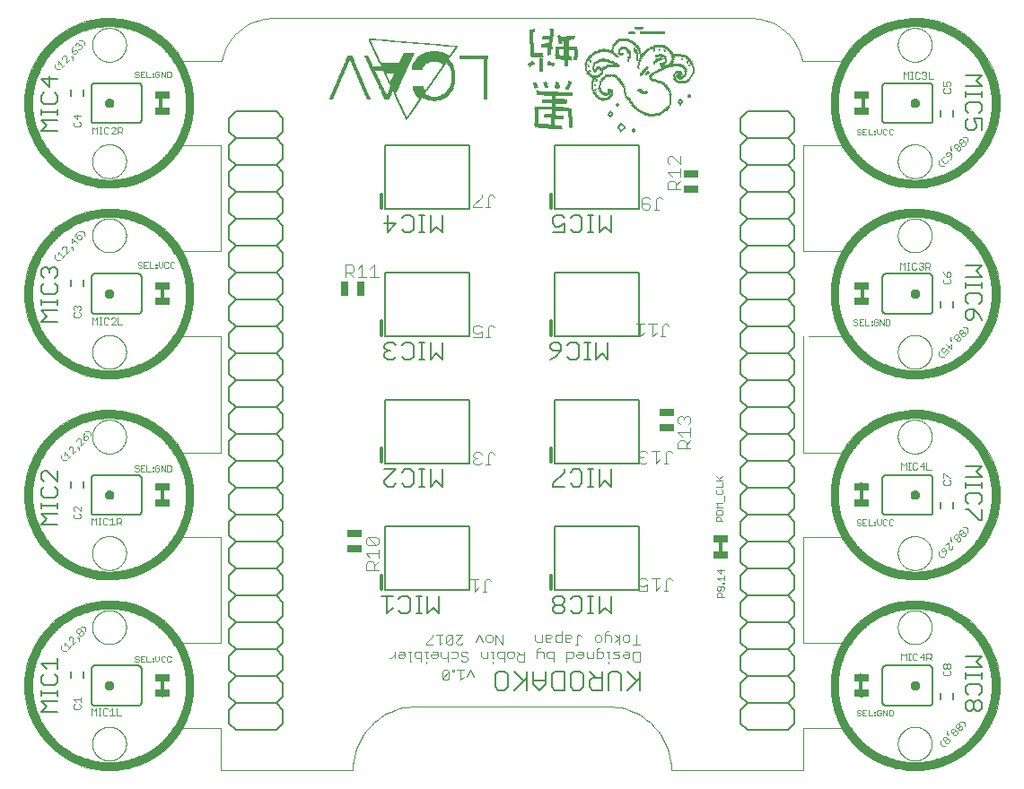
<source format=gto>
G75*
%MOIN*%
%OFA0B0*%
%FSLAX25Y25*%
%IPPOS*%
%LPD*%
%AMOC8*
5,1,8,0,0,1.08239X$1,22.5*
%
%ADD10C,0.00000*%
%ADD11C,0.00500*%
%ADD12C,0.00600*%
%ADD13C,0.03150*%
%ADD14C,0.00200*%
%ADD15C,0.00300*%
%ADD16R,0.02989X0.00230*%
%ADD17R,0.03449X0.00230*%
%ADD18R,0.00460X0.00230*%
%ADD19R,0.01380X0.00230*%
%ADD20R,0.00920X0.00230*%
%ADD21R,0.02069X0.00230*%
%ADD22R,0.09197X0.00230*%
%ADD23R,0.09657X0.00230*%
%ADD24R,0.02529X0.00230*%
%ADD25R,0.01609X0.00230*%
%ADD26R,0.00690X0.00230*%
%ADD27R,0.03219X0.00230*%
%ADD28R,0.03679X0.00230*%
%ADD29R,0.04828X0.00230*%
%ADD30R,0.04139X0.00230*%
%ADD31R,0.06438X0.00230*%
%ADD32R,0.06208X0.00230*%
%ADD33R,0.03909X0.00230*%
%ADD34R,0.05978X0.00230*%
%ADD35R,0.04598X0.00230*%
%ADD36R,0.05748X0.00230*%
%ADD37R,0.01839X0.00230*%
%ADD38R,0.01150X0.00230*%
%ADD39R,0.07587X0.00230*%
%ADD40R,0.06898X0.00230*%
%ADD41R,0.02299X0.00230*%
%ADD42R,0.08047X0.00230*%
%ADD43R,0.02759X0.00230*%
%ADD44R,0.08277X0.00230*%
%ADD45R,0.00230X0.00230*%
%ADD46R,0.05058X0.00230*%
%ADD47R,0.07357X0.00230*%
%ADD48R,0.04369X0.00230*%
%ADD49R,0.05518X0.00230*%
%ADD50R,0.06668X0.00230*%
%ADD51R,0.08737X0.00230*%
%ADD52R,0.05288X0.00230*%
%ADD53R,0.11496X0.00230*%
%ADD54R,0.13335X0.00230*%
%ADD55R,0.10576X0.00230*%
%ADD56R,0.10346X0.00230*%
%ADD57R,0.12416X0.00230*%
%ADD58R,0.13565X0.00230*%
%ADD59R,0.13795X0.00230*%
%ADD60R,0.07128X0.00230*%
%ADD61R,0.07817X0.00230*%
%ADD62R,0.10117X0.00230*%
%ADD63C,0.01181*%
%ADD64C,0.01200*%
%ADD65C,0.00400*%
%ADD66C,0.01654*%
%ADD67R,0.05512X0.02559*%
%ADD68R,0.01535X0.00118*%
%ADD69R,0.02953X0.00118*%
%ADD70R,0.03543X0.00118*%
%ADD71R,0.00354X0.00118*%
%ADD72R,0.00236X0.00118*%
%ADD73R,0.03661X0.00118*%
%ADD74R,0.02362X0.00118*%
%ADD75R,0.00827X0.00118*%
%ADD76R,0.00472X0.00118*%
%ADD77R,0.01299X0.00118*%
%ADD78R,0.04843X0.00118*%
%ADD79R,0.05787X0.00118*%
%ADD80R,0.06496X0.00118*%
%ADD81R,0.07087X0.00118*%
%ADD82R,0.03898X0.00118*%
%ADD83R,0.07677X0.00118*%
%ADD84R,0.04016X0.00118*%
%ADD85R,0.08268X0.00118*%
%ADD86R,0.08740X0.00118*%
%ADD87R,0.04134X0.00118*%
%ADD88R,0.09213X0.00118*%
%ADD89R,0.09567X0.00118*%
%ADD90R,0.09921X0.00118*%
%ADD91R,0.10276X0.00118*%
%ADD92R,0.10630X0.00118*%
%ADD93R,0.10984X0.00118*%
%ADD94R,0.01654X0.00118*%
%ADD95R,0.01772X0.00118*%
%ADD96R,0.11339X0.00118*%
%ADD97R,0.02008X0.00118*%
%ADD98R,0.11929X0.00118*%
%ADD99R,0.02244X0.00118*%
%ADD100R,0.12047X0.00118*%
%ADD101R,0.02480X0.00118*%
%ADD102R,0.12165X0.00118*%
%ADD103R,0.02717X0.00118*%
%ADD104R,0.01417X0.00118*%
%ADD105R,0.12402X0.00118*%
%ADD106R,0.12638X0.00118*%
%ADD107R,0.03189X0.00118*%
%ADD108R,0.12874X0.00118*%
%ADD109R,0.12992X0.00118*%
%ADD110R,0.13228X0.00118*%
%ADD111R,0.05315X0.00118*%
%ADD112R,0.06732X0.00118*%
%ADD113R,0.04724X0.00118*%
%ADD114R,0.06142X0.00118*%
%ADD115R,0.04370X0.00118*%
%ADD116R,0.05433X0.00118*%
%ADD117R,0.01890X0.00118*%
%ADD118R,0.05079X0.00118*%
%ADD119R,0.11102X0.00118*%
%ADD120R,0.01181X0.00118*%
%ADD121R,0.01063X0.00118*%
%ADD122R,0.10866X0.00118*%
%ADD123R,0.00709X0.00118*%
%ADD124R,0.04606X0.00118*%
%ADD125R,0.04488X0.00118*%
%ADD126R,0.10512X0.00118*%
%ADD127R,0.10394X0.00118*%
%ADD128R,0.04252X0.00118*%
%ADD129R,0.10157X0.00118*%
%ADD130R,0.10039X0.00118*%
%ADD131R,0.14528X0.00118*%
%ADD132R,0.14291X0.00118*%
%ADD133R,0.14173X0.00118*%
%ADD134R,0.14055X0.00118*%
%ADD135R,0.13937X0.00118*%
%ADD136R,0.13819X0.00118*%
%ADD137R,0.13583X0.00118*%
%ADD138R,0.13346X0.00118*%
%ADD139R,0.08622X0.00118*%
%ADD140R,0.08504X0.00118*%
%ADD141R,0.08386X0.00118*%
%ADD142R,0.08150X0.00118*%
%ADD143R,0.08031X0.00118*%
%ADD144R,0.07913X0.00118*%
%ADD145R,0.07795X0.00118*%
%ADD146R,0.03780X0.00118*%
%ADD147R,0.03307X0.00118*%
%ADD148R,0.03071X0.00118*%
%ADD149R,0.04961X0.00118*%
%ADD150R,0.00945X0.00118*%
%ADD151R,0.02126X0.00118*%
%ADD152R,0.00591X0.00118*%
%ADD153R,0.02835X0.00118*%
%ADD154R,0.02598X0.00118*%
%ADD155R,0.07323X0.00118*%
%ADD156R,0.06850X0.00118*%
%ADD157R,0.06378X0.00118*%
%ADD158R,0.05669X0.00118*%
%ADD159R,0.00118X0.00118*%
%ADD160R,0.02559X0.05512*%
D10*
X0022120Y0061838D02*
X0024098Y0061219D01*
X0026149Y0060800D01*
X0028199Y0060380D01*
X0030322Y0060160D01*
X0033953Y0060160D01*
X0035387Y0060259D01*
X0036791Y0060450D01*
X0038195Y0060642D01*
X0039570Y0060926D01*
X0040909Y0061297D01*
X0042248Y0061668D01*
X0043550Y0062124D01*
X0044811Y0062661D01*
X0046072Y0063198D01*
X0047291Y0063814D01*
X0049631Y0065195D01*
X0050752Y0065958D01*
X0051819Y0066789D01*
X0052886Y0067620D01*
X0053897Y0068518D01*
X0054848Y0069477D01*
X0055799Y0070436D01*
X0056688Y0071455D01*
X0058333Y0073603D01*
X0059087Y0074731D01*
X0059768Y0075908D01*
X0073831Y0075908D01*
X0073831Y0060160D01*
X0123044Y0060160D01*
X0123044Y0062011D01*
X0123208Y0063587D01*
X0123519Y0065109D01*
X0123831Y0066632D01*
X0124290Y0068100D01*
X0124882Y0069499D01*
X0125474Y0070898D01*
X0126198Y0072227D01*
X0127038Y0073471D01*
X0127879Y0074715D01*
X0128836Y0075874D01*
X0129894Y0076932D01*
X0130952Y0077990D01*
X0132111Y0078947D01*
X0133355Y0079788D01*
X0134599Y0080628D01*
X0135928Y0081352D01*
X0137327Y0081944D01*
X0138726Y0082536D01*
X0140194Y0082995D01*
X0141717Y0083307D01*
X0143239Y0083618D01*
X0144815Y0083782D01*
X0219383Y0083782D01*
X0220959Y0083618D01*
X0222482Y0083307D01*
X0224004Y0082995D01*
X0225472Y0082536D01*
X0226871Y0081944D01*
X0228270Y0081352D01*
X0229600Y0080628D01*
X0230844Y0079788D01*
X0232088Y0078947D01*
X0233247Y0077990D01*
X0235363Y0075874D01*
X0236320Y0074715D01*
X0237160Y0073471D01*
X0238001Y0072227D01*
X0238725Y0070898D01*
X0239317Y0069499D01*
X0239908Y0068100D01*
X0240368Y0066632D01*
X0240679Y0065109D01*
X0240991Y0063587D01*
X0241154Y0062011D01*
X0241154Y0060160D01*
X0290367Y0060160D01*
X0290367Y0075908D01*
X0304437Y0075908D01*
X0305118Y0074731D01*
X0305872Y0073603D01*
X0307516Y0071455D01*
X0308406Y0070436D01*
X0309357Y0069477D01*
X0310307Y0068518D01*
X0311319Y0067620D01*
X0312386Y0066789D01*
X0313453Y0065958D01*
X0314574Y0065195D01*
X0315744Y0064505D01*
X0316914Y0063814D01*
X0318133Y0063198D01*
X0319393Y0062661D01*
X0320654Y0062124D01*
X0321957Y0061668D01*
X0323296Y0061297D01*
X0324635Y0060926D01*
X0326009Y0060642D01*
X0328818Y0060259D01*
X0330252Y0060160D01*
X0333883Y0060160D01*
X0336006Y0060380D01*
X0338056Y0060800D01*
X0340107Y0061219D01*
X0342084Y0061838D01*
X0343968Y0062635D01*
X0345852Y0063432D01*
X0347643Y0064407D01*
X0349318Y0065539D01*
X0350994Y0066671D01*
X0352555Y0067960D01*
X0353980Y0069385D01*
X0355405Y0070810D01*
X0356694Y0072371D01*
X0358958Y0075722D01*
X0359933Y0077512D01*
X0361527Y0081280D01*
X0362145Y0083258D01*
X0362565Y0085308D01*
X0362984Y0087359D01*
X0363205Y0089482D01*
X0363205Y0093830D01*
X0362984Y0095953D01*
X0362565Y0098003D01*
X0362145Y0100054D01*
X0361527Y0102032D01*
X0360730Y0103916D01*
X0359933Y0105800D01*
X0358958Y0107590D01*
X0357826Y0109266D01*
X0356694Y0110941D01*
X0355405Y0112502D01*
X0352555Y0115352D01*
X0350994Y0116641D01*
X0347643Y0118905D01*
X0345852Y0119880D01*
X0343968Y0120677D01*
X0342084Y0121474D01*
X0340107Y0122092D01*
X0338056Y0122512D01*
X0336006Y0122932D01*
X0333883Y0123152D01*
X0330252Y0123152D01*
X0328818Y0123053D01*
X0327414Y0122861D01*
X0326009Y0122670D01*
X0324635Y0122385D01*
X0323296Y0122015D01*
X0321957Y0121644D01*
X0320654Y0121187D01*
X0319393Y0120651D01*
X0318133Y0120114D01*
X0316914Y0119497D01*
X0315744Y0118807D01*
X0314574Y0118117D01*
X0313453Y0117353D01*
X0312386Y0116523D01*
X0311319Y0115692D01*
X0310307Y0114794D01*
X0309357Y0113835D01*
X0308406Y0112876D01*
X0307516Y0111857D01*
X0305872Y0109709D01*
X0305118Y0108580D01*
X0304437Y0107404D01*
X0290367Y0107404D01*
X0290367Y0146772D01*
X0304437Y0146772D01*
X0305118Y0145595D01*
X0305872Y0144467D01*
X0307516Y0142319D01*
X0308406Y0141299D01*
X0309357Y0140341D01*
X0310307Y0139382D01*
X0311319Y0138484D01*
X0312386Y0137653D01*
X0313453Y0136822D01*
X0314574Y0136059D01*
X0315744Y0135368D01*
X0316914Y0134678D01*
X0318133Y0134062D01*
X0319393Y0133525D01*
X0320654Y0132988D01*
X0321957Y0132531D01*
X0323296Y0132161D01*
X0324635Y0131790D01*
X0326009Y0131506D01*
X0327414Y0131314D01*
X0328818Y0131123D01*
X0330252Y0131024D01*
X0333883Y0131024D01*
X0336006Y0131244D01*
X0338056Y0131664D01*
X0340107Y0132083D01*
X0342084Y0132702D01*
X0343968Y0133499D01*
X0345852Y0134296D01*
X0347643Y0135271D01*
X0349318Y0136403D01*
X0350994Y0137535D01*
X0352555Y0138824D01*
X0355405Y0141674D01*
X0356694Y0143234D01*
X0357826Y0144910D01*
X0358958Y0146586D01*
X0359933Y0148376D01*
X0360730Y0150260D01*
X0361527Y0152144D01*
X0362145Y0154122D01*
X0362565Y0156172D01*
X0362984Y0158223D01*
X0363205Y0160345D01*
X0363205Y0164694D01*
X0362984Y0166817D01*
X0362565Y0168867D01*
X0362145Y0170918D01*
X0361527Y0172895D01*
X0359933Y0176664D01*
X0358958Y0178454D01*
X0356694Y0181805D01*
X0355405Y0183366D01*
X0352555Y0186216D01*
X0350994Y0187505D01*
X0347643Y0189769D01*
X0345852Y0190744D01*
X0343968Y0191541D01*
X0342084Y0192338D01*
X0340107Y0192956D01*
X0338056Y0193376D01*
X0336006Y0193795D01*
X0333883Y0194016D01*
X0330252Y0194016D01*
X0328818Y0193917D01*
X0326009Y0193533D01*
X0324635Y0193249D01*
X0321957Y0192508D01*
X0320654Y0192051D01*
X0319393Y0191515D01*
X0318133Y0190978D01*
X0316914Y0190361D01*
X0315744Y0189671D01*
X0314574Y0188981D01*
X0313453Y0188217D01*
X0312386Y0187386D01*
X0311319Y0186556D01*
X0310307Y0185658D01*
X0309357Y0184699D01*
X0308406Y0183740D01*
X0307516Y0182721D01*
X0306694Y0181647D01*
X0305872Y0180573D01*
X0305118Y0179444D01*
X0304437Y0178268D01*
X0290367Y0178268D01*
X0290367Y0221575D01*
X0292126Y0221575D02*
X0304437Y0221575D01*
X0305118Y0220398D01*
X0305872Y0219270D01*
X0307516Y0217122D01*
X0308406Y0216103D01*
X0309357Y0215144D01*
X0310307Y0214185D01*
X0311319Y0213287D01*
X0312386Y0212456D01*
X0313453Y0211625D01*
X0314574Y0210862D01*
X0315744Y0210172D01*
X0316914Y0209481D01*
X0318133Y0208865D01*
X0319393Y0208328D01*
X0320654Y0207791D01*
X0321957Y0207335D01*
X0323296Y0206964D01*
X0324635Y0206593D01*
X0326009Y0206309D01*
X0327414Y0206118D01*
X0328818Y0205926D01*
X0330252Y0205827D01*
X0333883Y0205827D01*
X0336006Y0206047D01*
X0338056Y0206467D01*
X0340107Y0206886D01*
X0342084Y0207505D01*
X0343968Y0208302D01*
X0345852Y0209099D01*
X0347643Y0210074D01*
X0350994Y0212338D01*
X0352555Y0213627D01*
X0355405Y0216477D01*
X0356694Y0218038D01*
X0357826Y0219713D01*
X0358958Y0221389D01*
X0359933Y0223179D01*
X0361527Y0226947D01*
X0362145Y0228925D01*
X0362565Y0230975D01*
X0362984Y0233026D01*
X0363205Y0235149D01*
X0363205Y0239497D01*
X0362984Y0241620D01*
X0362565Y0243670D01*
X0362145Y0245721D01*
X0361527Y0247698D01*
X0360730Y0249583D01*
X0359933Y0251467D01*
X0358958Y0253257D01*
X0357826Y0254933D01*
X0356694Y0256608D01*
X0355405Y0258169D01*
X0353980Y0259594D01*
X0352555Y0261019D01*
X0350994Y0262308D01*
X0347643Y0264572D01*
X0345852Y0265547D01*
X0343968Y0266344D01*
X0342084Y0267141D01*
X0340107Y0267759D01*
X0338056Y0268179D01*
X0336006Y0268599D01*
X0333883Y0268819D01*
X0330252Y0268819D01*
X0328818Y0268720D01*
X0326009Y0268337D01*
X0324635Y0268052D01*
X0321957Y0267311D01*
X0320654Y0266854D01*
X0319393Y0266318D01*
X0318133Y0265781D01*
X0316914Y0265164D01*
X0315744Y0264474D01*
X0314574Y0263784D01*
X0313453Y0263020D01*
X0312386Y0262190D01*
X0311319Y0261359D01*
X0310307Y0260461D01*
X0309357Y0259502D01*
X0308406Y0258543D01*
X0307516Y0257524D01*
X0306694Y0256450D01*
X0305872Y0255376D01*
X0305118Y0254247D01*
X0304437Y0253071D01*
X0290367Y0253071D01*
X0290367Y0292443D01*
X0304437Y0292443D01*
X0305118Y0291267D01*
X0305872Y0290138D01*
X0307516Y0287991D01*
X0308406Y0286971D01*
X0309357Y0286012D01*
X0310307Y0285053D01*
X0311319Y0284155D01*
X0312386Y0283325D01*
X0313453Y0282494D01*
X0314574Y0281730D01*
X0315744Y0281040D01*
X0316914Y0280350D01*
X0318133Y0279733D01*
X0320654Y0278660D01*
X0321957Y0278203D01*
X0324635Y0277462D01*
X0326009Y0277178D01*
X0327414Y0276986D01*
X0328818Y0276794D01*
X0330252Y0276695D01*
X0333883Y0276695D01*
X0336006Y0276916D01*
X0338056Y0277335D01*
X0340107Y0277755D01*
X0342084Y0278373D01*
X0343968Y0279170D01*
X0345852Y0279967D01*
X0347643Y0280942D01*
X0349318Y0282074D01*
X0350994Y0283206D01*
X0352555Y0284495D01*
X0353980Y0285920D01*
X0355405Y0287345D01*
X0356694Y0288906D01*
X0358958Y0292257D01*
X0359933Y0294048D01*
X0360730Y0295932D01*
X0361527Y0297816D01*
X0362145Y0299794D01*
X0362565Y0301844D01*
X0362984Y0303894D01*
X0363205Y0306017D01*
X0363205Y0310366D01*
X0362984Y0312489D01*
X0362565Y0314539D01*
X0362145Y0316589D01*
X0361527Y0318567D01*
X0359933Y0322335D01*
X0358958Y0324126D01*
X0356694Y0327477D01*
X0355405Y0329038D01*
X0353980Y0330462D01*
X0352555Y0331887D01*
X0350994Y0333176D01*
X0349318Y0334308D01*
X0347643Y0335440D01*
X0345852Y0336415D01*
X0343968Y0337212D01*
X0342084Y0338009D01*
X0340107Y0338628D01*
X0338056Y0339048D01*
X0336006Y0339467D01*
X0333883Y0339687D01*
X0330252Y0339687D01*
X0328818Y0339588D01*
X0326009Y0339205D01*
X0324635Y0338921D01*
X0323296Y0338550D01*
X0321957Y0338180D01*
X0320654Y0337723D01*
X0319393Y0337186D01*
X0318133Y0336649D01*
X0316914Y0336033D01*
X0315744Y0335343D01*
X0314574Y0334653D01*
X0313453Y0333889D01*
X0312386Y0333058D01*
X0311319Y0332227D01*
X0310307Y0331329D01*
X0309357Y0330370D01*
X0308406Y0329412D01*
X0307516Y0328392D01*
X0305872Y0326244D01*
X0305118Y0325116D01*
X0304437Y0323939D01*
X0289972Y0323939D01*
X0289744Y0325062D01*
X0289420Y0326151D01*
X0289010Y0327196D01*
X0288599Y0328241D01*
X0288102Y0329242D01*
X0286952Y0331139D01*
X0286299Y0332036D01*
X0285578Y0332871D01*
X0284856Y0333706D01*
X0284065Y0334479D01*
X0283214Y0335183D01*
X0282363Y0335886D01*
X0281452Y0336519D01*
X0280489Y0337074D01*
X0279527Y0337628D01*
X0278513Y0338103D01*
X0277457Y0338490D01*
X0276401Y0338877D01*
X0275302Y0339177D01*
X0274170Y0339379D01*
X0273038Y0339582D01*
X0271872Y0339687D01*
X0092326Y0339687D01*
X0091160Y0339582D01*
X0090028Y0339379D01*
X0088896Y0339177D01*
X0087798Y0338877D01*
X0086741Y0338490D01*
X0085685Y0338103D01*
X0084671Y0337628D01*
X0083709Y0337074D01*
X0082747Y0336519D01*
X0081835Y0335886D01*
X0080984Y0335183D01*
X0080133Y0334479D01*
X0079343Y0333706D01*
X0078621Y0332871D01*
X0077899Y0332036D01*
X0077246Y0331139D01*
X0076096Y0329242D01*
X0075599Y0328241D01*
X0075189Y0327196D01*
X0074778Y0326151D01*
X0074455Y0325062D01*
X0074227Y0323939D01*
X0059768Y0323939D01*
X0059087Y0325116D01*
X0058333Y0326244D01*
X0057511Y0327318D01*
X0056688Y0328392D01*
X0055799Y0329412D01*
X0054848Y0330370D01*
X0053897Y0331329D01*
X0052886Y0332227D01*
X0051819Y0333058D01*
X0050752Y0333889D01*
X0049631Y0334653D01*
X0047291Y0336033D01*
X0046072Y0336649D01*
X0044811Y0337186D01*
X0043550Y0337723D01*
X0042248Y0338180D01*
X0040909Y0338550D01*
X0039570Y0338921D01*
X0038195Y0339205D01*
X0036791Y0339397D01*
X0035387Y0339588D01*
X0033953Y0339687D01*
X0030322Y0339687D01*
X0028199Y0339467D01*
X0026149Y0339047D01*
X0024098Y0338628D01*
X0022120Y0338009D01*
X0020236Y0337212D01*
X0018352Y0336415D01*
X0016562Y0335440D01*
X0013211Y0333176D01*
X0011650Y0331887D01*
X0010225Y0330462D01*
X0008800Y0329037D01*
X0007511Y0327477D01*
X0006379Y0325801D01*
X0005247Y0324125D01*
X0004272Y0322335D01*
X0002678Y0318567D01*
X0002059Y0316589D01*
X0001640Y0314539D01*
X0001220Y0312489D01*
X0001000Y0310366D01*
X0001000Y0306017D01*
X0001220Y0303894D01*
X0001640Y0301844D01*
X0002059Y0299793D01*
X0002678Y0297816D01*
X0003475Y0295932D01*
X0004272Y0294048D01*
X0005247Y0292257D01*
X0006379Y0290582D01*
X0007511Y0288906D01*
X0008800Y0287345D01*
X0010225Y0285920D01*
X0011650Y0284495D01*
X0013211Y0283206D01*
X0016562Y0280942D01*
X0018352Y0279967D01*
X0020236Y0279170D01*
X0022120Y0278373D01*
X0024098Y0277755D01*
X0026149Y0277335D01*
X0028199Y0276916D01*
X0030322Y0276695D01*
X0033953Y0276695D01*
X0035387Y0276794D01*
X0036791Y0276986D01*
X0038195Y0277178D01*
X0039570Y0277462D01*
X0040909Y0277832D01*
X0042248Y0278203D01*
X0043550Y0278660D01*
X0044811Y0279197D01*
X0046072Y0279733D01*
X0047291Y0280350D01*
X0049631Y0281730D01*
X0050752Y0282494D01*
X0051819Y0283325D01*
X0052886Y0284155D01*
X0053897Y0285053D01*
X0054848Y0286012D01*
X0055799Y0286971D01*
X0056688Y0287991D01*
X0057511Y0289064D01*
X0058333Y0290138D01*
X0059087Y0291267D01*
X0059768Y0292443D01*
X0073831Y0292443D01*
X0073831Y0253071D01*
X0059768Y0253071D01*
X0059087Y0254247D01*
X0058333Y0255376D01*
X0057510Y0256450D01*
X0056688Y0257524D01*
X0055799Y0258543D01*
X0054848Y0259502D01*
X0053897Y0260461D01*
X0052886Y0261359D01*
X0051819Y0262190D01*
X0050752Y0263020D01*
X0049631Y0263784D01*
X0047290Y0265164D01*
X0046072Y0265781D01*
X0044811Y0266318D01*
X0043550Y0266854D01*
X0042248Y0267311D01*
X0040909Y0267682D01*
X0039570Y0268052D01*
X0038195Y0268337D01*
X0036791Y0268528D01*
X0035387Y0268720D01*
X0033953Y0268819D01*
X0030322Y0268819D01*
X0028199Y0268599D01*
X0026149Y0268179D01*
X0024098Y0267759D01*
X0022120Y0267141D01*
X0020236Y0266344D01*
X0018352Y0265547D01*
X0016562Y0264572D01*
X0014886Y0263440D01*
X0013211Y0262308D01*
X0011650Y0261019D01*
X0010225Y0259594D01*
X0008800Y0258169D01*
X0007511Y0256608D01*
X0006379Y0254933D01*
X0005247Y0253257D01*
X0004272Y0251467D01*
X0002678Y0247698D01*
X0002059Y0245721D01*
X0001640Y0243670D01*
X0001220Y0241620D01*
X0001000Y0239497D01*
X0001000Y0235149D01*
X0001220Y0233026D01*
X0001640Y0230975D01*
X0002059Y0228925D01*
X0002678Y0226947D01*
X0003475Y0225063D01*
X0004272Y0223179D01*
X0005247Y0221389D01*
X0006379Y0219713D01*
X0007511Y0218037D01*
X0008800Y0216477D01*
X0011650Y0213627D01*
X0013211Y0212338D01*
X0014886Y0211206D01*
X0016562Y0210074D01*
X0018352Y0209099D01*
X0020236Y0208302D01*
X0022120Y0207505D01*
X0024098Y0206886D01*
X0026149Y0206467D01*
X0028199Y0206047D01*
X0030322Y0205827D01*
X0033953Y0205827D01*
X0035387Y0205926D01*
X0036791Y0206117D01*
X0038195Y0206309D01*
X0039570Y0206593D01*
X0040909Y0206964D01*
X0042248Y0207334D01*
X0043550Y0207791D01*
X0044811Y0208328D01*
X0046072Y0208865D01*
X0047291Y0209481D01*
X0049631Y0210862D01*
X0050752Y0211625D01*
X0051819Y0212456D01*
X0052886Y0213287D01*
X0053897Y0214185D01*
X0054848Y0215144D01*
X0055799Y0216102D01*
X0056688Y0217122D01*
X0058333Y0219270D01*
X0059087Y0220398D01*
X0059768Y0221575D01*
X0073831Y0221575D01*
X0073831Y0178268D01*
X0059768Y0178268D01*
X0059087Y0179444D01*
X0058333Y0180573D01*
X0057511Y0181647D01*
X0056688Y0182721D01*
X0055799Y0183740D01*
X0054848Y0184699D01*
X0053897Y0185658D01*
X0052886Y0186556D01*
X0051819Y0187386D01*
X0050752Y0188217D01*
X0049631Y0188981D01*
X0047291Y0190361D01*
X0046072Y0190978D01*
X0044811Y0191515D01*
X0043550Y0192051D01*
X0042248Y0192508D01*
X0039570Y0193249D01*
X0038195Y0193533D01*
X0036791Y0193725D01*
X0035387Y0193917D01*
X0033953Y0194016D01*
X0030322Y0194016D01*
X0028199Y0193795D01*
X0026149Y0193376D01*
X0024098Y0192956D01*
X0022120Y0192338D01*
X0020236Y0191541D01*
X0018352Y0190744D01*
X0016562Y0189769D01*
X0014886Y0188637D01*
X0013211Y0187505D01*
X0011650Y0186216D01*
X0010225Y0184791D01*
X0008800Y0183366D01*
X0007511Y0181805D01*
X0006379Y0180129D01*
X0005247Y0178454D01*
X0004272Y0176663D01*
X0003475Y0174779D01*
X0002678Y0172895D01*
X0002059Y0170918D01*
X0001640Y0168867D01*
X0001220Y0166817D01*
X0001000Y0164694D01*
X0001000Y0160345D01*
X0001220Y0158222D01*
X0001640Y0156172D01*
X0002059Y0154122D01*
X0002678Y0152144D01*
X0004272Y0148376D01*
X0005247Y0146586D01*
X0006379Y0144910D01*
X0007511Y0143234D01*
X0008800Y0141674D01*
X0010225Y0140249D01*
X0011650Y0138824D01*
X0013211Y0137535D01*
X0016562Y0135271D01*
X0018352Y0134296D01*
X0020236Y0133499D01*
X0022120Y0132702D01*
X0024098Y0132083D01*
X0028199Y0131244D01*
X0030322Y0131024D01*
X0033953Y0131024D01*
X0035387Y0131123D01*
X0036791Y0131314D01*
X0038195Y0131506D01*
X0039570Y0131790D01*
X0040909Y0132161D01*
X0042248Y0132531D01*
X0043550Y0132988D01*
X0044811Y0133525D01*
X0046072Y0134062D01*
X0047291Y0134678D01*
X0049631Y0136059D01*
X0050752Y0136822D01*
X0051819Y0137653D01*
X0052886Y0138484D01*
X0053897Y0139382D01*
X0054848Y0140341D01*
X0055799Y0141299D01*
X0056688Y0142319D01*
X0058333Y0144467D01*
X0059087Y0145595D01*
X0059768Y0146772D01*
X0073831Y0146772D01*
X0073831Y0107404D01*
X0059768Y0107404D01*
X0059087Y0108580D01*
X0058333Y0109709D01*
X0056688Y0111857D01*
X0055799Y0112876D01*
X0054848Y0113835D01*
X0053897Y0114794D01*
X0052886Y0115692D01*
X0051819Y0116523D01*
X0050752Y0117353D01*
X0049631Y0118117D01*
X0047291Y0119497D01*
X0046072Y0120114D01*
X0044811Y0120651D01*
X0043550Y0121187D01*
X0042248Y0121644D01*
X0040909Y0122015D01*
X0039570Y0122385D01*
X0038195Y0122670D01*
X0036791Y0122861D01*
X0035387Y0123053D01*
X0033953Y0123152D01*
X0030322Y0123152D01*
X0028199Y0122932D01*
X0026149Y0122512D01*
X0024098Y0122092D01*
X0022120Y0121474D01*
X0020236Y0120677D01*
X0018352Y0119880D01*
X0016562Y0118905D01*
X0014886Y0117773D01*
X0013211Y0116641D01*
X0011650Y0115352D01*
X0010225Y0113927D01*
X0008800Y0112502D01*
X0007511Y0110941D01*
X0006379Y0109266D01*
X0005247Y0107590D01*
X0004272Y0105800D01*
X0003475Y0103916D01*
X0002678Y0102031D01*
X0002059Y0100054D01*
X0001640Y0098003D01*
X0001220Y0095953D01*
X0001000Y0093830D01*
X0001000Y0089481D01*
X0001220Y0087359D01*
X0001640Y0085308D01*
X0002059Y0083258D01*
X0002678Y0081280D01*
X0004272Y0077512D01*
X0005247Y0075722D01*
X0006379Y0074046D01*
X0007511Y0072371D01*
X0008800Y0070810D01*
X0010225Y0069385D01*
X0011650Y0067960D01*
X0013211Y0066671D01*
X0016562Y0064407D01*
X0018352Y0063432D01*
X0020236Y0062635D01*
X0022120Y0061838D01*
X0026197Y0069961D02*
X0026199Y0070119D01*
X0026205Y0070277D01*
X0026215Y0070435D01*
X0026229Y0070593D01*
X0026247Y0070750D01*
X0026268Y0070907D01*
X0026294Y0071063D01*
X0026324Y0071219D01*
X0026357Y0071374D01*
X0026395Y0071527D01*
X0026436Y0071680D01*
X0026481Y0071832D01*
X0026530Y0071983D01*
X0026583Y0072132D01*
X0026639Y0072280D01*
X0026699Y0072426D01*
X0026763Y0072571D01*
X0026831Y0072714D01*
X0026902Y0072856D01*
X0026976Y0072996D01*
X0027054Y0073133D01*
X0027136Y0073269D01*
X0027220Y0073403D01*
X0027309Y0073534D01*
X0027400Y0073663D01*
X0027495Y0073790D01*
X0027592Y0073915D01*
X0027693Y0074037D01*
X0027797Y0074156D01*
X0027904Y0074273D01*
X0028014Y0074387D01*
X0028127Y0074498D01*
X0028242Y0074607D01*
X0028360Y0074712D01*
X0028481Y0074814D01*
X0028604Y0074914D01*
X0028730Y0075010D01*
X0028858Y0075103D01*
X0028988Y0075193D01*
X0029121Y0075279D01*
X0029256Y0075363D01*
X0029392Y0075442D01*
X0029531Y0075519D01*
X0029672Y0075591D01*
X0029814Y0075661D01*
X0029958Y0075726D01*
X0030104Y0075788D01*
X0030251Y0075846D01*
X0030400Y0075901D01*
X0030550Y0075952D01*
X0030701Y0075999D01*
X0030853Y0076042D01*
X0031006Y0076081D01*
X0031161Y0076117D01*
X0031316Y0076148D01*
X0031472Y0076176D01*
X0031628Y0076200D01*
X0031785Y0076220D01*
X0031943Y0076236D01*
X0032100Y0076248D01*
X0032259Y0076256D01*
X0032417Y0076260D01*
X0032575Y0076260D01*
X0032733Y0076256D01*
X0032892Y0076248D01*
X0033049Y0076236D01*
X0033207Y0076220D01*
X0033364Y0076200D01*
X0033520Y0076176D01*
X0033676Y0076148D01*
X0033831Y0076117D01*
X0033986Y0076081D01*
X0034139Y0076042D01*
X0034291Y0075999D01*
X0034442Y0075952D01*
X0034592Y0075901D01*
X0034741Y0075846D01*
X0034888Y0075788D01*
X0035034Y0075726D01*
X0035178Y0075661D01*
X0035320Y0075591D01*
X0035461Y0075519D01*
X0035600Y0075442D01*
X0035736Y0075363D01*
X0035871Y0075279D01*
X0036004Y0075193D01*
X0036134Y0075103D01*
X0036262Y0075010D01*
X0036388Y0074914D01*
X0036511Y0074814D01*
X0036632Y0074712D01*
X0036750Y0074607D01*
X0036865Y0074498D01*
X0036978Y0074387D01*
X0037088Y0074273D01*
X0037195Y0074156D01*
X0037299Y0074037D01*
X0037400Y0073915D01*
X0037497Y0073790D01*
X0037592Y0073663D01*
X0037683Y0073534D01*
X0037772Y0073403D01*
X0037856Y0073269D01*
X0037938Y0073133D01*
X0038016Y0072996D01*
X0038090Y0072856D01*
X0038161Y0072714D01*
X0038229Y0072571D01*
X0038293Y0072426D01*
X0038353Y0072280D01*
X0038409Y0072132D01*
X0038462Y0071983D01*
X0038511Y0071832D01*
X0038556Y0071680D01*
X0038597Y0071527D01*
X0038635Y0071374D01*
X0038668Y0071219D01*
X0038698Y0071063D01*
X0038724Y0070907D01*
X0038745Y0070750D01*
X0038763Y0070593D01*
X0038777Y0070435D01*
X0038787Y0070277D01*
X0038793Y0070119D01*
X0038795Y0069961D01*
X0038793Y0069803D01*
X0038787Y0069645D01*
X0038777Y0069487D01*
X0038763Y0069329D01*
X0038745Y0069172D01*
X0038724Y0069015D01*
X0038698Y0068859D01*
X0038668Y0068703D01*
X0038635Y0068548D01*
X0038597Y0068395D01*
X0038556Y0068242D01*
X0038511Y0068090D01*
X0038462Y0067939D01*
X0038409Y0067790D01*
X0038353Y0067642D01*
X0038293Y0067496D01*
X0038229Y0067351D01*
X0038161Y0067208D01*
X0038090Y0067066D01*
X0038016Y0066926D01*
X0037938Y0066789D01*
X0037856Y0066653D01*
X0037772Y0066519D01*
X0037683Y0066388D01*
X0037592Y0066259D01*
X0037497Y0066132D01*
X0037400Y0066007D01*
X0037299Y0065885D01*
X0037195Y0065766D01*
X0037088Y0065649D01*
X0036978Y0065535D01*
X0036865Y0065424D01*
X0036750Y0065315D01*
X0036632Y0065210D01*
X0036511Y0065108D01*
X0036388Y0065008D01*
X0036262Y0064912D01*
X0036134Y0064819D01*
X0036004Y0064729D01*
X0035871Y0064643D01*
X0035736Y0064559D01*
X0035600Y0064480D01*
X0035461Y0064403D01*
X0035320Y0064331D01*
X0035178Y0064261D01*
X0035034Y0064196D01*
X0034888Y0064134D01*
X0034741Y0064076D01*
X0034592Y0064021D01*
X0034442Y0063970D01*
X0034291Y0063923D01*
X0034139Y0063880D01*
X0033986Y0063841D01*
X0033831Y0063805D01*
X0033676Y0063774D01*
X0033520Y0063746D01*
X0033364Y0063722D01*
X0033207Y0063702D01*
X0033049Y0063686D01*
X0032892Y0063674D01*
X0032733Y0063666D01*
X0032575Y0063662D01*
X0032417Y0063662D01*
X0032259Y0063666D01*
X0032100Y0063674D01*
X0031943Y0063686D01*
X0031785Y0063702D01*
X0031628Y0063722D01*
X0031472Y0063746D01*
X0031316Y0063774D01*
X0031161Y0063805D01*
X0031006Y0063841D01*
X0030853Y0063880D01*
X0030701Y0063923D01*
X0030550Y0063970D01*
X0030400Y0064021D01*
X0030251Y0064076D01*
X0030104Y0064134D01*
X0029958Y0064196D01*
X0029814Y0064261D01*
X0029672Y0064331D01*
X0029531Y0064403D01*
X0029392Y0064480D01*
X0029256Y0064559D01*
X0029121Y0064643D01*
X0028988Y0064729D01*
X0028858Y0064819D01*
X0028730Y0064912D01*
X0028604Y0065008D01*
X0028481Y0065108D01*
X0028360Y0065210D01*
X0028242Y0065315D01*
X0028127Y0065424D01*
X0028014Y0065535D01*
X0027904Y0065649D01*
X0027797Y0065766D01*
X0027693Y0065885D01*
X0027592Y0066007D01*
X0027495Y0066132D01*
X0027400Y0066259D01*
X0027309Y0066388D01*
X0027220Y0066519D01*
X0027136Y0066653D01*
X0027054Y0066789D01*
X0026976Y0066926D01*
X0026902Y0067066D01*
X0026831Y0067208D01*
X0026763Y0067351D01*
X0026699Y0067496D01*
X0026639Y0067642D01*
X0026583Y0067790D01*
X0026530Y0067939D01*
X0026481Y0068090D01*
X0026436Y0068242D01*
X0026395Y0068395D01*
X0026357Y0068548D01*
X0026324Y0068703D01*
X0026294Y0068859D01*
X0026268Y0069015D01*
X0026247Y0069172D01*
X0026229Y0069329D01*
X0026215Y0069487D01*
X0026205Y0069645D01*
X0026199Y0069803D01*
X0026197Y0069961D01*
X0026197Y0113268D02*
X0026199Y0113426D01*
X0026205Y0113584D01*
X0026215Y0113742D01*
X0026229Y0113900D01*
X0026247Y0114057D01*
X0026268Y0114214D01*
X0026294Y0114370D01*
X0026324Y0114526D01*
X0026357Y0114681D01*
X0026395Y0114834D01*
X0026436Y0114987D01*
X0026481Y0115139D01*
X0026530Y0115290D01*
X0026583Y0115439D01*
X0026639Y0115587D01*
X0026699Y0115733D01*
X0026763Y0115878D01*
X0026831Y0116021D01*
X0026902Y0116163D01*
X0026976Y0116303D01*
X0027054Y0116440D01*
X0027136Y0116576D01*
X0027220Y0116710D01*
X0027309Y0116841D01*
X0027400Y0116970D01*
X0027495Y0117097D01*
X0027592Y0117222D01*
X0027693Y0117344D01*
X0027797Y0117463D01*
X0027904Y0117580D01*
X0028014Y0117694D01*
X0028127Y0117805D01*
X0028242Y0117914D01*
X0028360Y0118019D01*
X0028481Y0118121D01*
X0028604Y0118221D01*
X0028730Y0118317D01*
X0028858Y0118410D01*
X0028988Y0118500D01*
X0029121Y0118586D01*
X0029256Y0118670D01*
X0029392Y0118749D01*
X0029531Y0118826D01*
X0029672Y0118898D01*
X0029814Y0118968D01*
X0029958Y0119033D01*
X0030104Y0119095D01*
X0030251Y0119153D01*
X0030400Y0119208D01*
X0030550Y0119259D01*
X0030701Y0119306D01*
X0030853Y0119349D01*
X0031006Y0119388D01*
X0031161Y0119424D01*
X0031316Y0119455D01*
X0031472Y0119483D01*
X0031628Y0119507D01*
X0031785Y0119527D01*
X0031943Y0119543D01*
X0032100Y0119555D01*
X0032259Y0119563D01*
X0032417Y0119567D01*
X0032575Y0119567D01*
X0032733Y0119563D01*
X0032892Y0119555D01*
X0033049Y0119543D01*
X0033207Y0119527D01*
X0033364Y0119507D01*
X0033520Y0119483D01*
X0033676Y0119455D01*
X0033831Y0119424D01*
X0033986Y0119388D01*
X0034139Y0119349D01*
X0034291Y0119306D01*
X0034442Y0119259D01*
X0034592Y0119208D01*
X0034741Y0119153D01*
X0034888Y0119095D01*
X0035034Y0119033D01*
X0035178Y0118968D01*
X0035320Y0118898D01*
X0035461Y0118826D01*
X0035600Y0118749D01*
X0035736Y0118670D01*
X0035871Y0118586D01*
X0036004Y0118500D01*
X0036134Y0118410D01*
X0036262Y0118317D01*
X0036388Y0118221D01*
X0036511Y0118121D01*
X0036632Y0118019D01*
X0036750Y0117914D01*
X0036865Y0117805D01*
X0036978Y0117694D01*
X0037088Y0117580D01*
X0037195Y0117463D01*
X0037299Y0117344D01*
X0037400Y0117222D01*
X0037497Y0117097D01*
X0037592Y0116970D01*
X0037683Y0116841D01*
X0037772Y0116710D01*
X0037856Y0116576D01*
X0037938Y0116440D01*
X0038016Y0116303D01*
X0038090Y0116163D01*
X0038161Y0116021D01*
X0038229Y0115878D01*
X0038293Y0115733D01*
X0038353Y0115587D01*
X0038409Y0115439D01*
X0038462Y0115290D01*
X0038511Y0115139D01*
X0038556Y0114987D01*
X0038597Y0114834D01*
X0038635Y0114681D01*
X0038668Y0114526D01*
X0038698Y0114370D01*
X0038724Y0114214D01*
X0038745Y0114057D01*
X0038763Y0113900D01*
X0038777Y0113742D01*
X0038787Y0113584D01*
X0038793Y0113426D01*
X0038795Y0113268D01*
X0038793Y0113110D01*
X0038787Y0112952D01*
X0038777Y0112794D01*
X0038763Y0112636D01*
X0038745Y0112479D01*
X0038724Y0112322D01*
X0038698Y0112166D01*
X0038668Y0112010D01*
X0038635Y0111855D01*
X0038597Y0111702D01*
X0038556Y0111549D01*
X0038511Y0111397D01*
X0038462Y0111246D01*
X0038409Y0111097D01*
X0038353Y0110949D01*
X0038293Y0110803D01*
X0038229Y0110658D01*
X0038161Y0110515D01*
X0038090Y0110373D01*
X0038016Y0110233D01*
X0037938Y0110096D01*
X0037856Y0109960D01*
X0037772Y0109826D01*
X0037683Y0109695D01*
X0037592Y0109566D01*
X0037497Y0109439D01*
X0037400Y0109314D01*
X0037299Y0109192D01*
X0037195Y0109073D01*
X0037088Y0108956D01*
X0036978Y0108842D01*
X0036865Y0108731D01*
X0036750Y0108622D01*
X0036632Y0108517D01*
X0036511Y0108415D01*
X0036388Y0108315D01*
X0036262Y0108219D01*
X0036134Y0108126D01*
X0036004Y0108036D01*
X0035871Y0107950D01*
X0035736Y0107866D01*
X0035600Y0107787D01*
X0035461Y0107710D01*
X0035320Y0107638D01*
X0035178Y0107568D01*
X0035034Y0107503D01*
X0034888Y0107441D01*
X0034741Y0107383D01*
X0034592Y0107328D01*
X0034442Y0107277D01*
X0034291Y0107230D01*
X0034139Y0107187D01*
X0033986Y0107148D01*
X0033831Y0107112D01*
X0033676Y0107081D01*
X0033520Y0107053D01*
X0033364Y0107029D01*
X0033207Y0107009D01*
X0033049Y0106993D01*
X0032892Y0106981D01*
X0032733Y0106973D01*
X0032575Y0106969D01*
X0032417Y0106969D01*
X0032259Y0106973D01*
X0032100Y0106981D01*
X0031943Y0106993D01*
X0031785Y0107009D01*
X0031628Y0107029D01*
X0031472Y0107053D01*
X0031316Y0107081D01*
X0031161Y0107112D01*
X0031006Y0107148D01*
X0030853Y0107187D01*
X0030701Y0107230D01*
X0030550Y0107277D01*
X0030400Y0107328D01*
X0030251Y0107383D01*
X0030104Y0107441D01*
X0029958Y0107503D01*
X0029814Y0107568D01*
X0029672Y0107638D01*
X0029531Y0107710D01*
X0029392Y0107787D01*
X0029256Y0107866D01*
X0029121Y0107950D01*
X0028988Y0108036D01*
X0028858Y0108126D01*
X0028730Y0108219D01*
X0028604Y0108315D01*
X0028481Y0108415D01*
X0028360Y0108517D01*
X0028242Y0108622D01*
X0028127Y0108731D01*
X0028014Y0108842D01*
X0027904Y0108956D01*
X0027797Y0109073D01*
X0027693Y0109192D01*
X0027592Y0109314D01*
X0027495Y0109439D01*
X0027400Y0109566D01*
X0027309Y0109695D01*
X0027220Y0109826D01*
X0027136Y0109960D01*
X0027054Y0110096D01*
X0026976Y0110233D01*
X0026902Y0110373D01*
X0026831Y0110515D01*
X0026763Y0110658D01*
X0026699Y0110803D01*
X0026639Y0110949D01*
X0026583Y0111097D01*
X0026530Y0111246D01*
X0026481Y0111397D01*
X0026436Y0111549D01*
X0026395Y0111702D01*
X0026357Y0111855D01*
X0026324Y0112010D01*
X0026294Y0112166D01*
X0026268Y0112322D01*
X0026247Y0112479D01*
X0026229Y0112636D01*
X0026215Y0112794D01*
X0026205Y0112952D01*
X0026199Y0113110D01*
X0026197Y0113268D01*
X0026197Y0140827D02*
X0026199Y0140985D01*
X0026205Y0141143D01*
X0026215Y0141301D01*
X0026229Y0141459D01*
X0026247Y0141616D01*
X0026268Y0141773D01*
X0026294Y0141929D01*
X0026324Y0142085D01*
X0026357Y0142240D01*
X0026395Y0142393D01*
X0026436Y0142546D01*
X0026481Y0142698D01*
X0026530Y0142849D01*
X0026583Y0142998D01*
X0026639Y0143146D01*
X0026699Y0143292D01*
X0026763Y0143437D01*
X0026831Y0143580D01*
X0026902Y0143722D01*
X0026976Y0143862D01*
X0027054Y0143999D01*
X0027136Y0144135D01*
X0027220Y0144269D01*
X0027309Y0144400D01*
X0027400Y0144529D01*
X0027495Y0144656D01*
X0027592Y0144781D01*
X0027693Y0144903D01*
X0027797Y0145022D01*
X0027904Y0145139D01*
X0028014Y0145253D01*
X0028127Y0145364D01*
X0028242Y0145473D01*
X0028360Y0145578D01*
X0028481Y0145680D01*
X0028604Y0145780D01*
X0028730Y0145876D01*
X0028858Y0145969D01*
X0028988Y0146059D01*
X0029121Y0146145D01*
X0029256Y0146229D01*
X0029392Y0146308D01*
X0029531Y0146385D01*
X0029672Y0146457D01*
X0029814Y0146527D01*
X0029958Y0146592D01*
X0030104Y0146654D01*
X0030251Y0146712D01*
X0030400Y0146767D01*
X0030550Y0146818D01*
X0030701Y0146865D01*
X0030853Y0146908D01*
X0031006Y0146947D01*
X0031161Y0146983D01*
X0031316Y0147014D01*
X0031472Y0147042D01*
X0031628Y0147066D01*
X0031785Y0147086D01*
X0031943Y0147102D01*
X0032100Y0147114D01*
X0032259Y0147122D01*
X0032417Y0147126D01*
X0032575Y0147126D01*
X0032733Y0147122D01*
X0032892Y0147114D01*
X0033049Y0147102D01*
X0033207Y0147086D01*
X0033364Y0147066D01*
X0033520Y0147042D01*
X0033676Y0147014D01*
X0033831Y0146983D01*
X0033986Y0146947D01*
X0034139Y0146908D01*
X0034291Y0146865D01*
X0034442Y0146818D01*
X0034592Y0146767D01*
X0034741Y0146712D01*
X0034888Y0146654D01*
X0035034Y0146592D01*
X0035178Y0146527D01*
X0035320Y0146457D01*
X0035461Y0146385D01*
X0035600Y0146308D01*
X0035736Y0146229D01*
X0035871Y0146145D01*
X0036004Y0146059D01*
X0036134Y0145969D01*
X0036262Y0145876D01*
X0036388Y0145780D01*
X0036511Y0145680D01*
X0036632Y0145578D01*
X0036750Y0145473D01*
X0036865Y0145364D01*
X0036978Y0145253D01*
X0037088Y0145139D01*
X0037195Y0145022D01*
X0037299Y0144903D01*
X0037400Y0144781D01*
X0037497Y0144656D01*
X0037592Y0144529D01*
X0037683Y0144400D01*
X0037772Y0144269D01*
X0037856Y0144135D01*
X0037938Y0143999D01*
X0038016Y0143862D01*
X0038090Y0143722D01*
X0038161Y0143580D01*
X0038229Y0143437D01*
X0038293Y0143292D01*
X0038353Y0143146D01*
X0038409Y0142998D01*
X0038462Y0142849D01*
X0038511Y0142698D01*
X0038556Y0142546D01*
X0038597Y0142393D01*
X0038635Y0142240D01*
X0038668Y0142085D01*
X0038698Y0141929D01*
X0038724Y0141773D01*
X0038745Y0141616D01*
X0038763Y0141459D01*
X0038777Y0141301D01*
X0038787Y0141143D01*
X0038793Y0140985D01*
X0038795Y0140827D01*
X0038793Y0140669D01*
X0038787Y0140511D01*
X0038777Y0140353D01*
X0038763Y0140195D01*
X0038745Y0140038D01*
X0038724Y0139881D01*
X0038698Y0139725D01*
X0038668Y0139569D01*
X0038635Y0139414D01*
X0038597Y0139261D01*
X0038556Y0139108D01*
X0038511Y0138956D01*
X0038462Y0138805D01*
X0038409Y0138656D01*
X0038353Y0138508D01*
X0038293Y0138362D01*
X0038229Y0138217D01*
X0038161Y0138074D01*
X0038090Y0137932D01*
X0038016Y0137792D01*
X0037938Y0137655D01*
X0037856Y0137519D01*
X0037772Y0137385D01*
X0037683Y0137254D01*
X0037592Y0137125D01*
X0037497Y0136998D01*
X0037400Y0136873D01*
X0037299Y0136751D01*
X0037195Y0136632D01*
X0037088Y0136515D01*
X0036978Y0136401D01*
X0036865Y0136290D01*
X0036750Y0136181D01*
X0036632Y0136076D01*
X0036511Y0135974D01*
X0036388Y0135874D01*
X0036262Y0135778D01*
X0036134Y0135685D01*
X0036004Y0135595D01*
X0035871Y0135509D01*
X0035736Y0135425D01*
X0035600Y0135346D01*
X0035461Y0135269D01*
X0035320Y0135197D01*
X0035178Y0135127D01*
X0035034Y0135062D01*
X0034888Y0135000D01*
X0034741Y0134942D01*
X0034592Y0134887D01*
X0034442Y0134836D01*
X0034291Y0134789D01*
X0034139Y0134746D01*
X0033986Y0134707D01*
X0033831Y0134671D01*
X0033676Y0134640D01*
X0033520Y0134612D01*
X0033364Y0134588D01*
X0033207Y0134568D01*
X0033049Y0134552D01*
X0032892Y0134540D01*
X0032733Y0134532D01*
X0032575Y0134528D01*
X0032417Y0134528D01*
X0032259Y0134532D01*
X0032100Y0134540D01*
X0031943Y0134552D01*
X0031785Y0134568D01*
X0031628Y0134588D01*
X0031472Y0134612D01*
X0031316Y0134640D01*
X0031161Y0134671D01*
X0031006Y0134707D01*
X0030853Y0134746D01*
X0030701Y0134789D01*
X0030550Y0134836D01*
X0030400Y0134887D01*
X0030251Y0134942D01*
X0030104Y0135000D01*
X0029958Y0135062D01*
X0029814Y0135127D01*
X0029672Y0135197D01*
X0029531Y0135269D01*
X0029392Y0135346D01*
X0029256Y0135425D01*
X0029121Y0135509D01*
X0028988Y0135595D01*
X0028858Y0135685D01*
X0028730Y0135778D01*
X0028604Y0135874D01*
X0028481Y0135974D01*
X0028360Y0136076D01*
X0028242Y0136181D01*
X0028127Y0136290D01*
X0028014Y0136401D01*
X0027904Y0136515D01*
X0027797Y0136632D01*
X0027693Y0136751D01*
X0027592Y0136873D01*
X0027495Y0136998D01*
X0027400Y0137125D01*
X0027309Y0137254D01*
X0027220Y0137385D01*
X0027136Y0137519D01*
X0027054Y0137655D01*
X0026976Y0137792D01*
X0026902Y0137932D01*
X0026831Y0138074D01*
X0026763Y0138217D01*
X0026699Y0138362D01*
X0026639Y0138508D01*
X0026583Y0138656D01*
X0026530Y0138805D01*
X0026481Y0138956D01*
X0026436Y0139108D01*
X0026395Y0139261D01*
X0026357Y0139414D01*
X0026324Y0139569D01*
X0026294Y0139725D01*
X0026268Y0139881D01*
X0026247Y0140038D01*
X0026229Y0140195D01*
X0026215Y0140353D01*
X0026205Y0140511D01*
X0026199Y0140669D01*
X0026197Y0140827D01*
X0026197Y0184134D02*
X0026199Y0184292D01*
X0026205Y0184450D01*
X0026215Y0184608D01*
X0026229Y0184766D01*
X0026247Y0184923D01*
X0026268Y0185080D01*
X0026294Y0185236D01*
X0026324Y0185392D01*
X0026357Y0185547D01*
X0026395Y0185700D01*
X0026436Y0185853D01*
X0026481Y0186005D01*
X0026530Y0186156D01*
X0026583Y0186305D01*
X0026639Y0186453D01*
X0026699Y0186599D01*
X0026763Y0186744D01*
X0026831Y0186887D01*
X0026902Y0187029D01*
X0026976Y0187169D01*
X0027054Y0187306D01*
X0027136Y0187442D01*
X0027220Y0187576D01*
X0027309Y0187707D01*
X0027400Y0187836D01*
X0027495Y0187963D01*
X0027592Y0188088D01*
X0027693Y0188210D01*
X0027797Y0188329D01*
X0027904Y0188446D01*
X0028014Y0188560D01*
X0028127Y0188671D01*
X0028242Y0188780D01*
X0028360Y0188885D01*
X0028481Y0188987D01*
X0028604Y0189087D01*
X0028730Y0189183D01*
X0028858Y0189276D01*
X0028988Y0189366D01*
X0029121Y0189452D01*
X0029256Y0189536D01*
X0029392Y0189615D01*
X0029531Y0189692D01*
X0029672Y0189764D01*
X0029814Y0189834D01*
X0029958Y0189899D01*
X0030104Y0189961D01*
X0030251Y0190019D01*
X0030400Y0190074D01*
X0030550Y0190125D01*
X0030701Y0190172D01*
X0030853Y0190215D01*
X0031006Y0190254D01*
X0031161Y0190290D01*
X0031316Y0190321D01*
X0031472Y0190349D01*
X0031628Y0190373D01*
X0031785Y0190393D01*
X0031943Y0190409D01*
X0032100Y0190421D01*
X0032259Y0190429D01*
X0032417Y0190433D01*
X0032575Y0190433D01*
X0032733Y0190429D01*
X0032892Y0190421D01*
X0033049Y0190409D01*
X0033207Y0190393D01*
X0033364Y0190373D01*
X0033520Y0190349D01*
X0033676Y0190321D01*
X0033831Y0190290D01*
X0033986Y0190254D01*
X0034139Y0190215D01*
X0034291Y0190172D01*
X0034442Y0190125D01*
X0034592Y0190074D01*
X0034741Y0190019D01*
X0034888Y0189961D01*
X0035034Y0189899D01*
X0035178Y0189834D01*
X0035320Y0189764D01*
X0035461Y0189692D01*
X0035600Y0189615D01*
X0035736Y0189536D01*
X0035871Y0189452D01*
X0036004Y0189366D01*
X0036134Y0189276D01*
X0036262Y0189183D01*
X0036388Y0189087D01*
X0036511Y0188987D01*
X0036632Y0188885D01*
X0036750Y0188780D01*
X0036865Y0188671D01*
X0036978Y0188560D01*
X0037088Y0188446D01*
X0037195Y0188329D01*
X0037299Y0188210D01*
X0037400Y0188088D01*
X0037497Y0187963D01*
X0037592Y0187836D01*
X0037683Y0187707D01*
X0037772Y0187576D01*
X0037856Y0187442D01*
X0037938Y0187306D01*
X0038016Y0187169D01*
X0038090Y0187029D01*
X0038161Y0186887D01*
X0038229Y0186744D01*
X0038293Y0186599D01*
X0038353Y0186453D01*
X0038409Y0186305D01*
X0038462Y0186156D01*
X0038511Y0186005D01*
X0038556Y0185853D01*
X0038597Y0185700D01*
X0038635Y0185547D01*
X0038668Y0185392D01*
X0038698Y0185236D01*
X0038724Y0185080D01*
X0038745Y0184923D01*
X0038763Y0184766D01*
X0038777Y0184608D01*
X0038787Y0184450D01*
X0038793Y0184292D01*
X0038795Y0184134D01*
X0038793Y0183976D01*
X0038787Y0183818D01*
X0038777Y0183660D01*
X0038763Y0183502D01*
X0038745Y0183345D01*
X0038724Y0183188D01*
X0038698Y0183032D01*
X0038668Y0182876D01*
X0038635Y0182721D01*
X0038597Y0182568D01*
X0038556Y0182415D01*
X0038511Y0182263D01*
X0038462Y0182112D01*
X0038409Y0181963D01*
X0038353Y0181815D01*
X0038293Y0181669D01*
X0038229Y0181524D01*
X0038161Y0181381D01*
X0038090Y0181239D01*
X0038016Y0181099D01*
X0037938Y0180962D01*
X0037856Y0180826D01*
X0037772Y0180692D01*
X0037683Y0180561D01*
X0037592Y0180432D01*
X0037497Y0180305D01*
X0037400Y0180180D01*
X0037299Y0180058D01*
X0037195Y0179939D01*
X0037088Y0179822D01*
X0036978Y0179708D01*
X0036865Y0179597D01*
X0036750Y0179488D01*
X0036632Y0179383D01*
X0036511Y0179281D01*
X0036388Y0179181D01*
X0036262Y0179085D01*
X0036134Y0178992D01*
X0036004Y0178902D01*
X0035871Y0178816D01*
X0035736Y0178732D01*
X0035600Y0178653D01*
X0035461Y0178576D01*
X0035320Y0178504D01*
X0035178Y0178434D01*
X0035034Y0178369D01*
X0034888Y0178307D01*
X0034741Y0178249D01*
X0034592Y0178194D01*
X0034442Y0178143D01*
X0034291Y0178096D01*
X0034139Y0178053D01*
X0033986Y0178014D01*
X0033831Y0177978D01*
X0033676Y0177947D01*
X0033520Y0177919D01*
X0033364Y0177895D01*
X0033207Y0177875D01*
X0033049Y0177859D01*
X0032892Y0177847D01*
X0032733Y0177839D01*
X0032575Y0177835D01*
X0032417Y0177835D01*
X0032259Y0177839D01*
X0032100Y0177847D01*
X0031943Y0177859D01*
X0031785Y0177875D01*
X0031628Y0177895D01*
X0031472Y0177919D01*
X0031316Y0177947D01*
X0031161Y0177978D01*
X0031006Y0178014D01*
X0030853Y0178053D01*
X0030701Y0178096D01*
X0030550Y0178143D01*
X0030400Y0178194D01*
X0030251Y0178249D01*
X0030104Y0178307D01*
X0029958Y0178369D01*
X0029814Y0178434D01*
X0029672Y0178504D01*
X0029531Y0178576D01*
X0029392Y0178653D01*
X0029256Y0178732D01*
X0029121Y0178816D01*
X0028988Y0178902D01*
X0028858Y0178992D01*
X0028730Y0179085D01*
X0028604Y0179181D01*
X0028481Y0179281D01*
X0028360Y0179383D01*
X0028242Y0179488D01*
X0028127Y0179597D01*
X0028014Y0179708D01*
X0027904Y0179822D01*
X0027797Y0179939D01*
X0027693Y0180058D01*
X0027592Y0180180D01*
X0027495Y0180305D01*
X0027400Y0180432D01*
X0027309Y0180561D01*
X0027220Y0180692D01*
X0027136Y0180826D01*
X0027054Y0180962D01*
X0026976Y0181099D01*
X0026902Y0181239D01*
X0026831Y0181381D01*
X0026763Y0181524D01*
X0026699Y0181669D01*
X0026639Y0181815D01*
X0026583Y0181963D01*
X0026530Y0182112D01*
X0026481Y0182263D01*
X0026436Y0182415D01*
X0026395Y0182568D01*
X0026357Y0182721D01*
X0026324Y0182876D01*
X0026294Y0183032D01*
X0026268Y0183188D01*
X0026247Y0183345D01*
X0026229Y0183502D01*
X0026215Y0183660D01*
X0026205Y0183818D01*
X0026199Y0183976D01*
X0026197Y0184134D01*
X0026197Y0215630D02*
X0026199Y0215788D01*
X0026205Y0215946D01*
X0026215Y0216104D01*
X0026229Y0216262D01*
X0026247Y0216419D01*
X0026268Y0216576D01*
X0026294Y0216732D01*
X0026324Y0216888D01*
X0026357Y0217043D01*
X0026395Y0217196D01*
X0026436Y0217349D01*
X0026481Y0217501D01*
X0026530Y0217652D01*
X0026583Y0217801D01*
X0026639Y0217949D01*
X0026699Y0218095D01*
X0026763Y0218240D01*
X0026831Y0218383D01*
X0026902Y0218525D01*
X0026976Y0218665D01*
X0027054Y0218802D01*
X0027136Y0218938D01*
X0027220Y0219072D01*
X0027309Y0219203D01*
X0027400Y0219332D01*
X0027495Y0219459D01*
X0027592Y0219584D01*
X0027693Y0219706D01*
X0027797Y0219825D01*
X0027904Y0219942D01*
X0028014Y0220056D01*
X0028127Y0220167D01*
X0028242Y0220276D01*
X0028360Y0220381D01*
X0028481Y0220483D01*
X0028604Y0220583D01*
X0028730Y0220679D01*
X0028858Y0220772D01*
X0028988Y0220862D01*
X0029121Y0220948D01*
X0029256Y0221032D01*
X0029392Y0221111D01*
X0029531Y0221188D01*
X0029672Y0221260D01*
X0029814Y0221330D01*
X0029958Y0221395D01*
X0030104Y0221457D01*
X0030251Y0221515D01*
X0030400Y0221570D01*
X0030550Y0221621D01*
X0030701Y0221668D01*
X0030853Y0221711D01*
X0031006Y0221750D01*
X0031161Y0221786D01*
X0031316Y0221817D01*
X0031472Y0221845D01*
X0031628Y0221869D01*
X0031785Y0221889D01*
X0031943Y0221905D01*
X0032100Y0221917D01*
X0032259Y0221925D01*
X0032417Y0221929D01*
X0032575Y0221929D01*
X0032733Y0221925D01*
X0032892Y0221917D01*
X0033049Y0221905D01*
X0033207Y0221889D01*
X0033364Y0221869D01*
X0033520Y0221845D01*
X0033676Y0221817D01*
X0033831Y0221786D01*
X0033986Y0221750D01*
X0034139Y0221711D01*
X0034291Y0221668D01*
X0034442Y0221621D01*
X0034592Y0221570D01*
X0034741Y0221515D01*
X0034888Y0221457D01*
X0035034Y0221395D01*
X0035178Y0221330D01*
X0035320Y0221260D01*
X0035461Y0221188D01*
X0035600Y0221111D01*
X0035736Y0221032D01*
X0035871Y0220948D01*
X0036004Y0220862D01*
X0036134Y0220772D01*
X0036262Y0220679D01*
X0036388Y0220583D01*
X0036511Y0220483D01*
X0036632Y0220381D01*
X0036750Y0220276D01*
X0036865Y0220167D01*
X0036978Y0220056D01*
X0037088Y0219942D01*
X0037195Y0219825D01*
X0037299Y0219706D01*
X0037400Y0219584D01*
X0037497Y0219459D01*
X0037592Y0219332D01*
X0037683Y0219203D01*
X0037772Y0219072D01*
X0037856Y0218938D01*
X0037938Y0218802D01*
X0038016Y0218665D01*
X0038090Y0218525D01*
X0038161Y0218383D01*
X0038229Y0218240D01*
X0038293Y0218095D01*
X0038353Y0217949D01*
X0038409Y0217801D01*
X0038462Y0217652D01*
X0038511Y0217501D01*
X0038556Y0217349D01*
X0038597Y0217196D01*
X0038635Y0217043D01*
X0038668Y0216888D01*
X0038698Y0216732D01*
X0038724Y0216576D01*
X0038745Y0216419D01*
X0038763Y0216262D01*
X0038777Y0216104D01*
X0038787Y0215946D01*
X0038793Y0215788D01*
X0038795Y0215630D01*
X0038793Y0215472D01*
X0038787Y0215314D01*
X0038777Y0215156D01*
X0038763Y0214998D01*
X0038745Y0214841D01*
X0038724Y0214684D01*
X0038698Y0214528D01*
X0038668Y0214372D01*
X0038635Y0214217D01*
X0038597Y0214064D01*
X0038556Y0213911D01*
X0038511Y0213759D01*
X0038462Y0213608D01*
X0038409Y0213459D01*
X0038353Y0213311D01*
X0038293Y0213165D01*
X0038229Y0213020D01*
X0038161Y0212877D01*
X0038090Y0212735D01*
X0038016Y0212595D01*
X0037938Y0212458D01*
X0037856Y0212322D01*
X0037772Y0212188D01*
X0037683Y0212057D01*
X0037592Y0211928D01*
X0037497Y0211801D01*
X0037400Y0211676D01*
X0037299Y0211554D01*
X0037195Y0211435D01*
X0037088Y0211318D01*
X0036978Y0211204D01*
X0036865Y0211093D01*
X0036750Y0210984D01*
X0036632Y0210879D01*
X0036511Y0210777D01*
X0036388Y0210677D01*
X0036262Y0210581D01*
X0036134Y0210488D01*
X0036004Y0210398D01*
X0035871Y0210312D01*
X0035736Y0210228D01*
X0035600Y0210149D01*
X0035461Y0210072D01*
X0035320Y0210000D01*
X0035178Y0209930D01*
X0035034Y0209865D01*
X0034888Y0209803D01*
X0034741Y0209745D01*
X0034592Y0209690D01*
X0034442Y0209639D01*
X0034291Y0209592D01*
X0034139Y0209549D01*
X0033986Y0209510D01*
X0033831Y0209474D01*
X0033676Y0209443D01*
X0033520Y0209415D01*
X0033364Y0209391D01*
X0033207Y0209371D01*
X0033049Y0209355D01*
X0032892Y0209343D01*
X0032733Y0209335D01*
X0032575Y0209331D01*
X0032417Y0209331D01*
X0032259Y0209335D01*
X0032100Y0209343D01*
X0031943Y0209355D01*
X0031785Y0209371D01*
X0031628Y0209391D01*
X0031472Y0209415D01*
X0031316Y0209443D01*
X0031161Y0209474D01*
X0031006Y0209510D01*
X0030853Y0209549D01*
X0030701Y0209592D01*
X0030550Y0209639D01*
X0030400Y0209690D01*
X0030251Y0209745D01*
X0030104Y0209803D01*
X0029958Y0209865D01*
X0029814Y0209930D01*
X0029672Y0210000D01*
X0029531Y0210072D01*
X0029392Y0210149D01*
X0029256Y0210228D01*
X0029121Y0210312D01*
X0028988Y0210398D01*
X0028858Y0210488D01*
X0028730Y0210581D01*
X0028604Y0210677D01*
X0028481Y0210777D01*
X0028360Y0210879D01*
X0028242Y0210984D01*
X0028127Y0211093D01*
X0028014Y0211204D01*
X0027904Y0211318D01*
X0027797Y0211435D01*
X0027693Y0211554D01*
X0027592Y0211676D01*
X0027495Y0211801D01*
X0027400Y0211928D01*
X0027309Y0212057D01*
X0027220Y0212188D01*
X0027136Y0212322D01*
X0027054Y0212458D01*
X0026976Y0212595D01*
X0026902Y0212735D01*
X0026831Y0212877D01*
X0026763Y0213020D01*
X0026699Y0213165D01*
X0026639Y0213311D01*
X0026583Y0213459D01*
X0026530Y0213608D01*
X0026481Y0213759D01*
X0026436Y0213911D01*
X0026395Y0214064D01*
X0026357Y0214217D01*
X0026324Y0214372D01*
X0026294Y0214528D01*
X0026268Y0214684D01*
X0026247Y0214841D01*
X0026229Y0214998D01*
X0026215Y0215156D01*
X0026205Y0215314D01*
X0026199Y0215472D01*
X0026197Y0215630D01*
X0026197Y0258937D02*
X0026199Y0259095D01*
X0026205Y0259253D01*
X0026215Y0259411D01*
X0026229Y0259569D01*
X0026247Y0259726D01*
X0026268Y0259883D01*
X0026294Y0260039D01*
X0026324Y0260195D01*
X0026357Y0260350D01*
X0026395Y0260503D01*
X0026436Y0260656D01*
X0026481Y0260808D01*
X0026530Y0260959D01*
X0026583Y0261108D01*
X0026639Y0261256D01*
X0026699Y0261402D01*
X0026763Y0261547D01*
X0026831Y0261690D01*
X0026902Y0261832D01*
X0026976Y0261972D01*
X0027054Y0262109D01*
X0027136Y0262245D01*
X0027220Y0262379D01*
X0027309Y0262510D01*
X0027400Y0262639D01*
X0027495Y0262766D01*
X0027592Y0262891D01*
X0027693Y0263013D01*
X0027797Y0263132D01*
X0027904Y0263249D01*
X0028014Y0263363D01*
X0028127Y0263474D01*
X0028242Y0263583D01*
X0028360Y0263688D01*
X0028481Y0263790D01*
X0028604Y0263890D01*
X0028730Y0263986D01*
X0028858Y0264079D01*
X0028988Y0264169D01*
X0029121Y0264255D01*
X0029256Y0264339D01*
X0029392Y0264418D01*
X0029531Y0264495D01*
X0029672Y0264567D01*
X0029814Y0264637D01*
X0029958Y0264702D01*
X0030104Y0264764D01*
X0030251Y0264822D01*
X0030400Y0264877D01*
X0030550Y0264928D01*
X0030701Y0264975D01*
X0030853Y0265018D01*
X0031006Y0265057D01*
X0031161Y0265093D01*
X0031316Y0265124D01*
X0031472Y0265152D01*
X0031628Y0265176D01*
X0031785Y0265196D01*
X0031943Y0265212D01*
X0032100Y0265224D01*
X0032259Y0265232D01*
X0032417Y0265236D01*
X0032575Y0265236D01*
X0032733Y0265232D01*
X0032892Y0265224D01*
X0033049Y0265212D01*
X0033207Y0265196D01*
X0033364Y0265176D01*
X0033520Y0265152D01*
X0033676Y0265124D01*
X0033831Y0265093D01*
X0033986Y0265057D01*
X0034139Y0265018D01*
X0034291Y0264975D01*
X0034442Y0264928D01*
X0034592Y0264877D01*
X0034741Y0264822D01*
X0034888Y0264764D01*
X0035034Y0264702D01*
X0035178Y0264637D01*
X0035320Y0264567D01*
X0035461Y0264495D01*
X0035600Y0264418D01*
X0035736Y0264339D01*
X0035871Y0264255D01*
X0036004Y0264169D01*
X0036134Y0264079D01*
X0036262Y0263986D01*
X0036388Y0263890D01*
X0036511Y0263790D01*
X0036632Y0263688D01*
X0036750Y0263583D01*
X0036865Y0263474D01*
X0036978Y0263363D01*
X0037088Y0263249D01*
X0037195Y0263132D01*
X0037299Y0263013D01*
X0037400Y0262891D01*
X0037497Y0262766D01*
X0037592Y0262639D01*
X0037683Y0262510D01*
X0037772Y0262379D01*
X0037856Y0262245D01*
X0037938Y0262109D01*
X0038016Y0261972D01*
X0038090Y0261832D01*
X0038161Y0261690D01*
X0038229Y0261547D01*
X0038293Y0261402D01*
X0038353Y0261256D01*
X0038409Y0261108D01*
X0038462Y0260959D01*
X0038511Y0260808D01*
X0038556Y0260656D01*
X0038597Y0260503D01*
X0038635Y0260350D01*
X0038668Y0260195D01*
X0038698Y0260039D01*
X0038724Y0259883D01*
X0038745Y0259726D01*
X0038763Y0259569D01*
X0038777Y0259411D01*
X0038787Y0259253D01*
X0038793Y0259095D01*
X0038795Y0258937D01*
X0038793Y0258779D01*
X0038787Y0258621D01*
X0038777Y0258463D01*
X0038763Y0258305D01*
X0038745Y0258148D01*
X0038724Y0257991D01*
X0038698Y0257835D01*
X0038668Y0257679D01*
X0038635Y0257524D01*
X0038597Y0257371D01*
X0038556Y0257218D01*
X0038511Y0257066D01*
X0038462Y0256915D01*
X0038409Y0256766D01*
X0038353Y0256618D01*
X0038293Y0256472D01*
X0038229Y0256327D01*
X0038161Y0256184D01*
X0038090Y0256042D01*
X0038016Y0255902D01*
X0037938Y0255765D01*
X0037856Y0255629D01*
X0037772Y0255495D01*
X0037683Y0255364D01*
X0037592Y0255235D01*
X0037497Y0255108D01*
X0037400Y0254983D01*
X0037299Y0254861D01*
X0037195Y0254742D01*
X0037088Y0254625D01*
X0036978Y0254511D01*
X0036865Y0254400D01*
X0036750Y0254291D01*
X0036632Y0254186D01*
X0036511Y0254084D01*
X0036388Y0253984D01*
X0036262Y0253888D01*
X0036134Y0253795D01*
X0036004Y0253705D01*
X0035871Y0253619D01*
X0035736Y0253535D01*
X0035600Y0253456D01*
X0035461Y0253379D01*
X0035320Y0253307D01*
X0035178Y0253237D01*
X0035034Y0253172D01*
X0034888Y0253110D01*
X0034741Y0253052D01*
X0034592Y0252997D01*
X0034442Y0252946D01*
X0034291Y0252899D01*
X0034139Y0252856D01*
X0033986Y0252817D01*
X0033831Y0252781D01*
X0033676Y0252750D01*
X0033520Y0252722D01*
X0033364Y0252698D01*
X0033207Y0252678D01*
X0033049Y0252662D01*
X0032892Y0252650D01*
X0032733Y0252642D01*
X0032575Y0252638D01*
X0032417Y0252638D01*
X0032259Y0252642D01*
X0032100Y0252650D01*
X0031943Y0252662D01*
X0031785Y0252678D01*
X0031628Y0252698D01*
X0031472Y0252722D01*
X0031316Y0252750D01*
X0031161Y0252781D01*
X0031006Y0252817D01*
X0030853Y0252856D01*
X0030701Y0252899D01*
X0030550Y0252946D01*
X0030400Y0252997D01*
X0030251Y0253052D01*
X0030104Y0253110D01*
X0029958Y0253172D01*
X0029814Y0253237D01*
X0029672Y0253307D01*
X0029531Y0253379D01*
X0029392Y0253456D01*
X0029256Y0253535D01*
X0029121Y0253619D01*
X0028988Y0253705D01*
X0028858Y0253795D01*
X0028730Y0253888D01*
X0028604Y0253984D01*
X0028481Y0254084D01*
X0028360Y0254186D01*
X0028242Y0254291D01*
X0028127Y0254400D01*
X0028014Y0254511D01*
X0027904Y0254625D01*
X0027797Y0254742D01*
X0027693Y0254861D01*
X0027592Y0254983D01*
X0027495Y0255108D01*
X0027400Y0255235D01*
X0027309Y0255364D01*
X0027220Y0255495D01*
X0027136Y0255629D01*
X0027054Y0255765D01*
X0026976Y0255902D01*
X0026902Y0256042D01*
X0026831Y0256184D01*
X0026763Y0256327D01*
X0026699Y0256472D01*
X0026639Y0256618D01*
X0026583Y0256766D01*
X0026530Y0256915D01*
X0026481Y0257066D01*
X0026436Y0257218D01*
X0026395Y0257371D01*
X0026357Y0257524D01*
X0026324Y0257679D01*
X0026294Y0257835D01*
X0026268Y0257991D01*
X0026247Y0258148D01*
X0026229Y0258305D01*
X0026215Y0258463D01*
X0026205Y0258621D01*
X0026199Y0258779D01*
X0026197Y0258937D01*
X0026197Y0286496D02*
X0026199Y0286654D01*
X0026205Y0286812D01*
X0026215Y0286970D01*
X0026229Y0287128D01*
X0026247Y0287285D01*
X0026268Y0287442D01*
X0026294Y0287598D01*
X0026324Y0287754D01*
X0026357Y0287909D01*
X0026395Y0288062D01*
X0026436Y0288215D01*
X0026481Y0288367D01*
X0026530Y0288518D01*
X0026583Y0288667D01*
X0026639Y0288815D01*
X0026699Y0288961D01*
X0026763Y0289106D01*
X0026831Y0289249D01*
X0026902Y0289391D01*
X0026976Y0289531D01*
X0027054Y0289668D01*
X0027136Y0289804D01*
X0027220Y0289938D01*
X0027309Y0290069D01*
X0027400Y0290198D01*
X0027495Y0290325D01*
X0027592Y0290450D01*
X0027693Y0290572D01*
X0027797Y0290691D01*
X0027904Y0290808D01*
X0028014Y0290922D01*
X0028127Y0291033D01*
X0028242Y0291142D01*
X0028360Y0291247D01*
X0028481Y0291349D01*
X0028604Y0291449D01*
X0028730Y0291545D01*
X0028858Y0291638D01*
X0028988Y0291728D01*
X0029121Y0291814D01*
X0029256Y0291898D01*
X0029392Y0291977D01*
X0029531Y0292054D01*
X0029672Y0292126D01*
X0029814Y0292196D01*
X0029958Y0292261D01*
X0030104Y0292323D01*
X0030251Y0292381D01*
X0030400Y0292436D01*
X0030550Y0292487D01*
X0030701Y0292534D01*
X0030853Y0292577D01*
X0031006Y0292616D01*
X0031161Y0292652D01*
X0031316Y0292683D01*
X0031472Y0292711D01*
X0031628Y0292735D01*
X0031785Y0292755D01*
X0031943Y0292771D01*
X0032100Y0292783D01*
X0032259Y0292791D01*
X0032417Y0292795D01*
X0032575Y0292795D01*
X0032733Y0292791D01*
X0032892Y0292783D01*
X0033049Y0292771D01*
X0033207Y0292755D01*
X0033364Y0292735D01*
X0033520Y0292711D01*
X0033676Y0292683D01*
X0033831Y0292652D01*
X0033986Y0292616D01*
X0034139Y0292577D01*
X0034291Y0292534D01*
X0034442Y0292487D01*
X0034592Y0292436D01*
X0034741Y0292381D01*
X0034888Y0292323D01*
X0035034Y0292261D01*
X0035178Y0292196D01*
X0035320Y0292126D01*
X0035461Y0292054D01*
X0035600Y0291977D01*
X0035736Y0291898D01*
X0035871Y0291814D01*
X0036004Y0291728D01*
X0036134Y0291638D01*
X0036262Y0291545D01*
X0036388Y0291449D01*
X0036511Y0291349D01*
X0036632Y0291247D01*
X0036750Y0291142D01*
X0036865Y0291033D01*
X0036978Y0290922D01*
X0037088Y0290808D01*
X0037195Y0290691D01*
X0037299Y0290572D01*
X0037400Y0290450D01*
X0037497Y0290325D01*
X0037592Y0290198D01*
X0037683Y0290069D01*
X0037772Y0289938D01*
X0037856Y0289804D01*
X0037938Y0289668D01*
X0038016Y0289531D01*
X0038090Y0289391D01*
X0038161Y0289249D01*
X0038229Y0289106D01*
X0038293Y0288961D01*
X0038353Y0288815D01*
X0038409Y0288667D01*
X0038462Y0288518D01*
X0038511Y0288367D01*
X0038556Y0288215D01*
X0038597Y0288062D01*
X0038635Y0287909D01*
X0038668Y0287754D01*
X0038698Y0287598D01*
X0038724Y0287442D01*
X0038745Y0287285D01*
X0038763Y0287128D01*
X0038777Y0286970D01*
X0038787Y0286812D01*
X0038793Y0286654D01*
X0038795Y0286496D01*
X0038793Y0286338D01*
X0038787Y0286180D01*
X0038777Y0286022D01*
X0038763Y0285864D01*
X0038745Y0285707D01*
X0038724Y0285550D01*
X0038698Y0285394D01*
X0038668Y0285238D01*
X0038635Y0285083D01*
X0038597Y0284930D01*
X0038556Y0284777D01*
X0038511Y0284625D01*
X0038462Y0284474D01*
X0038409Y0284325D01*
X0038353Y0284177D01*
X0038293Y0284031D01*
X0038229Y0283886D01*
X0038161Y0283743D01*
X0038090Y0283601D01*
X0038016Y0283461D01*
X0037938Y0283324D01*
X0037856Y0283188D01*
X0037772Y0283054D01*
X0037683Y0282923D01*
X0037592Y0282794D01*
X0037497Y0282667D01*
X0037400Y0282542D01*
X0037299Y0282420D01*
X0037195Y0282301D01*
X0037088Y0282184D01*
X0036978Y0282070D01*
X0036865Y0281959D01*
X0036750Y0281850D01*
X0036632Y0281745D01*
X0036511Y0281643D01*
X0036388Y0281543D01*
X0036262Y0281447D01*
X0036134Y0281354D01*
X0036004Y0281264D01*
X0035871Y0281178D01*
X0035736Y0281094D01*
X0035600Y0281015D01*
X0035461Y0280938D01*
X0035320Y0280866D01*
X0035178Y0280796D01*
X0035034Y0280731D01*
X0034888Y0280669D01*
X0034741Y0280611D01*
X0034592Y0280556D01*
X0034442Y0280505D01*
X0034291Y0280458D01*
X0034139Y0280415D01*
X0033986Y0280376D01*
X0033831Y0280340D01*
X0033676Y0280309D01*
X0033520Y0280281D01*
X0033364Y0280257D01*
X0033207Y0280237D01*
X0033049Y0280221D01*
X0032892Y0280209D01*
X0032733Y0280201D01*
X0032575Y0280197D01*
X0032417Y0280197D01*
X0032259Y0280201D01*
X0032100Y0280209D01*
X0031943Y0280221D01*
X0031785Y0280237D01*
X0031628Y0280257D01*
X0031472Y0280281D01*
X0031316Y0280309D01*
X0031161Y0280340D01*
X0031006Y0280376D01*
X0030853Y0280415D01*
X0030701Y0280458D01*
X0030550Y0280505D01*
X0030400Y0280556D01*
X0030251Y0280611D01*
X0030104Y0280669D01*
X0029958Y0280731D01*
X0029814Y0280796D01*
X0029672Y0280866D01*
X0029531Y0280938D01*
X0029392Y0281015D01*
X0029256Y0281094D01*
X0029121Y0281178D01*
X0028988Y0281264D01*
X0028858Y0281354D01*
X0028730Y0281447D01*
X0028604Y0281543D01*
X0028481Y0281643D01*
X0028360Y0281745D01*
X0028242Y0281850D01*
X0028127Y0281959D01*
X0028014Y0282070D01*
X0027904Y0282184D01*
X0027797Y0282301D01*
X0027693Y0282420D01*
X0027592Y0282542D01*
X0027495Y0282667D01*
X0027400Y0282794D01*
X0027309Y0282923D01*
X0027220Y0283054D01*
X0027136Y0283188D01*
X0027054Y0283324D01*
X0026976Y0283461D01*
X0026902Y0283601D01*
X0026831Y0283743D01*
X0026763Y0283886D01*
X0026699Y0284031D01*
X0026639Y0284177D01*
X0026583Y0284325D01*
X0026530Y0284474D01*
X0026481Y0284625D01*
X0026436Y0284777D01*
X0026395Y0284930D01*
X0026357Y0285083D01*
X0026324Y0285238D01*
X0026294Y0285394D01*
X0026268Y0285550D01*
X0026247Y0285707D01*
X0026229Y0285864D01*
X0026215Y0286022D01*
X0026205Y0286180D01*
X0026199Y0286338D01*
X0026197Y0286496D01*
X0026197Y0329803D02*
X0026199Y0329961D01*
X0026205Y0330119D01*
X0026215Y0330277D01*
X0026229Y0330435D01*
X0026247Y0330592D01*
X0026268Y0330749D01*
X0026294Y0330905D01*
X0026324Y0331061D01*
X0026357Y0331216D01*
X0026395Y0331369D01*
X0026436Y0331522D01*
X0026481Y0331674D01*
X0026530Y0331825D01*
X0026583Y0331974D01*
X0026639Y0332122D01*
X0026699Y0332268D01*
X0026763Y0332413D01*
X0026831Y0332556D01*
X0026902Y0332698D01*
X0026976Y0332838D01*
X0027054Y0332975D01*
X0027136Y0333111D01*
X0027220Y0333245D01*
X0027309Y0333376D01*
X0027400Y0333505D01*
X0027495Y0333632D01*
X0027592Y0333757D01*
X0027693Y0333879D01*
X0027797Y0333998D01*
X0027904Y0334115D01*
X0028014Y0334229D01*
X0028127Y0334340D01*
X0028242Y0334449D01*
X0028360Y0334554D01*
X0028481Y0334656D01*
X0028604Y0334756D01*
X0028730Y0334852D01*
X0028858Y0334945D01*
X0028988Y0335035D01*
X0029121Y0335121D01*
X0029256Y0335205D01*
X0029392Y0335284D01*
X0029531Y0335361D01*
X0029672Y0335433D01*
X0029814Y0335503D01*
X0029958Y0335568D01*
X0030104Y0335630D01*
X0030251Y0335688D01*
X0030400Y0335743D01*
X0030550Y0335794D01*
X0030701Y0335841D01*
X0030853Y0335884D01*
X0031006Y0335923D01*
X0031161Y0335959D01*
X0031316Y0335990D01*
X0031472Y0336018D01*
X0031628Y0336042D01*
X0031785Y0336062D01*
X0031943Y0336078D01*
X0032100Y0336090D01*
X0032259Y0336098D01*
X0032417Y0336102D01*
X0032575Y0336102D01*
X0032733Y0336098D01*
X0032892Y0336090D01*
X0033049Y0336078D01*
X0033207Y0336062D01*
X0033364Y0336042D01*
X0033520Y0336018D01*
X0033676Y0335990D01*
X0033831Y0335959D01*
X0033986Y0335923D01*
X0034139Y0335884D01*
X0034291Y0335841D01*
X0034442Y0335794D01*
X0034592Y0335743D01*
X0034741Y0335688D01*
X0034888Y0335630D01*
X0035034Y0335568D01*
X0035178Y0335503D01*
X0035320Y0335433D01*
X0035461Y0335361D01*
X0035600Y0335284D01*
X0035736Y0335205D01*
X0035871Y0335121D01*
X0036004Y0335035D01*
X0036134Y0334945D01*
X0036262Y0334852D01*
X0036388Y0334756D01*
X0036511Y0334656D01*
X0036632Y0334554D01*
X0036750Y0334449D01*
X0036865Y0334340D01*
X0036978Y0334229D01*
X0037088Y0334115D01*
X0037195Y0333998D01*
X0037299Y0333879D01*
X0037400Y0333757D01*
X0037497Y0333632D01*
X0037592Y0333505D01*
X0037683Y0333376D01*
X0037772Y0333245D01*
X0037856Y0333111D01*
X0037938Y0332975D01*
X0038016Y0332838D01*
X0038090Y0332698D01*
X0038161Y0332556D01*
X0038229Y0332413D01*
X0038293Y0332268D01*
X0038353Y0332122D01*
X0038409Y0331974D01*
X0038462Y0331825D01*
X0038511Y0331674D01*
X0038556Y0331522D01*
X0038597Y0331369D01*
X0038635Y0331216D01*
X0038668Y0331061D01*
X0038698Y0330905D01*
X0038724Y0330749D01*
X0038745Y0330592D01*
X0038763Y0330435D01*
X0038777Y0330277D01*
X0038787Y0330119D01*
X0038793Y0329961D01*
X0038795Y0329803D01*
X0038793Y0329645D01*
X0038787Y0329487D01*
X0038777Y0329329D01*
X0038763Y0329171D01*
X0038745Y0329014D01*
X0038724Y0328857D01*
X0038698Y0328701D01*
X0038668Y0328545D01*
X0038635Y0328390D01*
X0038597Y0328237D01*
X0038556Y0328084D01*
X0038511Y0327932D01*
X0038462Y0327781D01*
X0038409Y0327632D01*
X0038353Y0327484D01*
X0038293Y0327338D01*
X0038229Y0327193D01*
X0038161Y0327050D01*
X0038090Y0326908D01*
X0038016Y0326768D01*
X0037938Y0326631D01*
X0037856Y0326495D01*
X0037772Y0326361D01*
X0037683Y0326230D01*
X0037592Y0326101D01*
X0037497Y0325974D01*
X0037400Y0325849D01*
X0037299Y0325727D01*
X0037195Y0325608D01*
X0037088Y0325491D01*
X0036978Y0325377D01*
X0036865Y0325266D01*
X0036750Y0325157D01*
X0036632Y0325052D01*
X0036511Y0324950D01*
X0036388Y0324850D01*
X0036262Y0324754D01*
X0036134Y0324661D01*
X0036004Y0324571D01*
X0035871Y0324485D01*
X0035736Y0324401D01*
X0035600Y0324322D01*
X0035461Y0324245D01*
X0035320Y0324173D01*
X0035178Y0324103D01*
X0035034Y0324038D01*
X0034888Y0323976D01*
X0034741Y0323918D01*
X0034592Y0323863D01*
X0034442Y0323812D01*
X0034291Y0323765D01*
X0034139Y0323722D01*
X0033986Y0323683D01*
X0033831Y0323647D01*
X0033676Y0323616D01*
X0033520Y0323588D01*
X0033364Y0323564D01*
X0033207Y0323544D01*
X0033049Y0323528D01*
X0032892Y0323516D01*
X0032733Y0323508D01*
X0032575Y0323504D01*
X0032417Y0323504D01*
X0032259Y0323508D01*
X0032100Y0323516D01*
X0031943Y0323528D01*
X0031785Y0323544D01*
X0031628Y0323564D01*
X0031472Y0323588D01*
X0031316Y0323616D01*
X0031161Y0323647D01*
X0031006Y0323683D01*
X0030853Y0323722D01*
X0030701Y0323765D01*
X0030550Y0323812D01*
X0030400Y0323863D01*
X0030251Y0323918D01*
X0030104Y0323976D01*
X0029958Y0324038D01*
X0029814Y0324103D01*
X0029672Y0324173D01*
X0029531Y0324245D01*
X0029392Y0324322D01*
X0029256Y0324401D01*
X0029121Y0324485D01*
X0028988Y0324571D01*
X0028858Y0324661D01*
X0028730Y0324754D01*
X0028604Y0324850D01*
X0028481Y0324950D01*
X0028360Y0325052D01*
X0028242Y0325157D01*
X0028127Y0325266D01*
X0028014Y0325377D01*
X0027904Y0325491D01*
X0027797Y0325608D01*
X0027693Y0325727D01*
X0027592Y0325849D01*
X0027495Y0325974D01*
X0027400Y0326101D01*
X0027309Y0326230D01*
X0027220Y0326361D01*
X0027136Y0326495D01*
X0027054Y0326631D01*
X0026976Y0326768D01*
X0026902Y0326908D01*
X0026831Y0327050D01*
X0026763Y0327193D01*
X0026699Y0327338D01*
X0026639Y0327484D01*
X0026583Y0327632D01*
X0026530Y0327781D01*
X0026481Y0327932D01*
X0026436Y0328084D01*
X0026395Y0328237D01*
X0026357Y0328390D01*
X0026324Y0328545D01*
X0026294Y0328701D01*
X0026268Y0328857D01*
X0026247Y0329014D01*
X0026229Y0329171D01*
X0026215Y0329329D01*
X0026205Y0329487D01*
X0026199Y0329645D01*
X0026197Y0329803D01*
X0325410Y0329803D02*
X0325412Y0329961D01*
X0325418Y0330119D01*
X0325428Y0330277D01*
X0325442Y0330435D01*
X0325460Y0330592D01*
X0325481Y0330749D01*
X0325507Y0330905D01*
X0325537Y0331061D01*
X0325570Y0331216D01*
X0325608Y0331369D01*
X0325649Y0331522D01*
X0325694Y0331674D01*
X0325743Y0331825D01*
X0325796Y0331974D01*
X0325852Y0332122D01*
X0325912Y0332268D01*
X0325976Y0332413D01*
X0326044Y0332556D01*
X0326115Y0332698D01*
X0326189Y0332838D01*
X0326267Y0332975D01*
X0326349Y0333111D01*
X0326433Y0333245D01*
X0326522Y0333376D01*
X0326613Y0333505D01*
X0326708Y0333632D01*
X0326805Y0333757D01*
X0326906Y0333879D01*
X0327010Y0333998D01*
X0327117Y0334115D01*
X0327227Y0334229D01*
X0327340Y0334340D01*
X0327455Y0334449D01*
X0327573Y0334554D01*
X0327694Y0334656D01*
X0327817Y0334756D01*
X0327943Y0334852D01*
X0328071Y0334945D01*
X0328201Y0335035D01*
X0328334Y0335121D01*
X0328469Y0335205D01*
X0328605Y0335284D01*
X0328744Y0335361D01*
X0328885Y0335433D01*
X0329027Y0335503D01*
X0329171Y0335568D01*
X0329317Y0335630D01*
X0329464Y0335688D01*
X0329613Y0335743D01*
X0329763Y0335794D01*
X0329914Y0335841D01*
X0330066Y0335884D01*
X0330219Y0335923D01*
X0330374Y0335959D01*
X0330529Y0335990D01*
X0330685Y0336018D01*
X0330841Y0336042D01*
X0330998Y0336062D01*
X0331156Y0336078D01*
X0331313Y0336090D01*
X0331472Y0336098D01*
X0331630Y0336102D01*
X0331788Y0336102D01*
X0331946Y0336098D01*
X0332105Y0336090D01*
X0332262Y0336078D01*
X0332420Y0336062D01*
X0332577Y0336042D01*
X0332733Y0336018D01*
X0332889Y0335990D01*
X0333044Y0335959D01*
X0333199Y0335923D01*
X0333352Y0335884D01*
X0333504Y0335841D01*
X0333655Y0335794D01*
X0333805Y0335743D01*
X0333954Y0335688D01*
X0334101Y0335630D01*
X0334247Y0335568D01*
X0334391Y0335503D01*
X0334533Y0335433D01*
X0334674Y0335361D01*
X0334813Y0335284D01*
X0334949Y0335205D01*
X0335084Y0335121D01*
X0335217Y0335035D01*
X0335347Y0334945D01*
X0335475Y0334852D01*
X0335601Y0334756D01*
X0335724Y0334656D01*
X0335845Y0334554D01*
X0335963Y0334449D01*
X0336078Y0334340D01*
X0336191Y0334229D01*
X0336301Y0334115D01*
X0336408Y0333998D01*
X0336512Y0333879D01*
X0336613Y0333757D01*
X0336710Y0333632D01*
X0336805Y0333505D01*
X0336896Y0333376D01*
X0336985Y0333245D01*
X0337069Y0333111D01*
X0337151Y0332975D01*
X0337229Y0332838D01*
X0337303Y0332698D01*
X0337374Y0332556D01*
X0337442Y0332413D01*
X0337506Y0332268D01*
X0337566Y0332122D01*
X0337622Y0331974D01*
X0337675Y0331825D01*
X0337724Y0331674D01*
X0337769Y0331522D01*
X0337810Y0331369D01*
X0337848Y0331216D01*
X0337881Y0331061D01*
X0337911Y0330905D01*
X0337937Y0330749D01*
X0337958Y0330592D01*
X0337976Y0330435D01*
X0337990Y0330277D01*
X0338000Y0330119D01*
X0338006Y0329961D01*
X0338008Y0329803D01*
X0338006Y0329645D01*
X0338000Y0329487D01*
X0337990Y0329329D01*
X0337976Y0329171D01*
X0337958Y0329014D01*
X0337937Y0328857D01*
X0337911Y0328701D01*
X0337881Y0328545D01*
X0337848Y0328390D01*
X0337810Y0328237D01*
X0337769Y0328084D01*
X0337724Y0327932D01*
X0337675Y0327781D01*
X0337622Y0327632D01*
X0337566Y0327484D01*
X0337506Y0327338D01*
X0337442Y0327193D01*
X0337374Y0327050D01*
X0337303Y0326908D01*
X0337229Y0326768D01*
X0337151Y0326631D01*
X0337069Y0326495D01*
X0336985Y0326361D01*
X0336896Y0326230D01*
X0336805Y0326101D01*
X0336710Y0325974D01*
X0336613Y0325849D01*
X0336512Y0325727D01*
X0336408Y0325608D01*
X0336301Y0325491D01*
X0336191Y0325377D01*
X0336078Y0325266D01*
X0335963Y0325157D01*
X0335845Y0325052D01*
X0335724Y0324950D01*
X0335601Y0324850D01*
X0335475Y0324754D01*
X0335347Y0324661D01*
X0335217Y0324571D01*
X0335084Y0324485D01*
X0334949Y0324401D01*
X0334813Y0324322D01*
X0334674Y0324245D01*
X0334533Y0324173D01*
X0334391Y0324103D01*
X0334247Y0324038D01*
X0334101Y0323976D01*
X0333954Y0323918D01*
X0333805Y0323863D01*
X0333655Y0323812D01*
X0333504Y0323765D01*
X0333352Y0323722D01*
X0333199Y0323683D01*
X0333044Y0323647D01*
X0332889Y0323616D01*
X0332733Y0323588D01*
X0332577Y0323564D01*
X0332420Y0323544D01*
X0332262Y0323528D01*
X0332105Y0323516D01*
X0331946Y0323508D01*
X0331788Y0323504D01*
X0331630Y0323504D01*
X0331472Y0323508D01*
X0331313Y0323516D01*
X0331156Y0323528D01*
X0330998Y0323544D01*
X0330841Y0323564D01*
X0330685Y0323588D01*
X0330529Y0323616D01*
X0330374Y0323647D01*
X0330219Y0323683D01*
X0330066Y0323722D01*
X0329914Y0323765D01*
X0329763Y0323812D01*
X0329613Y0323863D01*
X0329464Y0323918D01*
X0329317Y0323976D01*
X0329171Y0324038D01*
X0329027Y0324103D01*
X0328885Y0324173D01*
X0328744Y0324245D01*
X0328605Y0324322D01*
X0328469Y0324401D01*
X0328334Y0324485D01*
X0328201Y0324571D01*
X0328071Y0324661D01*
X0327943Y0324754D01*
X0327817Y0324850D01*
X0327694Y0324950D01*
X0327573Y0325052D01*
X0327455Y0325157D01*
X0327340Y0325266D01*
X0327227Y0325377D01*
X0327117Y0325491D01*
X0327010Y0325608D01*
X0326906Y0325727D01*
X0326805Y0325849D01*
X0326708Y0325974D01*
X0326613Y0326101D01*
X0326522Y0326230D01*
X0326433Y0326361D01*
X0326349Y0326495D01*
X0326267Y0326631D01*
X0326189Y0326768D01*
X0326115Y0326908D01*
X0326044Y0327050D01*
X0325976Y0327193D01*
X0325912Y0327338D01*
X0325852Y0327484D01*
X0325796Y0327632D01*
X0325743Y0327781D01*
X0325694Y0327932D01*
X0325649Y0328084D01*
X0325608Y0328237D01*
X0325570Y0328390D01*
X0325537Y0328545D01*
X0325507Y0328701D01*
X0325481Y0328857D01*
X0325460Y0329014D01*
X0325442Y0329171D01*
X0325428Y0329329D01*
X0325418Y0329487D01*
X0325412Y0329645D01*
X0325410Y0329803D01*
X0325410Y0286496D02*
X0325412Y0286654D01*
X0325418Y0286812D01*
X0325428Y0286970D01*
X0325442Y0287128D01*
X0325460Y0287285D01*
X0325481Y0287442D01*
X0325507Y0287598D01*
X0325537Y0287754D01*
X0325570Y0287909D01*
X0325608Y0288062D01*
X0325649Y0288215D01*
X0325694Y0288367D01*
X0325743Y0288518D01*
X0325796Y0288667D01*
X0325852Y0288815D01*
X0325912Y0288961D01*
X0325976Y0289106D01*
X0326044Y0289249D01*
X0326115Y0289391D01*
X0326189Y0289531D01*
X0326267Y0289668D01*
X0326349Y0289804D01*
X0326433Y0289938D01*
X0326522Y0290069D01*
X0326613Y0290198D01*
X0326708Y0290325D01*
X0326805Y0290450D01*
X0326906Y0290572D01*
X0327010Y0290691D01*
X0327117Y0290808D01*
X0327227Y0290922D01*
X0327340Y0291033D01*
X0327455Y0291142D01*
X0327573Y0291247D01*
X0327694Y0291349D01*
X0327817Y0291449D01*
X0327943Y0291545D01*
X0328071Y0291638D01*
X0328201Y0291728D01*
X0328334Y0291814D01*
X0328469Y0291898D01*
X0328605Y0291977D01*
X0328744Y0292054D01*
X0328885Y0292126D01*
X0329027Y0292196D01*
X0329171Y0292261D01*
X0329317Y0292323D01*
X0329464Y0292381D01*
X0329613Y0292436D01*
X0329763Y0292487D01*
X0329914Y0292534D01*
X0330066Y0292577D01*
X0330219Y0292616D01*
X0330374Y0292652D01*
X0330529Y0292683D01*
X0330685Y0292711D01*
X0330841Y0292735D01*
X0330998Y0292755D01*
X0331156Y0292771D01*
X0331313Y0292783D01*
X0331472Y0292791D01*
X0331630Y0292795D01*
X0331788Y0292795D01*
X0331946Y0292791D01*
X0332105Y0292783D01*
X0332262Y0292771D01*
X0332420Y0292755D01*
X0332577Y0292735D01*
X0332733Y0292711D01*
X0332889Y0292683D01*
X0333044Y0292652D01*
X0333199Y0292616D01*
X0333352Y0292577D01*
X0333504Y0292534D01*
X0333655Y0292487D01*
X0333805Y0292436D01*
X0333954Y0292381D01*
X0334101Y0292323D01*
X0334247Y0292261D01*
X0334391Y0292196D01*
X0334533Y0292126D01*
X0334674Y0292054D01*
X0334813Y0291977D01*
X0334949Y0291898D01*
X0335084Y0291814D01*
X0335217Y0291728D01*
X0335347Y0291638D01*
X0335475Y0291545D01*
X0335601Y0291449D01*
X0335724Y0291349D01*
X0335845Y0291247D01*
X0335963Y0291142D01*
X0336078Y0291033D01*
X0336191Y0290922D01*
X0336301Y0290808D01*
X0336408Y0290691D01*
X0336512Y0290572D01*
X0336613Y0290450D01*
X0336710Y0290325D01*
X0336805Y0290198D01*
X0336896Y0290069D01*
X0336985Y0289938D01*
X0337069Y0289804D01*
X0337151Y0289668D01*
X0337229Y0289531D01*
X0337303Y0289391D01*
X0337374Y0289249D01*
X0337442Y0289106D01*
X0337506Y0288961D01*
X0337566Y0288815D01*
X0337622Y0288667D01*
X0337675Y0288518D01*
X0337724Y0288367D01*
X0337769Y0288215D01*
X0337810Y0288062D01*
X0337848Y0287909D01*
X0337881Y0287754D01*
X0337911Y0287598D01*
X0337937Y0287442D01*
X0337958Y0287285D01*
X0337976Y0287128D01*
X0337990Y0286970D01*
X0338000Y0286812D01*
X0338006Y0286654D01*
X0338008Y0286496D01*
X0338006Y0286338D01*
X0338000Y0286180D01*
X0337990Y0286022D01*
X0337976Y0285864D01*
X0337958Y0285707D01*
X0337937Y0285550D01*
X0337911Y0285394D01*
X0337881Y0285238D01*
X0337848Y0285083D01*
X0337810Y0284930D01*
X0337769Y0284777D01*
X0337724Y0284625D01*
X0337675Y0284474D01*
X0337622Y0284325D01*
X0337566Y0284177D01*
X0337506Y0284031D01*
X0337442Y0283886D01*
X0337374Y0283743D01*
X0337303Y0283601D01*
X0337229Y0283461D01*
X0337151Y0283324D01*
X0337069Y0283188D01*
X0336985Y0283054D01*
X0336896Y0282923D01*
X0336805Y0282794D01*
X0336710Y0282667D01*
X0336613Y0282542D01*
X0336512Y0282420D01*
X0336408Y0282301D01*
X0336301Y0282184D01*
X0336191Y0282070D01*
X0336078Y0281959D01*
X0335963Y0281850D01*
X0335845Y0281745D01*
X0335724Y0281643D01*
X0335601Y0281543D01*
X0335475Y0281447D01*
X0335347Y0281354D01*
X0335217Y0281264D01*
X0335084Y0281178D01*
X0334949Y0281094D01*
X0334813Y0281015D01*
X0334674Y0280938D01*
X0334533Y0280866D01*
X0334391Y0280796D01*
X0334247Y0280731D01*
X0334101Y0280669D01*
X0333954Y0280611D01*
X0333805Y0280556D01*
X0333655Y0280505D01*
X0333504Y0280458D01*
X0333352Y0280415D01*
X0333199Y0280376D01*
X0333044Y0280340D01*
X0332889Y0280309D01*
X0332733Y0280281D01*
X0332577Y0280257D01*
X0332420Y0280237D01*
X0332262Y0280221D01*
X0332105Y0280209D01*
X0331946Y0280201D01*
X0331788Y0280197D01*
X0331630Y0280197D01*
X0331472Y0280201D01*
X0331313Y0280209D01*
X0331156Y0280221D01*
X0330998Y0280237D01*
X0330841Y0280257D01*
X0330685Y0280281D01*
X0330529Y0280309D01*
X0330374Y0280340D01*
X0330219Y0280376D01*
X0330066Y0280415D01*
X0329914Y0280458D01*
X0329763Y0280505D01*
X0329613Y0280556D01*
X0329464Y0280611D01*
X0329317Y0280669D01*
X0329171Y0280731D01*
X0329027Y0280796D01*
X0328885Y0280866D01*
X0328744Y0280938D01*
X0328605Y0281015D01*
X0328469Y0281094D01*
X0328334Y0281178D01*
X0328201Y0281264D01*
X0328071Y0281354D01*
X0327943Y0281447D01*
X0327817Y0281543D01*
X0327694Y0281643D01*
X0327573Y0281745D01*
X0327455Y0281850D01*
X0327340Y0281959D01*
X0327227Y0282070D01*
X0327117Y0282184D01*
X0327010Y0282301D01*
X0326906Y0282420D01*
X0326805Y0282542D01*
X0326708Y0282667D01*
X0326613Y0282794D01*
X0326522Y0282923D01*
X0326433Y0283054D01*
X0326349Y0283188D01*
X0326267Y0283324D01*
X0326189Y0283461D01*
X0326115Y0283601D01*
X0326044Y0283743D01*
X0325976Y0283886D01*
X0325912Y0284031D01*
X0325852Y0284177D01*
X0325796Y0284325D01*
X0325743Y0284474D01*
X0325694Y0284625D01*
X0325649Y0284777D01*
X0325608Y0284930D01*
X0325570Y0285083D01*
X0325537Y0285238D01*
X0325507Y0285394D01*
X0325481Y0285550D01*
X0325460Y0285707D01*
X0325442Y0285864D01*
X0325428Y0286022D01*
X0325418Y0286180D01*
X0325412Y0286338D01*
X0325410Y0286496D01*
X0325410Y0258937D02*
X0325412Y0259095D01*
X0325418Y0259253D01*
X0325428Y0259411D01*
X0325442Y0259569D01*
X0325460Y0259726D01*
X0325481Y0259883D01*
X0325507Y0260039D01*
X0325537Y0260195D01*
X0325570Y0260350D01*
X0325608Y0260503D01*
X0325649Y0260656D01*
X0325694Y0260808D01*
X0325743Y0260959D01*
X0325796Y0261108D01*
X0325852Y0261256D01*
X0325912Y0261402D01*
X0325976Y0261547D01*
X0326044Y0261690D01*
X0326115Y0261832D01*
X0326189Y0261972D01*
X0326267Y0262109D01*
X0326349Y0262245D01*
X0326433Y0262379D01*
X0326522Y0262510D01*
X0326613Y0262639D01*
X0326708Y0262766D01*
X0326805Y0262891D01*
X0326906Y0263013D01*
X0327010Y0263132D01*
X0327117Y0263249D01*
X0327227Y0263363D01*
X0327340Y0263474D01*
X0327455Y0263583D01*
X0327573Y0263688D01*
X0327694Y0263790D01*
X0327817Y0263890D01*
X0327943Y0263986D01*
X0328071Y0264079D01*
X0328201Y0264169D01*
X0328334Y0264255D01*
X0328469Y0264339D01*
X0328605Y0264418D01*
X0328744Y0264495D01*
X0328885Y0264567D01*
X0329027Y0264637D01*
X0329171Y0264702D01*
X0329317Y0264764D01*
X0329464Y0264822D01*
X0329613Y0264877D01*
X0329763Y0264928D01*
X0329914Y0264975D01*
X0330066Y0265018D01*
X0330219Y0265057D01*
X0330374Y0265093D01*
X0330529Y0265124D01*
X0330685Y0265152D01*
X0330841Y0265176D01*
X0330998Y0265196D01*
X0331156Y0265212D01*
X0331313Y0265224D01*
X0331472Y0265232D01*
X0331630Y0265236D01*
X0331788Y0265236D01*
X0331946Y0265232D01*
X0332105Y0265224D01*
X0332262Y0265212D01*
X0332420Y0265196D01*
X0332577Y0265176D01*
X0332733Y0265152D01*
X0332889Y0265124D01*
X0333044Y0265093D01*
X0333199Y0265057D01*
X0333352Y0265018D01*
X0333504Y0264975D01*
X0333655Y0264928D01*
X0333805Y0264877D01*
X0333954Y0264822D01*
X0334101Y0264764D01*
X0334247Y0264702D01*
X0334391Y0264637D01*
X0334533Y0264567D01*
X0334674Y0264495D01*
X0334813Y0264418D01*
X0334949Y0264339D01*
X0335084Y0264255D01*
X0335217Y0264169D01*
X0335347Y0264079D01*
X0335475Y0263986D01*
X0335601Y0263890D01*
X0335724Y0263790D01*
X0335845Y0263688D01*
X0335963Y0263583D01*
X0336078Y0263474D01*
X0336191Y0263363D01*
X0336301Y0263249D01*
X0336408Y0263132D01*
X0336512Y0263013D01*
X0336613Y0262891D01*
X0336710Y0262766D01*
X0336805Y0262639D01*
X0336896Y0262510D01*
X0336985Y0262379D01*
X0337069Y0262245D01*
X0337151Y0262109D01*
X0337229Y0261972D01*
X0337303Y0261832D01*
X0337374Y0261690D01*
X0337442Y0261547D01*
X0337506Y0261402D01*
X0337566Y0261256D01*
X0337622Y0261108D01*
X0337675Y0260959D01*
X0337724Y0260808D01*
X0337769Y0260656D01*
X0337810Y0260503D01*
X0337848Y0260350D01*
X0337881Y0260195D01*
X0337911Y0260039D01*
X0337937Y0259883D01*
X0337958Y0259726D01*
X0337976Y0259569D01*
X0337990Y0259411D01*
X0338000Y0259253D01*
X0338006Y0259095D01*
X0338008Y0258937D01*
X0338006Y0258779D01*
X0338000Y0258621D01*
X0337990Y0258463D01*
X0337976Y0258305D01*
X0337958Y0258148D01*
X0337937Y0257991D01*
X0337911Y0257835D01*
X0337881Y0257679D01*
X0337848Y0257524D01*
X0337810Y0257371D01*
X0337769Y0257218D01*
X0337724Y0257066D01*
X0337675Y0256915D01*
X0337622Y0256766D01*
X0337566Y0256618D01*
X0337506Y0256472D01*
X0337442Y0256327D01*
X0337374Y0256184D01*
X0337303Y0256042D01*
X0337229Y0255902D01*
X0337151Y0255765D01*
X0337069Y0255629D01*
X0336985Y0255495D01*
X0336896Y0255364D01*
X0336805Y0255235D01*
X0336710Y0255108D01*
X0336613Y0254983D01*
X0336512Y0254861D01*
X0336408Y0254742D01*
X0336301Y0254625D01*
X0336191Y0254511D01*
X0336078Y0254400D01*
X0335963Y0254291D01*
X0335845Y0254186D01*
X0335724Y0254084D01*
X0335601Y0253984D01*
X0335475Y0253888D01*
X0335347Y0253795D01*
X0335217Y0253705D01*
X0335084Y0253619D01*
X0334949Y0253535D01*
X0334813Y0253456D01*
X0334674Y0253379D01*
X0334533Y0253307D01*
X0334391Y0253237D01*
X0334247Y0253172D01*
X0334101Y0253110D01*
X0333954Y0253052D01*
X0333805Y0252997D01*
X0333655Y0252946D01*
X0333504Y0252899D01*
X0333352Y0252856D01*
X0333199Y0252817D01*
X0333044Y0252781D01*
X0332889Y0252750D01*
X0332733Y0252722D01*
X0332577Y0252698D01*
X0332420Y0252678D01*
X0332262Y0252662D01*
X0332105Y0252650D01*
X0331946Y0252642D01*
X0331788Y0252638D01*
X0331630Y0252638D01*
X0331472Y0252642D01*
X0331313Y0252650D01*
X0331156Y0252662D01*
X0330998Y0252678D01*
X0330841Y0252698D01*
X0330685Y0252722D01*
X0330529Y0252750D01*
X0330374Y0252781D01*
X0330219Y0252817D01*
X0330066Y0252856D01*
X0329914Y0252899D01*
X0329763Y0252946D01*
X0329613Y0252997D01*
X0329464Y0253052D01*
X0329317Y0253110D01*
X0329171Y0253172D01*
X0329027Y0253237D01*
X0328885Y0253307D01*
X0328744Y0253379D01*
X0328605Y0253456D01*
X0328469Y0253535D01*
X0328334Y0253619D01*
X0328201Y0253705D01*
X0328071Y0253795D01*
X0327943Y0253888D01*
X0327817Y0253984D01*
X0327694Y0254084D01*
X0327573Y0254186D01*
X0327455Y0254291D01*
X0327340Y0254400D01*
X0327227Y0254511D01*
X0327117Y0254625D01*
X0327010Y0254742D01*
X0326906Y0254861D01*
X0326805Y0254983D01*
X0326708Y0255108D01*
X0326613Y0255235D01*
X0326522Y0255364D01*
X0326433Y0255495D01*
X0326349Y0255629D01*
X0326267Y0255765D01*
X0326189Y0255902D01*
X0326115Y0256042D01*
X0326044Y0256184D01*
X0325976Y0256327D01*
X0325912Y0256472D01*
X0325852Y0256618D01*
X0325796Y0256766D01*
X0325743Y0256915D01*
X0325694Y0257066D01*
X0325649Y0257218D01*
X0325608Y0257371D01*
X0325570Y0257524D01*
X0325537Y0257679D01*
X0325507Y0257835D01*
X0325481Y0257991D01*
X0325460Y0258148D01*
X0325442Y0258305D01*
X0325428Y0258463D01*
X0325418Y0258621D01*
X0325412Y0258779D01*
X0325410Y0258937D01*
X0325410Y0215630D02*
X0325412Y0215788D01*
X0325418Y0215946D01*
X0325428Y0216104D01*
X0325442Y0216262D01*
X0325460Y0216419D01*
X0325481Y0216576D01*
X0325507Y0216732D01*
X0325537Y0216888D01*
X0325570Y0217043D01*
X0325608Y0217196D01*
X0325649Y0217349D01*
X0325694Y0217501D01*
X0325743Y0217652D01*
X0325796Y0217801D01*
X0325852Y0217949D01*
X0325912Y0218095D01*
X0325976Y0218240D01*
X0326044Y0218383D01*
X0326115Y0218525D01*
X0326189Y0218665D01*
X0326267Y0218802D01*
X0326349Y0218938D01*
X0326433Y0219072D01*
X0326522Y0219203D01*
X0326613Y0219332D01*
X0326708Y0219459D01*
X0326805Y0219584D01*
X0326906Y0219706D01*
X0327010Y0219825D01*
X0327117Y0219942D01*
X0327227Y0220056D01*
X0327340Y0220167D01*
X0327455Y0220276D01*
X0327573Y0220381D01*
X0327694Y0220483D01*
X0327817Y0220583D01*
X0327943Y0220679D01*
X0328071Y0220772D01*
X0328201Y0220862D01*
X0328334Y0220948D01*
X0328469Y0221032D01*
X0328605Y0221111D01*
X0328744Y0221188D01*
X0328885Y0221260D01*
X0329027Y0221330D01*
X0329171Y0221395D01*
X0329317Y0221457D01*
X0329464Y0221515D01*
X0329613Y0221570D01*
X0329763Y0221621D01*
X0329914Y0221668D01*
X0330066Y0221711D01*
X0330219Y0221750D01*
X0330374Y0221786D01*
X0330529Y0221817D01*
X0330685Y0221845D01*
X0330841Y0221869D01*
X0330998Y0221889D01*
X0331156Y0221905D01*
X0331313Y0221917D01*
X0331472Y0221925D01*
X0331630Y0221929D01*
X0331788Y0221929D01*
X0331946Y0221925D01*
X0332105Y0221917D01*
X0332262Y0221905D01*
X0332420Y0221889D01*
X0332577Y0221869D01*
X0332733Y0221845D01*
X0332889Y0221817D01*
X0333044Y0221786D01*
X0333199Y0221750D01*
X0333352Y0221711D01*
X0333504Y0221668D01*
X0333655Y0221621D01*
X0333805Y0221570D01*
X0333954Y0221515D01*
X0334101Y0221457D01*
X0334247Y0221395D01*
X0334391Y0221330D01*
X0334533Y0221260D01*
X0334674Y0221188D01*
X0334813Y0221111D01*
X0334949Y0221032D01*
X0335084Y0220948D01*
X0335217Y0220862D01*
X0335347Y0220772D01*
X0335475Y0220679D01*
X0335601Y0220583D01*
X0335724Y0220483D01*
X0335845Y0220381D01*
X0335963Y0220276D01*
X0336078Y0220167D01*
X0336191Y0220056D01*
X0336301Y0219942D01*
X0336408Y0219825D01*
X0336512Y0219706D01*
X0336613Y0219584D01*
X0336710Y0219459D01*
X0336805Y0219332D01*
X0336896Y0219203D01*
X0336985Y0219072D01*
X0337069Y0218938D01*
X0337151Y0218802D01*
X0337229Y0218665D01*
X0337303Y0218525D01*
X0337374Y0218383D01*
X0337442Y0218240D01*
X0337506Y0218095D01*
X0337566Y0217949D01*
X0337622Y0217801D01*
X0337675Y0217652D01*
X0337724Y0217501D01*
X0337769Y0217349D01*
X0337810Y0217196D01*
X0337848Y0217043D01*
X0337881Y0216888D01*
X0337911Y0216732D01*
X0337937Y0216576D01*
X0337958Y0216419D01*
X0337976Y0216262D01*
X0337990Y0216104D01*
X0338000Y0215946D01*
X0338006Y0215788D01*
X0338008Y0215630D01*
X0338006Y0215472D01*
X0338000Y0215314D01*
X0337990Y0215156D01*
X0337976Y0214998D01*
X0337958Y0214841D01*
X0337937Y0214684D01*
X0337911Y0214528D01*
X0337881Y0214372D01*
X0337848Y0214217D01*
X0337810Y0214064D01*
X0337769Y0213911D01*
X0337724Y0213759D01*
X0337675Y0213608D01*
X0337622Y0213459D01*
X0337566Y0213311D01*
X0337506Y0213165D01*
X0337442Y0213020D01*
X0337374Y0212877D01*
X0337303Y0212735D01*
X0337229Y0212595D01*
X0337151Y0212458D01*
X0337069Y0212322D01*
X0336985Y0212188D01*
X0336896Y0212057D01*
X0336805Y0211928D01*
X0336710Y0211801D01*
X0336613Y0211676D01*
X0336512Y0211554D01*
X0336408Y0211435D01*
X0336301Y0211318D01*
X0336191Y0211204D01*
X0336078Y0211093D01*
X0335963Y0210984D01*
X0335845Y0210879D01*
X0335724Y0210777D01*
X0335601Y0210677D01*
X0335475Y0210581D01*
X0335347Y0210488D01*
X0335217Y0210398D01*
X0335084Y0210312D01*
X0334949Y0210228D01*
X0334813Y0210149D01*
X0334674Y0210072D01*
X0334533Y0210000D01*
X0334391Y0209930D01*
X0334247Y0209865D01*
X0334101Y0209803D01*
X0333954Y0209745D01*
X0333805Y0209690D01*
X0333655Y0209639D01*
X0333504Y0209592D01*
X0333352Y0209549D01*
X0333199Y0209510D01*
X0333044Y0209474D01*
X0332889Y0209443D01*
X0332733Y0209415D01*
X0332577Y0209391D01*
X0332420Y0209371D01*
X0332262Y0209355D01*
X0332105Y0209343D01*
X0331946Y0209335D01*
X0331788Y0209331D01*
X0331630Y0209331D01*
X0331472Y0209335D01*
X0331313Y0209343D01*
X0331156Y0209355D01*
X0330998Y0209371D01*
X0330841Y0209391D01*
X0330685Y0209415D01*
X0330529Y0209443D01*
X0330374Y0209474D01*
X0330219Y0209510D01*
X0330066Y0209549D01*
X0329914Y0209592D01*
X0329763Y0209639D01*
X0329613Y0209690D01*
X0329464Y0209745D01*
X0329317Y0209803D01*
X0329171Y0209865D01*
X0329027Y0209930D01*
X0328885Y0210000D01*
X0328744Y0210072D01*
X0328605Y0210149D01*
X0328469Y0210228D01*
X0328334Y0210312D01*
X0328201Y0210398D01*
X0328071Y0210488D01*
X0327943Y0210581D01*
X0327817Y0210677D01*
X0327694Y0210777D01*
X0327573Y0210879D01*
X0327455Y0210984D01*
X0327340Y0211093D01*
X0327227Y0211204D01*
X0327117Y0211318D01*
X0327010Y0211435D01*
X0326906Y0211554D01*
X0326805Y0211676D01*
X0326708Y0211801D01*
X0326613Y0211928D01*
X0326522Y0212057D01*
X0326433Y0212188D01*
X0326349Y0212322D01*
X0326267Y0212458D01*
X0326189Y0212595D01*
X0326115Y0212735D01*
X0326044Y0212877D01*
X0325976Y0213020D01*
X0325912Y0213165D01*
X0325852Y0213311D01*
X0325796Y0213459D01*
X0325743Y0213608D01*
X0325694Y0213759D01*
X0325649Y0213911D01*
X0325608Y0214064D01*
X0325570Y0214217D01*
X0325537Y0214372D01*
X0325507Y0214528D01*
X0325481Y0214684D01*
X0325460Y0214841D01*
X0325442Y0214998D01*
X0325428Y0215156D01*
X0325418Y0215314D01*
X0325412Y0215472D01*
X0325410Y0215630D01*
X0325410Y0184134D02*
X0325412Y0184292D01*
X0325418Y0184450D01*
X0325428Y0184608D01*
X0325442Y0184766D01*
X0325460Y0184923D01*
X0325481Y0185080D01*
X0325507Y0185236D01*
X0325537Y0185392D01*
X0325570Y0185547D01*
X0325608Y0185700D01*
X0325649Y0185853D01*
X0325694Y0186005D01*
X0325743Y0186156D01*
X0325796Y0186305D01*
X0325852Y0186453D01*
X0325912Y0186599D01*
X0325976Y0186744D01*
X0326044Y0186887D01*
X0326115Y0187029D01*
X0326189Y0187169D01*
X0326267Y0187306D01*
X0326349Y0187442D01*
X0326433Y0187576D01*
X0326522Y0187707D01*
X0326613Y0187836D01*
X0326708Y0187963D01*
X0326805Y0188088D01*
X0326906Y0188210D01*
X0327010Y0188329D01*
X0327117Y0188446D01*
X0327227Y0188560D01*
X0327340Y0188671D01*
X0327455Y0188780D01*
X0327573Y0188885D01*
X0327694Y0188987D01*
X0327817Y0189087D01*
X0327943Y0189183D01*
X0328071Y0189276D01*
X0328201Y0189366D01*
X0328334Y0189452D01*
X0328469Y0189536D01*
X0328605Y0189615D01*
X0328744Y0189692D01*
X0328885Y0189764D01*
X0329027Y0189834D01*
X0329171Y0189899D01*
X0329317Y0189961D01*
X0329464Y0190019D01*
X0329613Y0190074D01*
X0329763Y0190125D01*
X0329914Y0190172D01*
X0330066Y0190215D01*
X0330219Y0190254D01*
X0330374Y0190290D01*
X0330529Y0190321D01*
X0330685Y0190349D01*
X0330841Y0190373D01*
X0330998Y0190393D01*
X0331156Y0190409D01*
X0331313Y0190421D01*
X0331472Y0190429D01*
X0331630Y0190433D01*
X0331788Y0190433D01*
X0331946Y0190429D01*
X0332105Y0190421D01*
X0332262Y0190409D01*
X0332420Y0190393D01*
X0332577Y0190373D01*
X0332733Y0190349D01*
X0332889Y0190321D01*
X0333044Y0190290D01*
X0333199Y0190254D01*
X0333352Y0190215D01*
X0333504Y0190172D01*
X0333655Y0190125D01*
X0333805Y0190074D01*
X0333954Y0190019D01*
X0334101Y0189961D01*
X0334247Y0189899D01*
X0334391Y0189834D01*
X0334533Y0189764D01*
X0334674Y0189692D01*
X0334813Y0189615D01*
X0334949Y0189536D01*
X0335084Y0189452D01*
X0335217Y0189366D01*
X0335347Y0189276D01*
X0335475Y0189183D01*
X0335601Y0189087D01*
X0335724Y0188987D01*
X0335845Y0188885D01*
X0335963Y0188780D01*
X0336078Y0188671D01*
X0336191Y0188560D01*
X0336301Y0188446D01*
X0336408Y0188329D01*
X0336512Y0188210D01*
X0336613Y0188088D01*
X0336710Y0187963D01*
X0336805Y0187836D01*
X0336896Y0187707D01*
X0336985Y0187576D01*
X0337069Y0187442D01*
X0337151Y0187306D01*
X0337229Y0187169D01*
X0337303Y0187029D01*
X0337374Y0186887D01*
X0337442Y0186744D01*
X0337506Y0186599D01*
X0337566Y0186453D01*
X0337622Y0186305D01*
X0337675Y0186156D01*
X0337724Y0186005D01*
X0337769Y0185853D01*
X0337810Y0185700D01*
X0337848Y0185547D01*
X0337881Y0185392D01*
X0337911Y0185236D01*
X0337937Y0185080D01*
X0337958Y0184923D01*
X0337976Y0184766D01*
X0337990Y0184608D01*
X0338000Y0184450D01*
X0338006Y0184292D01*
X0338008Y0184134D01*
X0338006Y0183976D01*
X0338000Y0183818D01*
X0337990Y0183660D01*
X0337976Y0183502D01*
X0337958Y0183345D01*
X0337937Y0183188D01*
X0337911Y0183032D01*
X0337881Y0182876D01*
X0337848Y0182721D01*
X0337810Y0182568D01*
X0337769Y0182415D01*
X0337724Y0182263D01*
X0337675Y0182112D01*
X0337622Y0181963D01*
X0337566Y0181815D01*
X0337506Y0181669D01*
X0337442Y0181524D01*
X0337374Y0181381D01*
X0337303Y0181239D01*
X0337229Y0181099D01*
X0337151Y0180962D01*
X0337069Y0180826D01*
X0336985Y0180692D01*
X0336896Y0180561D01*
X0336805Y0180432D01*
X0336710Y0180305D01*
X0336613Y0180180D01*
X0336512Y0180058D01*
X0336408Y0179939D01*
X0336301Y0179822D01*
X0336191Y0179708D01*
X0336078Y0179597D01*
X0335963Y0179488D01*
X0335845Y0179383D01*
X0335724Y0179281D01*
X0335601Y0179181D01*
X0335475Y0179085D01*
X0335347Y0178992D01*
X0335217Y0178902D01*
X0335084Y0178816D01*
X0334949Y0178732D01*
X0334813Y0178653D01*
X0334674Y0178576D01*
X0334533Y0178504D01*
X0334391Y0178434D01*
X0334247Y0178369D01*
X0334101Y0178307D01*
X0333954Y0178249D01*
X0333805Y0178194D01*
X0333655Y0178143D01*
X0333504Y0178096D01*
X0333352Y0178053D01*
X0333199Y0178014D01*
X0333044Y0177978D01*
X0332889Y0177947D01*
X0332733Y0177919D01*
X0332577Y0177895D01*
X0332420Y0177875D01*
X0332262Y0177859D01*
X0332105Y0177847D01*
X0331946Y0177839D01*
X0331788Y0177835D01*
X0331630Y0177835D01*
X0331472Y0177839D01*
X0331313Y0177847D01*
X0331156Y0177859D01*
X0330998Y0177875D01*
X0330841Y0177895D01*
X0330685Y0177919D01*
X0330529Y0177947D01*
X0330374Y0177978D01*
X0330219Y0178014D01*
X0330066Y0178053D01*
X0329914Y0178096D01*
X0329763Y0178143D01*
X0329613Y0178194D01*
X0329464Y0178249D01*
X0329317Y0178307D01*
X0329171Y0178369D01*
X0329027Y0178434D01*
X0328885Y0178504D01*
X0328744Y0178576D01*
X0328605Y0178653D01*
X0328469Y0178732D01*
X0328334Y0178816D01*
X0328201Y0178902D01*
X0328071Y0178992D01*
X0327943Y0179085D01*
X0327817Y0179181D01*
X0327694Y0179281D01*
X0327573Y0179383D01*
X0327455Y0179488D01*
X0327340Y0179597D01*
X0327227Y0179708D01*
X0327117Y0179822D01*
X0327010Y0179939D01*
X0326906Y0180058D01*
X0326805Y0180180D01*
X0326708Y0180305D01*
X0326613Y0180432D01*
X0326522Y0180561D01*
X0326433Y0180692D01*
X0326349Y0180826D01*
X0326267Y0180962D01*
X0326189Y0181099D01*
X0326115Y0181239D01*
X0326044Y0181381D01*
X0325976Y0181524D01*
X0325912Y0181669D01*
X0325852Y0181815D01*
X0325796Y0181963D01*
X0325743Y0182112D01*
X0325694Y0182263D01*
X0325649Y0182415D01*
X0325608Y0182568D01*
X0325570Y0182721D01*
X0325537Y0182876D01*
X0325507Y0183032D01*
X0325481Y0183188D01*
X0325460Y0183345D01*
X0325442Y0183502D01*
X0325428Y0183660D01*
X0325418Y0183818D01*
X0325412Y0183976D01*
X0325410Y0184134D01*
X0325410Y0140827D02*
X0325412Y0140985D01*
X0325418Y0141143D01*
X0325428Y0141301D01*
X0325442Y0141459D01*
X0325460Y0141616D01*
X0325481Y0141773D01*
X0325507Y0141929D01*
X0325537Y0142085D01*
X0325570Y0142240D01*
X0325608Y0142393D01*
X0325649Y0142546D01*
X0325694Y0142698D01*
X0325743Y0142849D01*
X0325796Y0142998D01*
X0325852Y0143146D01*
X0325912Y0143292D01*
X0325976Y0143437D01*
X0326044Y0143580D01*
X0326115Y0143722D01*
X0326189Y0143862D01*
X0326267Y0143999D01*
X0326349Y0144135D01*
X0326433Y0144269D01*
X0326522Y0144400D01*
X0326613Y0144529D01*
X0326708Y0144656D01*
X0326805Y0144781D01*
X0326906Y0144903D01*
X0327010Y0145022D01*
X0327117Y0145139D01*
X0327227Y0145253D01*
X0327340Y0145364D01*
X0327455Y0145473D01*
X0327573Y0145578D01*
X0327694Y0145680D01*
X0327817Y0145780D01*
X0327943Y0145876D01*
X0328071Y0145969D01*
X0328201Y0146059D01*
X0328334Y0146145D01*
X0328469Y0146229D01*
X0328605Y0146308D01*
X0328744Y0146385D01*
X0328885Y0146457D01*
X0329027Y0146527D01*
X0329171Y0146592D01*
X0329317Y0146654D01*
X0329464Y0146712D01*
X0329613Y0146767D01*
X0329763Y0146818D01*
X0329914Y0146865D01*
X0330066Y0146908D01*
X0330219Y0146947D01*
X0330374Y0146983D01*
X0330529Y0147014D01*
X0330685Y0147042D01*
X0330841Y0147066D01*
X0330998Y0147086D01*
X0331156Y0147102D01*
X0331313Y0147114D01*
X0331472Y0147122D01*
X0331630Y0147126D01*
X0331788Y0147126D01*
X0331946Y0147122D01*
X0332105Y0147114D01*
X0332262Y0147102D01*
X0332420Y0147086D01*
X0332577Y0147066D01*
X0332733Y0147042D01*
X0332889Y0147014D01*
X0333044Y0146983D01*
X0333199Y0146947D01*
X0333352Y0146908D01*
X0333504Y0146865D01*
X0333655Y0146818D01*
X0333805Y0146767D01*
X0333954Y0146712D01*
X0334101Y0146654D01*
X0334247Y0146592D01*
X0334391Y0146527D01*
X0334533Y0146457D01*
X0334674Y0146385D01*
X0334813Y0146308D01*
X0334949Y0146229D01*
X0335084Y0146145D01*
X0335217Y0146059D01*
X0335347Y0145969D01*
X0335475Y0145876D01*
X0335601Y0145780D01*
X0335724Y0145680D01*
X0335845Y0145578D01*
X0335963Y0145473D01*
X0336078Y0145364D01*
X0336191Y0145253D01*
X0336301Y0145139D01*
X0336408Y0145022D01*
X0336512Y0144903D01*
X0336613Y0144781D01*
X0336710Y0144656D01*
X0336805Y0144529D01*
X0336896Y0144400D01*
X0336985Y0144269D01*
X0337069Y0144135D01*
X0337151Y0143999D01*
X0337229Y0143862D01*
X0337303Y0143722D01*
X0337374Y0143580D01*
X0337442Y0143437D01*
X0337506Y0143292D01*
X0337566Y0143146D01*
X0337622Y0142998D01*
X0337675Y0142849D01*
X0337724Y0142698D01*
X0337769Y0142546D01*
X0337810Y0142393D01*
X0337848Y0142240D01*
X0337881Y0142085D01*
X0337911Y0141929D01*
X0337937Y0141773D01*
X0337958Y0141616D01*
X0337976Y0141459D01*
X0337990Y0141301D01*
X0338000Y0141143D01*
X0338006Y0140985D01*
X0338008Y0140827D01*
X0338006Y0140669D01*
X0338000Y0140511D01*
X0337990Y0140353D01*
X0337976Y0140195D01*
X0337958Y0140038D01*
X0337937Y0139881D01*
X0337911Y0139725D01*
X0337881Y0139569D01*
X0337848Y0139414D01*
X0337810Y0139261D01*
X0337769Y0139108D01*
X0337724Y0138956D01*
X0337675Y0138805D01*
X0337622Y0138656D01*
X0337566Y0138508D01*
X0337506Y0138362D01*
X0337442Y0138217D01*
X0337374Y0138074D01*
X0337303Y0137932D01*
X0337229Y0137792D01*
X0337151Y0137655D01*
X0337069Y0137519D01*
X0336985Y0137385D01*
X0336896Y0137254D01*
X0336805Y0137125D01*
X0336710Y0136998D01*
X0336613Y0136873D01*
X0336512Y0136751D01*
X0336408Y0136632D01*
X0336301Y0136515D01*
X0336191Y0136401D01*
X0336078Y0136290D01*
X0335963Y0136181D01*
X0335845Y0136076D01*
X0335724Y0135974D01*
X0335601Y0135874D01*
X0335475Y0135778D01*
X0335347Y0135685D01*
X0335217Y0135595D01*
X0335084Y0135509D01*
X0334949Y0135425D01*
X0334813Y0135346D01*
X0334674Y0135269D01*
X0334533Y0135197D01*
X0334391Y0135127D01*
X0334247Y0135062D01*
X0334101Y0135000D01*
X0333954Y0134942D01*
X0333805Y0134887D01*
X0333655Y0134836D01*
X0333504Y0134789D01*
X0333352Y0134746D01*
X0333199Y0134707D01*
X0333044Y0134671D01*
X0332889Y0134640D01*
X0332733Y0134612D01*
X0332577Y0134588D01*
X0332420Y0134568D01*
X0332262Y0134552D01*
X0332105Y0134540D01*
X0331946Y0134532D01*
X0331788Y0134528D01*
X0331630Y0134528D01*
X0331472Y0134532D01*
X0331313Y0134540D01*
X0331156Y0134552D01*
X0330998Y0134568D01*
X0330841Y0134588D01*
X0330685Y0134612D01*
X0330529Y0134640D01*
X0330374Y0134671D01*
X0330219Y0134707D01*
X0330066Y0134746D01*
X0329914Y0134789D01*
X0329763Y0134836D01*
X0329613Y0134887D01*
X0329464Y0134942D01*
X0329317Y0135000D01*
X0329171Y0135062D01*
X0329027Y0135127D01*
X0328885Y0135197D01*
X0328744Y0135269D01*
X0328605Y0135346D01*
X0328469Y0135425D01*
X0328334Y0135509D01*
X0328201Y0135595D01*
X0328071Y0135685D01*
X0327943Y0135778D01*
X0327817Y0135874D01*
X0327694Y0135974D01*
X0327573Y0136076D01*
X0327455Y0136181D01*
X0327340Y0136290D01*
X0327227Y0136401D01*
X0327117Y0136515D01*
X0327010Y0136632D01*
X0326906Y0136751D01*
X0326805Y0136873D01*
X0326708Y0136998D01*
X0326613Y0137125D01*
X0326522Y0137254D01*
X0326433Y0137385D01*
X0326349Y0137519D01*
X0326267Y0137655D01*
X0326189Y0137792D01*
X0326115Y0137932D01*
X0326044Y0138074D01*
X0325976Y0138217D01*
X0325912Y0138362D01*
X0325852Y0138508D01*
X0325796Y0138656D01*
X0325743Y0138805D01*
X0325694Y0138956D01*
X0325649Y0139108D01*
X0325608Y0139261D01*
X0325570Y0139414D01*
X0325537Y0139569D01*
X0325507Y0139725D01*
X0325481Y0139881D01*
X0325460Y0140038D01*
X0325442Y0140195D01*
X0325428Y0140353D01*
X0325418Y0140511D01*
X0325412Y0140669D01*
X0325410Y0140827D01*
X0325410Y0113268D02*
X0325412Y0113426D01*
X0325418Y0113584D01*
X0325428Y0113742D01*
X0325442Y0113900D01*
X0325460Y0114057D01*
X0325481Y0114214D01*
X0325507Y0114370D01*
X0325537Y0114526D01*
X0325570Y0114681D01*
X0325608Y0114834D01*
X0325649Y0114987D01*
X0325694Y0115139D01*
X0325743Y0115290D01*
X0325796Y0115439D01*
X0325852Y0115587D01*
X0325912Y0115733D01*
X0325976Y0115878D01*
X0326044Y0116021D01*
X0326115Y0116163D01*
X0326189Y0116303D01*
X0326267Y0116440D01*
X0326349Y0116576D01*
X0326433Y0116710D01*
X0326522Y0116841D01*
X0326613Y0116970D01*
X0326708Y0117097D01*
X0326805Y0117222D01*
X0326906Y0117344D01*
X0327010Y0117463D01*
X0327117Y0117580D01*
X0327227Y0117694D01*
X0327340Y0117805D01*
X0327455Y0117914D01*
X0327573Y0118019D01*
X0327694Y0118121D01*
X0327817Y0118221D01*
X0327943Y0118317D01*
X0328071Y0118410D01*
X0328201Y0118500D01*
X0328334Y0118586D01*
X0328469Y0118670D01*
X0328605Y0118749D01*
X0328744Y0118826D01*
X0328885Y0118898D01*
X0329027Y0118968D01*
X0329171Y0119033D01*
X0329317Y0119095D01*
X0329464Y0119153D01*
X0329613Y0119208D01*
X0329763Y0119259D01*
X0329914Y0119306D01*
X0330066Y0119349D01*
X0330219Y0119388D01*
X0330374Y0119424D01*
X0330529Y0119455D01*
X0330685Y0119483D01*
X0330841Y0119507D01*
X0330998Y0119527D01*
X0331156Y0119543D01*
X0331313Y0119555D01*
X0331472Y0119563D01*
X0331630Y0119567D01*
X0331788Y0119567D01*
X0331946Y0119563D01*
X0332105Y0119555D01*
X0332262Y0119543D01*
X0332420Y0119527D01*
X0332577Y0119507D01*
X0332733Y0119483D01*
X0332889Y0119455D01*
X0333044Y0119424D01*
X0333199Y0119388D01*
X0333352Y0119349D01*
X0333504Y0119306D01*
X0333655Y0119259D01*
X0333805Y0119208D01*
X0333954Y0119153D01*
X0334101Y0119095D01*
X0334247Y0119033D01*
X0334391Y0118968D01*
X0334533Y0118898D01*
X0334674Y0118826D01*
X0334813Y0118749D01*
X0334949Y0118670D01*
X0335084Y0118586D01*
X0335217Y0118500D01*
X0335347Y0118410D01*
X0335475Y0118317D01*
X0335601Y0118221D01*
X0335724Y0118121D01*
X0335845Y0118019D01*
X0335963Y0117914D01*
X0336078Y0117805D01*
X0336191Y0117694D01*
X0336301Y0117580D01*
X0336408Y0117463D01*
X0336512Y0117344D01*
X0336613Y0117222D01*
X0336710Y0117097D01*
X0336805Y0116970D01*
X0336896Y0116841D01*
X0336985Y0116710D01*
X0337069Y0116576D01*
X0337151Y0116440D01*
X0337229Y0116303D01*
X0337303Y0116163D01*
X0337374Y0116021D01*
X0337442Y0115878D01*
X0337506Y0115733D01*
X0337566Y0115587D01*
X0337622Y0115439D01*
X0337675Y0115290D01*
X0337724Y0115139D01*
X0337769Y0114987D01*
X0337810Y0114834D01*
X0337848Y0114681D01*
X0337881Y0114526D01*
X0337911Y0114370D01*
X0337937Y0114214D01*
X0337958Y0114057D01*
X0337976Y0113900D01*
X0337990Y0113742D01*
X0338000Y0113584D01*
X0338006Y0113426D01*
X0338008Y0113268D01*
X0338006Y0113110D01*
X0338000Y0112952D01*
X0337990Y0112794D01*
X0337976Y0112636D01*
X0337958Y0112479D01*
X0337937Y0112322D01*
X0337911Y0112166D01*
X0337881Y0112010D01*
X0337848Y0111855D01*
X0337810Y0111702D01*
X0337769Y0111549D01*
X0337724Y0111397D01*
X0337675Y0111246D01*
X0337622Y0111097D01*
X0337566Y0110949D01*
X0337506Y0110803D01*
X0337442Y0110658D01*
X0337374Y0110515D01*
X0337303Y0110373D01*
X0337229Y0110233D01*
X0337151Y0110096D01*
X0337069Y0109960D01*
X0336985Y0109826D01*
X0336896Y0109695D01*
X0336805Y0109566D01*
X0336710Y0109439D01*
X0336613Y0109314D01*
X0336512Y0109192D01*
X0336408Y0109073D01*
X0336301Y0108956D01*
X0336191Y0108842D01*
X0336078Y0108731D01*
X0335963Y0108622D01*
X0335845Y0108517D01*
X0335724Y0108415D01*
X0335601Y0108315D01*
X0335475Y0108219D01*
X0335347Y0108126D01*
X0335217Y0108036D01*
X0335084Y0107950D01*
X0334949Y0107866D01*
X0334813Y0107787D01*
X0334674Y0107710D01*
X0334533Y0107638D01*
X0334391Y0107568D01*
X0334247Y0107503D01*
X0334101Y0107441D01*
X0333954Y0107383D01*
X0333805Y0107328D01*
X0333655Y0107277D01*
X0333504Y0107230D01*
X0333352Y0107187D01*
X0333199Y0107148D01*
X0333044Y0107112D01*
X0332889Y0107081D01*
X0332733Y0107053D01*
X0332577Y0107029D01*
X0332420Y0107009D01*
X0332262Y0106993D01*
X0332105Y0106981D01*
X0331946Y0106973D01*
X0331788Y0106969D01*
X0331630Y0106969D01*
X0331472Y0106973D01*
X0331313Y0106981D01*
X0331156Y0106993D01*
X0330998Y0107009D01*
X0330841Y0107029D01*
X0330685Y0107053D01*
X0330529Y0107081D01*
X0330374Y0107112D01*
X0330219Y0107148D01*
X0330066Y0107187D01*
X0329914Y0107230D01*
X0329763Y0107277D01*
X0329613Y0107328D01*
X0329464Y0107383D01*
X0329317Y0107441D01*
X0329171Y0107503D01*
X0329027Y0107568D01*
X0328885Y0107638D01*
X0328744Y0107710D01*
X0328605Y0107787D01*
X0328469Y0107866D01*
X0328334Y0107950D01*
X0328201Y0108036D01*
X0328071Y0108126D01*
X0327943Y0108219D01*
X0327817Y0108315D01*
X0327694Y0108415D01*
X0327573Y0108517D01*
X0327455Y0108622D01*
X0327340Y0108731D01*
X0327227Y0108842D01*
X0327117Y0108956D01*
X0327010Y0109073D01*
X0326906Y0109192D01*
X0326805Y0109314D01*
X0326708Y0109439D01*
X0326613Y0109566D01*
X0326522Y0109695D01*
X0326433Y0109826D01*
X0326349Y0109960D01*
X0326267Y0110096D01*
X0326189Y0110233D01*
X0326115Y0110373D01*
X0326044Y0110515D01*
X0325976Y0110658D01*
X0325912Y0110803D01*
X0325852Y0110949D01*
X0325796Y0111097D01*
X0325743Y0111246D01*
X0325694Y0111397D01*
X0325649Y0111549D01*
X0325608Y0111702D01*
X0325570Y0111855D01*
X0325537Y0112010D01*
X0325507Y0112166D01*
X0325481Y0112322D01*
X0325460Y0112479D01*
X0325442Y0112636D01*
X0325428Y0112794D01*
X0325418Y0112952D01*
X0325412Y0113110D01*
X0325410Y0113268D01*
X0325410Y0069961D02*
X0325412Y0070119D01*
X0325418Y0070277D01*
X0325428Y0070435D01*
X0325442Y0070593D01*
X0325460Y0070750D01*
X0325481Y0070907D01*
X0325507Y0071063D01*
X0325537Y0071219D01*
X0325570Y0071374D01*
X0325608Y0071527D01*
X0325649Y0071680D01*
X0325694Y0071832D01*
X0325743Y0071983D01*
X0325796Y0072132D01*
X0325852Y0072280D01*
X0325912Y0072426D01*
X0325976Y0072571D01*
X0326044Y0072714D01*
X0326115Y0072856D01*
X0326189Y0072996D01*
X0326267Y0073133D01*
X0326349Y0073269D01*
X0326433Y0073403D01*
X0326522Y0073534D01*
X0326613Y0073663D01*
X0326708Y0073790D01*
X0326805Y0073915D01*
X0326906Y0074037D01*
X0327010Y0074156D01*
X0327117Y0074273D01*
X0327227Y0074387D01*
X0327340Y0074498D01*
X0327455Y0074607D01*
X0327573Y0074712D01*
X0327694Y0074814D01*
X0327817Y0074914D01*
X0327943Y0075010D01*
X0328071Y0075103D01*
X0328201Y0075193D01*
X0328334Y0075279D01*
X0328469Y0075363D01*
X0328605Y0075442D01*
X0328744Y0075519D01*
X0328885Y0075591D01*
X0329027Y0075661D01*
X0329171Y0075726D01*
X0329317Y0075788D01*
X0329464Y0075846D01*
X0329613Y0075901D01*
X0329763Y0075952D01*
X0329914Y0075999D01*
X0330066Y0076042D01*
X0330219Y0076081D01*
X0330374Y0076117D01*
X0330529Y0076148D01*
X0330685Y0076176D01*
X0330841Y0076200D01*
X0330998Y0076220D01*
X0331156Y0076236D01*
X0331313Y0076248D01*
X0331472Y0076256D01*
X0331630Y0076260D01*
X0331788Y0076260D01*
X0331946Y0076256D01*
X0332105Y0076248D01*
X0332262Y0076236D01*
X0332420Y0076220D01*
X0332577Y0076200D01*
X0332733Y0076176D01*
X0332889Y0076148D01*
X0333044Y0076117D01*
X0333199Y0076081D01*
X0333352Y0076042D01*
X0333504Y0075999D01*
X0333655Y0075952D01*
X0333805Y0075901D01*
X0333954Y0075846D01*
X0334101Y0075788D01*
X0334247Y0075726D01*
X0334391Y0075661D01*
X0334533Y0075591D01*
X0334674Y0075519D01*
X0334813Y0075442D01*
X0334949Y0075363D01*
X0335084Y0075279D01*
X0335217Y0075193D01*
X0335347Y0075103D01*
X0335475Y0075010D01*
X0335601Y0074914D01*
X0335724Y0074814D01*
X0335845Y0074712D01*
X0335963Y0074607D01*
X0336078Y0074498D01*
X0336191Y0074387D01*
X0336301Y0074273D01*
X0336408Y0074156D01*
X0336512Y0074037D01*
X0336613Y0073915D01*
X0336710Y0073790D01*
X0336805Y0073663D01*
X0336896Y0073534D01*
X0336985Y0073403D01*
X0337069Y0073269D01*
X0337151Y0073133D01*
X0337229Y0072996D01*
X0337303Y0072856D01*
X0337374Y0072714D01*
X0337442Y0072571D01*
X0337506Y0072426D01*
X0337566Y0072280D01*
X0337622Y0072132D01*
X0337675Y0071983D01*
X0337724Y0071832D01*
X0337769Y0071680D01*
X0337810Y0071527D01*
X0337848Y0071374D01*
X0337881Y0071219D01*
X0337911Y0071063D01*
X0337937Y0070907D01*
X0337958Y0070750D01*
X0337976Y0070593D01*
X0337990Y0070435D01*
X0338000Y0070277D01*
X0338006Y0070119D01*
X0338008Y0069961D01*
X0338006Y0069803D01*
X0338000Y0069645D01*
X0337990Y0069487D01*
X0337976Y0069329D01*
X0337958Y0069172D01*
X0337937Y0069015D01*
X0337911Y0068859D01*
X0337881Y0068703D01*
X0337848Y0068548D01*
X0337810Y0068395D01*
X0337769Y0068242D01*
X0337724Y0068090D01*
X0337675Y0067939D01*
X0337622Y0067790D01*
X0337566Y0067642D01*
X0337506Y0067496D01*
X0337442Y0067351D01*
X0337374Y0067208D01*
X0337303Y0067066D01*
X0337229Y0066926D01*
X0337151Y0066789D01*
X0337069Y0066653D01*
X0336985Y0066519D01*
X0336896Y0066388D01*
X0336805Y0066259D01*
X0336710Y0066132D01*
X0336613Y0066007D01*
X0336512Y0065885D01*
X0336408Y0065766D01*
X0336301Y0065649D01*
X0336191Y0065535D01*
X0336078Y0065424D01*
X0335963Y0065315D01*
X0335845Y0065210D01*
X0335724Y0065108D01*
X0335601Y0065008D01*
X0335475Y0064912D01*
X0335347Y0064819D01*
X0335217Y0064729D01*
X0335084Y0064643D01*
X0334949Y0064559D01*
X0334813Y0064480D01*
X0334674Y0064403D01*
X0334533Y0064331D01*
X0334391Y0064261D01*
X0334247Y0064196D01*
X0334101Y0064134D01*
X0333954Y0064076D01*
X0333805Y0064021D01*
X0333655Y0063970D01*
X0333504Y0063923D01*
X0333352Y0063880D01*
X0333199Y0063841D01*
X0333044Y0063805D01*
X0332889Y0063774D01*
X0332733Y0063746D01*
X0332577Y0063722D01*
X0332420Y0063702D01*
X0332262Y0063686D01*
X0332105Y0063674D01*
X0331946Y0063666D01*
X0331788Y0063662D01*
X0331630Y0063662D01*
X0331472Y0063666D01*
X0331313Y0063674D01*
X0331156Y0063686D01*
X0330998Y0063702D01*
X0330841Y0063722D01*
X0330685Y0063746D01*
X0330529Y0063774D01*
X0330374Y0063805D01*
X0330219Y0063841D01*
X0330066Y0063880D01*
X0329914Y0063923D01*
X0329763Y0063970D01*
X0329613Y0064021D01*
X0329464Y0064076D01*
X0329317Y0064134D01*
X0329171Y0064196D01*
X0329027Y0064261D01*
X0328885Y0064331D01*
X0328744Y0064403D01*
X0328605Y0064480D01*
X0328469Y0064559D01*
X0328334Y0064643D01*
X0328201Y0064729D01*
X0328071Y0064819D01*
X0327943Y0064912D01*
X0327817Y0065008D01*
X0327694Y0065108D01*
X0327573Y0065210D01*
X0327455Y0065315D01*
X0327340Y0065424D01*
X0327227Y0065535D01*
X0327117Y0065649D01*
X0327010Y0065766D01*
X0326906Y0065885D01*
X0326805Y0066007D01*
X0326708Y0066132D01*
X0326613Y0066259D01*
X0326522Y0066388D01*
X0326433Y0066519D01*
X0326349Y0066653D01*
X0326267Y0066789D01*
X0326189Y0066926D01*
X0326115Y0067066D01*
X0326044Y0067208D01*
X0325976Y0067351D01*
X0325912Y0067496D01*
X0325852Y0067642D01*
X0325796Y0067790D01*
X0325743Y0067939D01*
X0325694Y0068090D01*
X0325649Y0068242D01*
X0325608Y0068395D01*
X0325570Y0068548D01*
X0325537Y0068703D01*
X0325507Y0068859D01*
X0325481Y0069015D01*
X0325460Y0069172D01*
X0325442Y0069329D01*
X0325428Y0069487D01*
X0325418Y0069645D01*
X0325412Y0069803D01*
X0325410Y0069961D01*
D11*
X0320843Y0084213D02*
X0337220Y0084213D01*
X0337284Y0084215D01*
X0337348Y0084220D01*
X0337411Y0084230D01*
X0337474Y0084243D01*
X0337536Y0084259D01*
X0337597Y0084279D01*
X0337656Y0084303D01*
X0337715Y0084330D01*
X0337771Y0084361D01*
X0337826Y0084394D01*
X0337878Y0084431D01*
X0337928Y0084471D01*
X0337976Y0084513D01*
X0338022Y0084559D01*
X0338064Y0084607D01*
X0338104Y0084657D01*
X0338141Y0084709D01*
X0338174Y0084764D01*
X0338205Y0084820D01*
X0338232Y0084879D01*
X0338256Y0084938D01*
X0338276Y0084999D01*
X0338292Y0085061D01*
X0338305Y0085124D01*
X0338315Y0085187D01*
X0338320Y0085251D01*
X0338322Y0085315D01*
X0338323Y0085315D02*
X0338323Y0097913D01*
X0338322Y0097913D02*
X0338320Y0097977D01*
X0338315Y0098041D01*
X0338305Y0098104D01*
X0338292Y0098167D01*
X0338276Y0098229D01*
X0338256Y0098290D01*
X0338232Y0098349D01*
X0338205Y0098408D01*
X0338174Y0098464D01*
X0338141Y0098519D01*
X0338104Y0098571D01*
X0338064Y0098621D01*
X0338022Y0098669D01*
X0337976Y0098715D01*
X0337928Y0098757D01*
X0337878Y0098797D01*
X0337826Y0098834D01*
X0337771Y0098867D01*
X0337715Y0098898D01*
X0337656Y0098925D01*
X0337597Y0098949D01*
X0337536Y0098969D01*
X0337474Y0098985D01*
X0337411Y0098998D01*
X0337348Y0099008D01*
X0337284Y0099013D01*
X0337220Y0099015D01*
X0337220Y0099016D02*
X0320843Y0099016D01*
X0320843Y0099015D02*
X0320779Y0099013D01*
X0320715Y0099008D01*
X0320652Y0098998D01*
X0320589Y0098985D01*
X0320527Y0098969D01*
X0320466Y0098949D01*
X0320407Y0098925D01*
X0320348Y0098898D01*
X0320292Y0098867D01*
X0320237Y0098834D01*
X0320185Y0098797D01*
X0320135Y0098757D01*
X0320087Y0098715D01*
X0320041Y0098669D01*
X0319999Y0098621D01*
X0319959Y0098571D01*
X0319922Y0098519D01*
X0319889Y0098464D01*
X0319858Y0098408D01*
X0319831Y0098349D01*
X0319807Y0098290D01*
X0319787Y0098229D01*
X0319771Y0098167D01*
X0319758Y0098104D01*
X0319748Y0098041D01*
X0319743Y0097977D01*
X0319741Y0097913D01*
X0319740Y0097913D02*
X0319740Y0085315D01*
X0319741Y0085315D02*
X0319743Y0085251D01*
X0319748Y0085187D01*
X0319758Y0085124D01*
X0319771Y0085061D01*
X0319787Y0084999D01*
X0319807Y0084938D01*
X0319831Y0084879D01*
X0319858Y0084820D01*
X0319889Y0084764D01*
X0319922Y0084709D01*
X0319959Y0084657D01*
X0319999Y0084607D01*
X0320041Y0084559D01*
X0320087Y0084513D01*
X0320135Y0084471D01*
X0320185Y0084431D01*
X0320237Y0084394D01*
X0320292Y0084361D01*
X0320348Y0084330D01*
X0320407Y0084303D01*
X0320466Y0084279D01*
X0320527Y0084259D01*
X0320589Y0084243D01*
X0320652Y0084230D01*
X0320715Y0084220D01*
X0320779Y0084215D01*
X0320843Y0084213D01*
X0350463Y0085164D02*
X0351480Y0086182D01*
X0352498Y0086182D01*
X0353515Y0085164D01*
X0353515Y0083129D01*
X0352498Y0082112D01*
X0351480Y0082112D01*
X0350463Y0083129D01*
X0350463Y0085164D01*
X0353515Y0085164D02*
X0354533Y0086182D01*
X0355550Y0086182D01*
X0356568Y0085164D01*
X0356568Y0083129D01*
X0355550Y0082112D01*
X0354533Y0082112D01*
X0353515Y0083129D01*
X0351480Y0088189D02*
X0350463Y0089207D01*
X0350463Y0091242D01*
X0351480Y0092259D01*
X0355550Y0092259D01*
X0356568Y0091242D01*
X0356568Y0089207D01*
X0355550Y0088189D01*
X0356568Y0094276D02*
X0356568Y0096311D01*
X0356568Y0095293D02*
X0350463Y0095293D01*
X0350463Y0094276D02*
X0350463Y0096311D01*
X0350463Y0098318D02*
X0356568Y0098318D01*
X0354533Y0100353D01*
X0356568Y0102388D01*
X0350463Y0102388D01*
X0355550Y0152978D02*
X0351480Y0157048D01*
X0350463Y0157048D01*
X0351480Y0159055D02*
X0350463Y0160073D01*
X0350463Y0162108D01*
X0351480Y0163125D01*
X0355550Y0163125D01*
X0356568Y0162108D01*
X0356568Y0160073D01*
X0355550Y0159055D01*
X0356568Y0157048D02*
X0356568Y0152978D01*
X0355550Y0152978D01*
X0356568Y0165142D02*
X0356568Y0167177D01*
X0356568Y0166159D02*
X0350463Y0166159D01*
X0350463Y0165142D02*
X0350463Y0167177D01*
X0350463Y0169184D02*
X0356568Y0169184D01*
X0354533Y0171219D01*
X0356568Y0173254D01*
X0350463Y0173254D01*
X0338323Y0168780D02*
X0338323Y0156181D01*
X0338322Y0156181D02*
X0338320Y0156117D01*
X0338315Y0156053D01*
X0338305Y0155990D01*
X0338292Y0155927D01*
X0338276Y0155865D01*
X0338256Y0155804D01*
X0338232Y0155745D01*
X0338205Y0155686D01*
X0338174Y0155630D01*
X0338141Y0155575D01*
X0338104Y0155523D01*
X0338064Y0155473D01*
X0338022Y0155425D01*
X0337976Y0155379D01*
X0337928Y0155337D01*
X0337878Y0155297D01*
X0337826Y0155260D01*
X0337771Y0155227D01*
X0337715Y0155196D01*
X0337656Y0155169D01*
X0337597Y0155145D01*
X0337536Y0155125D01*
X0337474Y0155109D01*
X0337411Y0155096D01*
X0337348Y0155086D01*
X0337284Y0155081D01*
X0337220Y0155079D01*
X0320843Y0155079D01*
X0320779Y0155081D01*
X0320715Y0155086D01*
X0320652Y0155096D01*
X0320589Y0155109D01*
X0320527Y0155125D01*
X0320466Y0155145D01*
X0320407Y0155169D01*
X0320348Y0155196D01*
X0320292Y0155227D01*
X0320237Y0155260D01*
X0320185Y0155297D01*
X0320135Y0155337D01*
X0320087Y0155379D01*
X0320041Y0155425D01*
X0319999Y0155473D01*
X0319959Y0155523D01*
X0319922Y0155575D01*
X0319889Y0155630D01*
X0319858Y0155686D01*
X0319831Y0155745D01*
X0319807Y0155804D01*
X0319787Y0155865D01*
X0319771Y0155927D01*
X0319758Y0155990D01*
X0319748Y0156053D01*
X0319743Y0156117D01*
X0319741Y0156181D01*
X0319740Y0156181D02*
X0319740Y0168780D01*
X0319741Y0168780D02*
X0319743Y0168844D01*
X0319748Y0168908D01*
X0319758Y0168971D01*
X0319771Y0169034D01*
X0319787Y0169096D01*
X0319807Y0169157D01*
X0319831Y0169216D01*
X0319858Y0169275D01*
X0319889Y0169331D01*
X0319922Y0169386D01*
X0319959Y0169438D01*
X0319999Y0169488D01*
X0320041Y0169536D01*
X0320087Y0169582D01*
X0320135Y0169624D01*
X0320185Y0169664D01*
X0320237Y0169701D01*
X0320292Y0169734D01*
X0320348Y0169765D01*
X0320407Y0169792D01*
X0320466Y0169816D01*
X0320527Y0169836D01*
X0320589Y0169852D01*
X0320652Y0169865D01*
X0320715Y0169875D01*
X0320779Y0169880D01*
X0320843Y0169882D01*
X0337220Y0169882D01*
X0337284Y0169880D01*
X0337348Y0169875D01*
X0337411Y0169865D01*
X0337474Y0169852D01*
X0337536Y0169836D01*
X0337597Y0169816D01*
X0337656Y0169792D01*
X0337715Y0169765D01*
X0337771Y0169734D01*
X0337826Y0169701D01*
X0337878Y0169664D01*
X0337928Y0169624D01*
X0337976Y0169582D01*
X0338022Y0169536D01*
X0338064Y0169488D01*
X0338104Y0169438D01*
X0338141Y0169386D01*
X0338174Y0169331D01*
X0338205Y0169275D01*
X0338232Y0169216D01*
X0338256Y0169157D01*
X0338276Y0169096D01*
X0338292Y0169034D01*
X0338305Y0168971D01*
X0338315Y0168908D01*
X0338320Y0168844D01*
X0338322Y0168780D01*
X0351480Y0227387D02*
X0352498Y0227387D01*
X0353515Y0228405D01*
X0353515Y0231458D01*
X0351480Y0231458D01*
X0350463Y0230440D01*
X0350463Y0228405D01*
X0351480Y0227387D01*
X0355550Y0229422D02*
X0353515Y0231458D01*
X0351480Y0233465D02*
X0350463Y0234482D01*
X0350463Y0236517D01*
X0351480Y0237535D01*
X0355550Y0237535D01*
X0356568Y0236517D01*
X0356568Y0234482D01*
X0355550Y0233465D01*
X0355550Y0229422D02*
X0356568Y0227387D01*
X0356568Y0239551D02*
X0356568Y0241586D01*
X0356568Y0240569D02*
X0350463Y0240569D01*
X0350463Y0241586D02*
X0350463Y0239551D01*
X0350463Y0243593D02*
X0356568Y0243593D01*
X0354533Y0245628D01*
X0356568Y0247663D01*
X0350463Y0247663D01*
X0338323Y0243583D02*
X0338323Y0230984D01*
X0338322Y0230984D02*
X0338320Y0230920D01*
X0338315Y0230856D01*
X0338305Y0230793D01*
X0338292Y0230730D01*
X0338276Y0230668D01*
X0338256Y0230607D01*
X0338232Y0230548D01*
X0338205Y0230489D01*
X0338174Y0230433D01*
X0338141Y0230378D01*
X0338104Y0230326D01*
X0338064Y0230276D01*
X0338022Y0230228D01*
X0337976Y0230182D01*
X0337928Y0230140D01*
X0337878Y0230100D01*
X0337826Y0230063D01*
X0337771Y0230030D01*
X0337715Y0229999D01*
X0337656Y0229972D01*
X0337597Y0229948D01*
X0337536Y0229928D01*
X0337474Y0229912D01*
X0337411Y0229899D01*
X0337348Y0229889D01*
X0337284Y0229884D01*
X0337220Y0229882D01*
X0320843Y0229882D01*
X0320779Y0229884D01*
X0320715Y0229889D01*
X0320652Y0229899D01*
X0320589Y0229912D01*
X0320527Y0229928D01*
X0320466Y0229948D01*
X0320407Y0229972D01*
X0320348Y0229999D01*
X0320292Y0230030D01*
X0320237Y0230063D01*
X0320185Y0230100D01*
X0320135Y0230140D01*
X0320087Y0230182D01*
X0320041Y0230228D01*
X0319999Y0230276D01*
X0319959Y0230326D01*
X0319922Y0230378D01*
X0319889Y0230433D01*
X0319858Y0230489D01*
X0319831Y0230548D01*
X0319807Y0230607D01*
X0319787Y0230668D01*
X0319771Y0230730D01*
X0319758Y0230793D01*
X0319748Y0230856D01*
X0319743Y0230920D01*
X0319741Y0230984D01*
X0319740Y0230984D02*
X0319740Y0243583D01*
X0319741Y0243583D02*
X0319743Y0243647D01*
X0319748Y0243711D01*
X0319758Y0243774D01*
X0319771Y0243837D01*
X0319787Y0243899D01*
X0319807Y0243960D01*
X0319831Y0244019D01*
X0319858Y0244078D01*
X0319889Y0244134D01*
X0319922Y0244189D01*
X0319959Y0244241D01*
X0319999Y0244291D01*
X0320041Y0244339D01*
X0320087Y0244385D01*
X0320135Y0244427D01*
X0320185Y0244467D01*
X0320237Y0244504D01*
X0320292Y0244537D01*
X0320348Y0244568D01*
X0320407Y0244595D01*
X0320466Y0244619D01*
X0320527Y0244639D01*
X0320589Y0244655D01*
X0320652Y0244668D01*
X0320715Y0244678D01*
X0320779Y0244683D01*
X0320843Y0244685D01*
X0337220Y0244685D01*
X0337284Y0244683D01*
X0337348Y0244678D01*
X0337411Y0244668D01*
X0337474Y0244655D01*
X0337536Y0244639D01*
X0337597Y0244619D01*
X0337656Y0244595D01*
X0337715Y0244568D01*
X0337771Y0244537D01*
X0337826Y0244504D01*
X0337878Y0244467D01*
X0337928Y0244427D01*
X0337976Y0244385D01*
X0338022Y0244339D01*
X0338064Y0244291D01*
X0338104Y0244241D01*
X0338141Y0244189D01*
X0338174Y0244134D01*
X0338205Y0244078D01*
X0338232Y0244019D01*
X0338256Y0243960D01*
X0338276Y0243899D01*
X0338292Y0243837D01*
X0338305Y0243774D01*
X0338315Y0243711D01*
X0338320Y0243647D01*
X0338322Y0243583D01*
X0351480Y0298254D02*
X0350463Y0299271D01*
X0350463Y0301306D01*
X0351480Y0302324D01*
X0351480Y0304331D02*
X0350463Y0305348D01*
X0350463Y0307383D01*
X0351480Y0308401D01*
X0355550Y0308401D01*
X0356568Y0307383D01*
X0356568Y0305348D01*
X0355550Y0304331D01*
X0356568Y0302324D02*
X0353515Y0302324D01*
X0354533Y0300289D01*
X0354533Y0299271D01*
X0353515Y0298254D01*
X0351480Y0298254D01*
X0356568Y0298254D02*
X0356568Y0302324D01*
X0356568Y0310417D02*
X0356568Y0312452D01*
X0356568Y0311435D02*
X0350463Y0311435D01*
X0350463Y0312452D02*
X0350463Y0310417D01*
X0350463Y0314459D02*
X0356568Y0314459D01*
X0354533Y0316494D01*
X0356568Y0318530D01*
X0350463Y0318530D01*
X0338323Y0314449D02*
X0338323Y0301850D01*
X0338322Y0301850D02*
X0338320Y0301786D01*
X0338315Y0301722D01*
X0338305Y0301659D01*
X0338292Y0301596D01*
X0338276Y0301534D01*
X0338256Y0301473D01*
X0338232Y0301414D01*
X0338205Y0301355D01*
X0338174Y0301299D01*
X0338141Y0301244D01*
X0338104Y0301192D01*
X0338064Y0301142D01*
X0338022Y0301094D01*
X0337976Y0301048D01*
X0337928Y0301006D01*
X0337878Y0300966D01*
X0337826Y0300929D01*
X0337771Y0300896D01*
X0337715Y0300865D01*
X0337656Y0300838D01*
X0337597Y0300814D01*
X0337536Y0300794D01*
X0337474Y0300778D01*
X0337411Y0300765D01*
X0337348Y0300755D01*
X0337284Y0300750D01*
X0337220Y0300748D01*
X0320843Y0300748D01*
X0320779Y0300750D01*
X0320715Y0300755D01*
X0320652Y0300765D01*
X0320589Y0300778D01*
X0320527Y0300794D01*
X0320466Y0300814D01*
X0320407Y0300838D01*
X0320348Y0300865D01*
X0320292Y0300896D01*
X0320237Y0300929D01*
X0320185Y0300966D01*
X0320135Y0301006D01*
X0320087Y0301048D01*
X0320041Y0301094D01*
X0319999Y0301142D01*
X0319959Y0301192D01*
X0319922Y0301244D01*
X0319889Y0301299D01*
X0319858Y0301355D01*
X0319831Y0301414D01*
X0319807Y0301473D01*
X0319787Y0301534D01*
X0319771Y0301596D01*
X0319758Y0301659D01*
X0319748Y0301722D01*
X0319743Y0301786D01*
X0319741Y0301850D01*
X0319740Y0301850D02*
X0319740Y0314449D01*
X0319741Y0314449D02*
X0319743Y0314513D01*
X0319748Y0314577D01*
X0319758Y0314640D01*
X0319771Y0314703D01*
X0319787Y0314765D01*
X0319807Y0314826D01*
X0319831Y0314885D01*
X0319858Y0314944D01*
X0319889Y0315000D01*
X0319922Y0315055D01*
X0319959Y0315107D01*
X0319999Y0315157D01*
X0320041Y0315205D01*
X0320087Y0315251D01*
X0320135Y0315293D01*
X0320185Y0315333D01*
X0320237Y0315370D01*
X0320292Y0315403D01*
X0320348Y0315434D01*
X0320407Y0315461D01*
X0320466Y0315485D01*
X0320527Y0315505D01*
X0320589Y0315521D01*
X0320652Y0315534D01*
X0320715Y0315544D01*
X0320779Y0315549D01*
X0320843Y0315551D01*
X0337220Y0315551D01*
X0337284Y0315549D01*
X0337348Y0315544D01*
X0337411Y0315534D01*
X0337474Y0315521D01*
X0337536Y0315505D01*
X0337597Y0315485D01*
X0337656Y0315461D01*
X0337715Y0315434D01*
X0337771Y0315403D01*
X0337826Y0315370D01*
X0337878Y0315333D01*
X0337928Y0315293D01*
X0337976Y0315251D01*
X0338022Y0315205D01*
X0338064Y0315157D01*
X0338104Y0315107D01*
X0338141Y0315055D01*
X0338174Y0315000D01*
X0338205Y0314944D01*
X0338232Y0314885D01*
X0338256Y0314826D01*
X0338276Y0314765D01*
X0338292Y0314703D01*
X0338305Y0314640D01*
X0338315Y0314577D01*
X0338320Y0314513D01*
X0338322Y0314449D01*
X0229346Y0292402D02*
X0229346Y0268780D01*
X0197850Y0268780D01*
X0197850Y0292402D01*
X0229346Y0292402D01*
X0229346Y0245157D02*
X0197850Y0245157D01*
X0197850Y0221535D01*
X0229346Y0221535D01*
X0229346Y0245157D01*
X0229346Y0197913D02*
X0197850Y0197913D01*
X0197850Y0174291D01*
X0229346Y0174291D01*
X0229346Y0197913D01*
X0229346Y0150669D02*
X0197850Y0150669D01*
X0197850Y0127047D01*
X0229346Y0127047D01*
X0229346Y0150669D01*
X0166354Y0150669D02*
X0166354Y0127047D01*
X0134858Y0127047D01*
X0134858Y0150669D01*
X0166354Y0150669D01*
X0166354Y0174291D02*
X0134858Y0174291D01*
X0134858Y0197913D01*
X0166354Y0197913D01*
X0166354Y0174291D01*
X0166354Y0221535D02*
X0134858Y0221535D01*
X0134858Y0245157D01*
X0166354Y0245157D01*
X0166354Y0221535D01*
X0166354Y0268780D02*
X0134858Y0268780D01*
X0134858Y0292402D01*
X0166354Y0292402D01*
X0166354Y0268780D01*
X0044465Y0243583D02*
X0044465Y0230984D01*
X0044464Y0230984D02*
X0044462Y0230920D01*
X0044457Y0230856D01*
X0044447Y0230793D01*
X0044434Y0230730D01*
X0044418Y0230668D01*
X0044398Y0230607D01*
X0044374Y0230548D01*
X0044347Y0230489D01*
X0044316Y0230433D01*
X0044283Y0230378D01*
X0044246Y0230326D01*
X0044206Y0230276D01*
X0044164Y0230228D01*
X0044118Y0230182D01*
X0044070Y0230140D01*
X0044020Y0230100D01*
X0043968Y0230063D01*
X0043913Y0230030D01*
X0043857Y0229999D01*
X0043798Y0229972D01*
X0043739Y0229948D01*
X0043678Y0229928D01*
X0043616Y0229912D01*
X0043553Y0229899D01*
X0043490Y0229889D01*
X0043426Y0229884D01*
X0043362Y0229882D01*
X0026984Y0229882D01*
X0026920Y0229884D01*
X0026856Y0229889D01*
X0026793Y0229899D01*
X0026730Y0229912D01*
X0026668Y0229928D01*
X0026607Y0229948D01*
X0026548Y0229972D01*
X0026489Y0229999D01*
X0026433Y0230030D01*
X0026378Y0230063D01*
X0026326Y0230100D01*
X0026276Y0230140D01*
X0026228Y0230182D01*
X0026182Y0230228D01*
X0026140Y0230276D01*
X0026100Y0230326D01*
X0026063Y0230378D01*
X0026030Y0230433D01*
X0025999Y0230489D01*
X0025972Y0230548D01*
X0025948Y0230607D01*
X0025928Y0230668D01*
X0025912Y0230730D01*
X0025899Y0230793D01*
X0025889Y0230856D01*
X0025884Y0230920D01*
X0025882Y0230984D01*
X0025882Y0243583D01*
X0025884Y0243647D01*
X0025889Y0243711D01*
X0025899Y0243774D01*
X0025912Y0243837D01*
X0025928Y0243899D01*
X0025948Y0243960D01*
X0025972Y0244019D01*
X0025999Y0244078D01*
X0026030Y0244134D01*
X0026063Y0244189D01*
X0026100Y0244241D01*
X0026140Y0244291D01*
X0026182Y0244339D01*
X0026228Y0244385D01*
X0026276Y0244427D01*
X0026326Y0244467D01*
X0026378Y0244504D01*
X0026433Y0244537D01*
X0026489Y0244568D01*
X0026548Y0244595D01*
X0026607Y0244619D01*
X0026668Y0244639D01*
X0026730Y0244655D01*
X0026793Y0244668D01*
X0026856Y0244678D01*
X0026920Y0244683D01*
X0026984Y0244685D01*
X0043362Y0244685D01*
X0043426Y0244683D01*
X0043490Y0244678D01*
X0043553Y0244668D01*
X0043616Y0244655D01*
X0043678Y0244639D01*
X0043739Y0244619D01*
X0043798Y0244595D01*
X0043857Y0244568D01*
X0043913Y0244537D01*
X0043968Y0244504D01*
X0044020Y0244467D01*
X0044070Y0244427D01*
X0044118Y0244385D01*
X0044164Y0244339D01*
X0044206Y0244291D01*
X0044246Y0244241D01*
X0044283Y0244189D01*
X0044316Y0244134D01*
X0044347Y0244078D01*
X0044374Y0244019D01*
X0044398Y0243960D01*
X0044418Y0243899D01*
X0044434Y0243837D01*
X0044447Y0243774D01*
X0044457Y0243711D01*
X0044462Y0243647D01*
X0044464Y0243583D01*
X0013348Y0244127D02*
X0012331Y0243109D01*
X0013348Y0244127D02*
X0013348Y0246162D01*
X0012331Y0247180D01*
X0011313Y0247180D01*
X0010296Y0246162D01*
X0010296Y0245144D01*
X0010296Y0246162D02*
X0009278Y0247180D01*
X0008261Y0247180D01*
X0007243Y0246162D01*
X0007243Y0244127D01*
X0008261Y0243109D01*
X0008261Y0241102D02*
X0007243Y0240085D01*
X0007243Y0238050D01*
X0008261Y0237032D01*
X0012331Y0237032D01*
X0013348Y0238050D01*
X0013348Y0240085D01*
X0012331Y0241102D01*
X0013348Y0235016D02*
X0013348Y0232981D01*
X0013348Y0233998D02*
X0007243Y0233998D01*
X0007243Y0232981D02*
X0007243Y0235016D01*
X0007243Y0230974D02*
X0013348Y0230974D01*
X0013348Y0226904D02*
X0007243Y0226904D01*
X0009278Y0228939D01*
X0007243Y0230974D01*
X0008261Y0171589D02*
X0007243Y0170571D01*
X0007243Y0168536D01*
X0008261Y0167519D01*
X0008261Y0165512D02*
X0007243Y0164494D01*
X0007243Y0162459D01*
X0008261Y0161442D01*
X0012331Y0161442D01*
X0013348Y0162459D01*
X0013348Y0164494D01*
X0012331Y0165512D01*
X0013348Y0167519D02*
X0009278Y0171589D01*
X0008261Y0171589D01*
X0013348Y0171589D02*
X0013348Y0167519D01*
X0013348Y0159425D02*
X0013348Y0157390D01*
X0013348Y0158408D02*
X0007243Y0158408D01*
X0007243Y0159425D02*
X0007243Y0157390D01*
X0007243Y0155383D02*
X0013348Y0155383D01*
X0013348Y0151313D02*
X0007243Y0151313D01*
X0009278Y0153348D01*
X0007243Y0155383D01*
X0025882Y0156181D02*
X0025882Y0168780D01*
X0025884Y0168844D01*
X0025889Y0168908D01*
X0025899Y0168971D01*
X0025912Y0169034D01*
X0025928Y0169096D01*
X0025948Y0169157D01*
X0025972Y0169216D01*
X0025999Y0169275D01*
X0026030Y0169331D01*
X0026063Y0169386D01*
X0026100Y0169438D01*
X0026140Y0169488D01*
X0026182Y0169536D01*
X0026228Y0169582D01*
X0026276Y0169624D01*
X0026326Y0169664D01*
X0026378Y0169701D01*
X0026433Y0169734D01*
X0026489Y0169765D01*
X0026548Y0169792D01*
X0026607Y0169816D01*
X0026668Y0169836D01*
X0026730Y0169852D01*
X0026793Y0169865D01*
X0026856Y0169875D01*
X0026920Y0169880D01*
X0026984Y0169882D01*
X0043362Y0169882D01*
X0043426Y0169880D01*
X0043490Y0169875D01*
X0043553Y0169865D01*
X0043616Y0169852D01*
X0043678Y0169836D01*
X0043739Y0169816D01*
X0043798Y0169792D01*
X0043857Y0169765D01*
X0043913Y0169734D01*
X0043968Y0169701D01*
X0044020Y0169664D01*
X0044070Y0169624D01*
X0044118Y0169582D01*
X0044164Y0169536D01*
X0044206Y0169488D01*
X0044246Y0169438D01*
X0044283Y0169386D01*
X0044316Y0169331D01*
X0044347Y0169275D01*
X0044374Y0169216D01*
X0044398Y0169157D01*
X0044418Y0169096D01*
X0044434Y0169034D01*
X0044447Y0168971D01*
X0044457Y0168908D01*
X0044462Y0168844D01*
X0044464Y0168780D01*
X0044465Y0168780D02*
X0044465Y0156181D01*
X0044464Y0156181D02*
X0044462Y0156117D01*
X0044457Y0156053D01*
X0044447Y0155990D01*
X0044434Y0155927D01*
X0044418Y0155865D01*
X0044398Y0155804D01*
X0044374Y0155745D01*
X0044347Y0155686D01*
X0044316Y0155630D01*
X0044283Y0155575D01*
X0044246Y0155523D01*
X0044206Y0155473D01*
X0044164Y0155425D01*
X0044118Y0155379D01*
X0044070Y0155337D01*
X0044020Y0155297D01*
X0043968Y0155260D01*
X0043913Y0155227D01*
X0043857Y0155196D01*
X0043798Y0155169D01*
X0043739Y0155145D01*
X0043678Y0155125D01*
X0043616Y0155109D01*
X0043553Y0155096D01*
X0043490Y0155086D01*
X0043426Y0155081D01*
X0043362Y0155079D01*
X0026984Y0155079D01*
X0026920Y0155081D01*
X0026856Y0155086D01*
X0026793Y0155096D01*
X0026730Y0155109D01*
X0026668Y0155125D01*
X0026607Y0155145D01*
X0026548Y0155169D01*
X0026489Y0155196D01*
X0026433Y0155227D01*
X0026378Y0155260D01*
X0026326Y0155297D01*
X0026276Y0155337D01*
X0026228Y0155379D01*
X0026182Y0155425D01*
X0026140Y0155473D01*
X0026100Y0155523D01*
X0026063Y0155575D01*
X0026030Y0155630D01*
X0025999Y0155686D01*
X0025972Y0155745D01*
X0025948Y0155804D01*
X0025928Y0155865D01*
X0025912Y0155927D01*
X0025899Y0155990D01*
X0025889Y0156053D01*
X0025884Y0156117D01*
X0025882Y0156181D01*
X0013348Y0101904D02*
X0013348Y0097834D01*
X0013348Y0099869D02*
X0007243Y0099869D01*
X0009278Y0097834D01*
X0008261Y0095827D02*
X0007243Y0094809D01*
X0007243Y0092774D01*
X0008261Y0091757D01*
X0012331Y0091757D01*
X0013348Y0092774D01*
X0013348Y0094809D01*
X0012331Y0095827D01*
X0013348Y0089740D02*
X0013348Y0087705D01*
X0013348Y0088723D02*
X0007243Y0088723D01*
X0007243Y0089740D02*
X0007243Y0087705D01*
X0007243Y0085698D02*
X0013348Y0085698D01*
X0013348Y0081628D02*
X0007243Y0081628D01*
X0009278Y0083663D01*
X0007243Y0085698D01*
X0025882Y0085315D02*
X0025882Y0097913D01*
X0025884Y0097977D01*
X0025889Y0098041D01*
X0025899Y0098104D01*
X0025912Y0098167D01*
X0025928Y0098229D01*
X0025948Y0098290D01*
X0025972Y0098349D01*
X0025999Y0098408D01*
X0026030Y0098464D01*
X0026063Y0098519D01*
X0026100Y0098571D01*
X0026140Y0098621D01*
X0026182Y0098669D01*
X0026228Y0098715D01*
X0026276Y0098757D01*
X0026326Y0098797D01*
X0026378Y0098834D01*
X0026433Y0098867D01*
X0026489Y0098898D01*
X0026548Y0098925D01*
X0026607Y0098949D01*
X0026668Y0098969D01*
X0026730Y0098985D01*
X0026793Y0098998D01*
X0026856Y0099008D01*
X0026920Y0099013D01*
X0026984Y0099015D01*
X0026984Y0099016D02*
X0043362Y0099016D01*
X0043362Y0099015D02*
X0043426Y0099013D01*
X0043490Y0099008D01*
X0043553Y0098998D01*
X0043616Y0098985D01*
X0043678Y0098969D01*
X0043739Y0098949D01*
X0043798Y0098925D01*
X0043857Y0098898D01*
X0043913Y0098867D01*
X0043968Y0098834D01*
X0044020Y0098797D01*
X0044070Y0098757D01*
X0044118Y0098715D01*
X0044164Y0098669D01*
X0044206Y0098621D01*
X0044246Y0098571D01*
X0044283Y0098519D01*
X0044316Y0098464D01*
X0044347Y0098408D01*
X0044374Y0098349D01*
X0044398Y0098290D01*
X0044418Y0098229D01*
X0044434Y0098167D01*
X0044447Y0098104D01*
X0044457Y0098041D01*
X0044462Y0097977D01*
X0044464Y0097913D01*
X0044465Y0097913D02*
X0044465Y0085315D01*
X0044464Y0085315D02*
X0044462Y0085251D01*
X0044457Y0085187D01*
X0044447Y0085124D01*
X0044434Y0085061D01*
X0044418Y0084999D01*
X0044398Y0084938D01*
X0044374Y0084879D01*
X0044347Y0084820D01*
X0044316Y0084764D01*
X0044283Y0084709D01*
X0044246Y0084657D01*
X0044206Y0084607D01*
X0044164Y0084559D01*
X0044118Y0084513D01*
X0044070Y0084471D01*
X0044020Y0084431D01*
X0043968Y0084394D01*
X0043913Y0084361D01*
X0043857Y0084330D01*
X0043798Y0084303D01*
X0043739Y0084279D01*
X0043678Y0084259D01*
X0043616Y0084243D01*
X0043553Y0084230D01*
X0043490Y0084220D01*
X0043426Y0084215D01*
X0043362Y0084213D01*
X0026984Y0084213D01*
X0026920Y0084215D01*
X0026856Y0084220D01*
X0026793Y0084230D01*
X0026730Y0084243D01*
X0026668Y0084259D01*
X0026607Y0084279D01*
X0026548Y0084303D01*
X0026489Y0084330D01*
X0026433Y0084361D01*
X0026378Y0084394D01*
X0026326Y0084431D01*
X0026276Y0084471D01*
X0026228Y0084513D01*
X0026182Y0084559D01*
X0026140Y0084607D01*
X0026100Y0084657D01*
X0026063Y0084709D01*
X0026030Y0084764D01*
X0025999Y0084820D01*
X0025972Y0084879D01*
X0025948Y0084938D01*
X0025928Y0084999D01*
X0025912Y0085061D01*
X0025899Y0085124D01*
X0025889Y0085187D01*
X0025884Y0085251D01*
X0025882Y0085315D01*
X0013348Y0297770D02*
X0007243Y0297770D01*
X0009278Y0299805D01*
X0007243Y0301840D01*
X0013348Y0301840D01*
X0013348Y0303847D02*
X0013348Y0305882D01*
X0013348Y0304864D02*
X0007243Y0304864D01*
X0007243Y0303847D02*
X0007243Y0305882D01*
X0008261Y0307898D02*
X0007243Y0308916D01*
X0007243Y0310951D01*
X0008261Y0311968D01*
X0010296Y0313976D02*
X0010296Y0318046D01*
X0013348Y0317028D02*
X0007243Y0317028D01*
X0010296Y0313976D01*
X0012331Y0311968D02*
X0013348Y0310951D01*
X0013348Y0308916D01*
X0012331Y0307898D01*
X0008261Y0307898D01*
X0025882Y0301850D02*
X0025882Y0314449D01*
X0025884Y0314513D01*
X0025889Y0314577D01*
X0025899Y0314640D01*
X0025912Y0314703D01*
X0025928Y0314765D01*
X0025948Y0314826D01*
X0025972Y0314885D01*
X0025999Y0314944D01*
X0026030Y0315000D01*
X0026063Y0315055D01*
X0026100Y0315107D01*
X0026140Y0315157D01*
X0026182Y0315205D01*
X0026228Y0315251D01*
X0026276Y0315293D01*
X0026326Y0315333D01*
X0026378Y0315370D01*
X0026433Y0315403D01*
X0026489Y0315434D01*
X0026548Y0315461D01*
X0026607Y0315485D01*
X0026668Y0315505D01*
X0026730Y0315521D01*
X0026793Y0315534D01*
X0026856Y0315544D01*
X0026920Y0315549D01*
X0026984Y0315551D01*
X0043362Y0315551D01*
X0043426Y0315549D01*
X0043490Y0315544D01*
X0043553Y0315534D01*
X0043616Y0315521D01*
X0043678Y0315505D01*
X0043739Y0315485D01*
X0043798Y0315461D01*
X0043857Y0315434D01*
X0043913Y0315403D01*
X0043968Y0315370D01*
X0044020Y0315333D01*
X0044070Y0315293D01*
X0044118Y0315251D01*
X0044164Y0315205D01*
X0044206Y0315157D01*
X0044246Y0315107D01*
X0044283Y0315055D01*
X0044316Y0315000D01*
X0044347Y0314944D01*
X0044374Y0314885D01*
X0044398Y0314826D01*
X0044418Y0314765D01*
X0044434Y0314703D01*
X0044447Y0314640D01*
X0044457Y0314577D01*
X0044462Y0314513D01*
X0044464Y0314449D01*
X0044465Y0314449D02*
X0044465Y0301850D01*
X0044464Y0301850D02*
X0044462Y0301786D01*
X0044457Y0301722D01*
X0044447Y0301659D01*
X0044434Y0301596D01*
X0044418Y0301534D01*
X0044398Y0301473D01*
X0044374Y0301414D01*
X0044347Y0301355D01*
X0044316Y0301299D01*
X0044283Y0301244D01*
X0044246Y0301192D01*
X0044206Y0301142D01*
X0044164Y0301094D01*
X0044118Y0301048D01*
X0044070Y0301006D01*
X0044020Y0300966D01*
X0043968Y0300929D01*
X0043913Y0300896D01*
X0043857Y0300865D01*
X0043798Y0300838D01*
X0043739Y0300814D01*
X0043678Y0300794D01*
X0043616Y0300778D01*
X0043553Y0300765D01*
X0043490Y0300755D01*
X0043426Y0300750D01*
X0043362Y0300748D01*
X0026984Y0300748D01*
X0026920Y0300750D01*
X0026856Y0300755D01*
X0026793Y0300765D01*
X0026730Y0300778D01*
X0026668Y0300794D01*
X0026607Y0300814D01*
X0026548Y0300838D01*
X0026489Y0300865D01*
X0026433Y0300896D01*
X0026378Y0300929D01*
X0026326Y0300966D01*
X0026276Y0301006D01*
X0026228Y0301048D01*
X0026182Y0301094D01*
X0026140Y0301142D01*
X0026100Y0301192D01*
X0026063Y0301244D01*
X0026030Y0301299D01*
X0025999Y0301355D01*
X0025972Y0301414D01*
X0025948Y0301473D01*
X0025928Y0301534D01*
X0025912Y0301596D01*
X0025899Y0301659D01*
X0025889Y0301722D01*
X0025884Y0301786D01*
X0025882Y0301850D01*
D12*
X0023047Y0310906D02*
X0023047Y0313268D01*
X0018323Y0313268D02*
X0018323Y0310906D01*
X0077043Y0302500D02*
X0077043Y0297500D01*
X0079543Y0295000D01*
X0094543Y0295000D01*
X0097043Y0297500D01*
X0097043Y0302500D01*
X0094543Y0305000D01*
X0079543Y0305000D01*
X0077043Y0302500D01*
X0079543Y0295000D02*
X0077043Y0292500D01*
X0077043Y0287500D01*
X0079543Y0285000D01*
X0094543Y0285000D01*
X0097043Y0287500D01*
X0097043Y0292500D01*
X0094543Y0295000D01*
X0094543Y0285000D02*
X0097043Y0282500D01*
X0097043Y0277500D01*
X0094543Y0275000D01*
X0079543Y0275000D01*
X0077043Y0277500D01*
X0077043Y0282500D01*
X0079543Y0285000D01*
X0079543Y0275000D02*
X0077043Y0272500D01*
X0077043Y0267500D01*
X0079543Y0265000D01*
X0094543Y0265000D01*
X0097043Y0267500D01*
X0097043Y0272500D01*
X0094543Y0275000D01*
X0094543Y0265000D02*
X0097043Y0262500D01*
X0097043Y0257500D01*
X0094543Y0255000D01*
X0079543Y0255000D01*
X0077043Y0257500D01*
X0077043Y0262500D01*
X0079543Y0265000D01*
X0079543Y0255000D02*
X0077043Y0252500D01*
X0077043Y0247500D01*
X0079543Y0245000D01*
X0094543Y0245000D01*
X0097043Y0247500D01*
X0097043Y0252500D01*
X0094543Y0255000D01*
X0094543Y0245000D02*
X0097043Y0242500D01*
X0097043Y0237500D01*
X0094543Y0235000D01*
X0079543Y0235000D01*
X0077043Y0237500D01*
X0077043Y0242500D01*
X0079543Y0245000D01*
X0079543Y0235000D02*
X0077043Y0232500D01*
X0077043Y0227500D01*
X0079543Y0225000D01*
X0094543Y0225000D01*
X0097043Y0222500D01*
X0097043Y0217500D01*
X0094543Y0215000D01*
X0079543Y0215000D01*
X0077043Y0217500D01*
X0077043Y0222500D01*
X0079543Y0225000D01*
X0079543Y0215000D02*
X0077043Y0212500D01*
X0077043Y0207500D01*
X0079543Y0205000D01*
X0094543Y0205000D01*
X0097043Y0202500D01*
X0097043Y0197500D01*
X0094543Y0195000D01*
X0079543Y0195000D01*
X0077043Y0197500D01*
X0077043Y0202500D01*
X0079543Y0205000D01*
X0079543Y0195000D02*
X0077043Y0192500D01*
X0077043Y0187500D01*
X0079543Y0185000D01*
X0094543Y0185000D01*
X0097043Y0182500D01*
X0097043Y0177500D01*
X0094543Y0175000D01*
X0079543Y0175000D01*
X0077043Y0177500D01*
X0077043Y0182500D01*
X0079543Y0185000D01*
X0079543Y0175000D02*
X0077043Y0172500D01*
X0077043Y0167500D01*
X0079543Y0165000D01*
X0094543Y0165000D01*
X0097043Y0162500D01*
X0097043Y0157500D01*
X0094543Y0155000D01*
X0079543Y0155000D01*
X0077043Y0157500D01*
X0077043Y0162500D01*
X0079543Y0165000D01*
X0079543Y0155000D02*
X0077043Y0152500D01*
X0077043Y0147500D01*
X0079543Y0145000D01*
X0094543Y0145000D01*
X0097043Y0142500D01*
X0097043Y0137500D01*
X0094543Y0135000D01*
X0079543Y0135000D01*
X0077043Y0137500D01*
X0077043Y0142500D01*
X0079543Y0145000D01*
X0079543Y0135000D02*
X0077043Y0132500D01*
X0077043Y0127500D01*
X0079543Y0125000D01*
X0094543Y0125000D01*
X0097043Y0127500D01*
X0097043Y0132500D01*
X0094543Y0135000D01*
X0094543Y0125000D02*
X0097043Y0122500D01*
X0097043Y0117500D01*
X0094543Y0115000D01*
X0079543Y0115000D01*
X0077043Y0117500D01*
X0077043Y0122500D01*
X0079543Y0125000D01*
X0079543Y0115000D02*
X0077043Y0112500D01*
X0077043Y0107500D01*
X0079543Y0105000D01*
X0094543Y0105000D01*
X0097043Y0107500D01*
X0097043Y0112500D01*
X0094543Y0115000D01*
X0094543Y0105000D02*
X0097043Y0102500D01*
X0097043Y0097500D01*
X0094543Y0095000D01*
X0079543Y0095000D01*
X0077043Y0097500D01*
X0077043Y0102500D01*
X0079543Y0105000D01*
X0079543Y0095000D02*
X0077043Y0092500D01*
X0077043Y0087500D01*
X0079543Y0085000D01*
X0094543Y0085000D01*
X0097043Y0087500D01*
X0097043Y0092500D01*
X0094543Y0095000D01*
X0094543Y0085000D02*
X0097043Y0082500D01*
X0097043Y0077500D01*
X0094543Y0075000D01*
X0079543Y0075000D01*
X0077043Y0077500D01*
X0077043Y0082500D01*
X0079543Y0085000D01*
X0023047Y0094370D02*
X0023047Y0096732D01*
X0018323Y0096732D02*
X0018323Y0094370D01*
X0018323Y0165236D02*
X0018323Y0167598D01*
X0023047Y0167598D02*
X0023047Y0165236D01*
X0094543Y0165000D02*
X0097043Y0167500D01*
X0097043Y0172500D01*
X0094543Y0175000D01*
X0094543Y0185000D02*
X0097043Y0187500D01*
X0097043Y0192500D01*
X0094543Y0195000D01*
X0094543Y0205000D02*
X0097043Y0207500D01*
X0097043Y0212500D01*
X0094543Y0215000D01*
X0094543Y0225000D02*
X0097043Y0227500D01*
X0097043Y0232500D01*
X0094543Y0235000D01*
X0134754Y0218199D02*
X0134754Y0217132D01*
X0135821Y0216064D01*
X0136889Y0216064D01*
X0135821Y0216064D02*
X0134754Y0214997D01*
X0134754Y0213929D01*
X0135821Y0212861D01*
X0137956Y0212861D01*
X0139024Y0213929D01*
X0141199Y0213929D02*
X0142267Y0212861D01*
X0144402Y0212861D01*
X0145469Y0213929D01*
X0145469Y0218199D01*
X0144402Y0219267D01*
X0142267Y0219267D01*
X0141199Y0218199D01*
X0139024Y0218199D02*
X0137956Y0219267D01*
X0135821Y0219267D01*
X0134754Y0218199D01*
X0147631Y0219267D02*
X0149766Y0219267D01*
X0148699Y0219267D02*
X0148699Y0212861D01*
X0149766Y0212861D02*
X0147631Y0212861D01*
X0151942Y0212861D02*
X0151942Y0219267D01*
X0156212Y0219267D02*
X0156212Y0212861D01*
X0154077Y0214997D01*
X0151942Y0212861D01*
X0151942Y0172023D02*
X0151942Y0165617D01*
X0154077Y0167753D01*
X0156212Y0165617D01*
X0156212Y0172023D01*
X0149766Y0172023D02*
X0147631Y0172023D01*
X0148699Y0172023D02*
X0148699Y0165617D01*
X0149766Y0165617D02*
X0147631Y0165617D01*
X0145469Y0166685D02*
X0145469Y0170955D01*
X0144402Y0172023D01*
X0142267Y0172023D01*
X0141199Y0170955D01*
X0139024Y0172023D02*
X0134754Y0167753D01*
X0134754Y0166685D01*
X0135821Y0165617D01*
X0137956Y0165617D01*
X0139024Y0166685D01*
X0141199Y0166685D02*
X0142267Y0165617D01*
X0144402Y0165617D01*
X0145469Y0166685D01*
X0139024Y0172023D02*
X0134754Y0172023D01*
X0097043Y0152500D02*
X0097043Y0147500D01*
X0094543Y0145000D01*
X0097043Y0152500D02*
X0094543Y0155000D01*
X0133572Y0124779D02*
X0137843Y0124779D01*
X0135708Y0124779D02*
X0135708Y0118373D01*
X0137843Y0120508D01*
X0140018Y0119441D02*
X0141086Y0118373D01*
X0143221Y0118373D01*
X0144288Y0119441D01*
X0144288Y0123711D01*
X0143221Y0124779D01*
X0141086Y0124779D01*
X0140018Y0123711D01*
X0146450Y0124779D02*
X0148585Y0124779D01*
X0147518Y0124779D02*
X0147518Y0118373D01*
X0148585Y0118373D02*
X0146450Y0118373D01*
X0150760Y0118373D02*
X0150760Y0124779D01*
X0155031Y0124779D02*
X0155031Y0118373D01*
X0152896Y0120508D01*
X0150760Y0118373D01*
X0175872Y0095787D02*
X0175872Y0091117D01*
X0177040Y0089949D01*
X0179375Y0089949D01*
X0180543Y0091117D01*
X0180543Y0095787D01*
X0179375Y0096955D01*
X0177040Y0096955D01*
X0175872Y0095787D01*
X0182870Y0096955D02*
X0186373Y0093452D01*
X0187541Y0094620D02*
X0182870Y0089949D01*
X0187541Y0089949D02*
X0187541Y0096955D01*
X0189868Y0096955D02*
X0189868Y0092284D01*
X0192203Y0089949D01*
X0194539Y0092284D01*
X0194539Y0096955D01*
X0196866Y0095787D02*
X0196866Y0091117D01*
X0198034Y0089949D01*
X0201536Y0089949D01*
X0201536Y0096955D01*
X0198034Y0096955D01*
X0196866Y0095787D01*
X0194539Y0093452D02*
X0189868Y0093452D01*
X0203864Y0091117D02*
X0205031Y0089949D01*
X0207367Y0089949D01*
X0208534Y0091117D01*
X0208534Y0095787D01*
X0207367Y0096955D01*
X0205031Y0096955D01*
X0203864Y0095787D01*
X0203864Y0091117D01*
X0210862Y0091117D02*
X0210862Y0093452D01*
X0212029Y0094620D01*
X0215532Y0094620D01*
X0213197Y0094620D02*
X0210862Y0096955D01*
X0215532Y0096955D02*
X0215532Y0089949D01*
X0212029Y0089949D01*
X0210862Y0091117D01*
X0217860Y0089949D02*
X0217860Y0095787D01*
X0219027Y0096955D01*
X0221363Y0096955D01*
X0222530Y0095787D01*
X0222530Y0089949D01*
X0224858Y0089949D02*
X0229528Y0094620D01*
X0228361Y0093452D02*
X0224858Y0096955D01*
X0229528Y0096955D02*
X0229528Y0089949D01*
X0218810Y0118373D02*
X0216675Y0120508D01*
X0214540Y0118373D01*
X0214540Y0124779D01*
X0212365Y0124779D02*
X0210230Y0124779D01*
X0211297Y0124779D02*
X0211297Y0118373D01*
X0210230Y0118373D02*
X0212365Y0118373D01*
X0208068Y0119441D02*
X0208068Y0123711D01*
X0207000Y0124779D01*
X0204865Y0124779D01*
X0203797Y0123711D01*
X0201622Y0123711D02*
X0201622Y0122644D01*
X0200555Y0121576D01*
X0198420Y0121576D01*
X0197352Y0122644D01*
X0197352Y0123711D01*
X0198420Y0124779D01*
X0200555Y0124779D01*
X0201622Y0123711D01*
X0200555Y0121576D02*
X0201622Y0120508D01*
X0201622Y0119441D01*
X0200555Y0118373D01*
X0198420Y0118373D01*
X0197352Y0119441D01*
X0197352Y0120508D01*
X0198420Y0121576D01*
X0203797Y0119441D02*
X0204865Y0118373D01*
X0207000Y0118373D01*
X0208068Y0119441D01*
X0218810Y0118373D02*
X0218810Y0124779D01*
X0218810Y0165617D02*
X0216675Y0167753D01*
X0214540Y0165617D01*
X0214540Y0172023D01*
X0212365Y0172023D02*
X0210230Y0172023D01*
X0211297Y0172023D02*
X0211297Y0165617D01*
X0210230Y0165617D02*
X0212365Y0165617D01*
X0208068Y0166685D02*
X0208068Y0170955D01*
X0207000Y0172023D01*
X0204865Y0172023D01*
X0203797Y0170955D01*
X0201622Y0170955D02*
X0201622Y0172023D01*
X0201622Y0170955D02*
X0197352Y0166685D01*
X0197352Y0165617D01*
X0201622Y0165617D01*
X0203797Y0166685D02*
X0204865Y0165617D01*
X0207000Y0165617D01*
X0208068Y0166685D01*
X0218810Y0165617D02*
X0218810Y0172023D01*
X0217629Y0212861D02*
X0215494Y0214997D01*
X0213359Y0212861D01*
X0213359Y0219267D01*
X0211184Y0219267D02*
X0209049Y0219267D01*
X0210116Y0219267D02*
X0210116Y0212861D01*
X0209049Y0212861D02*
X0211184Y0212861D01*
X0206887Y0213929D02*
X0206887Y0218199D01*
X0205819Y0219267D01*
X0203684Y0219267D01*
X0202616Y0218199D01*
X0200441Y0218199D02*
X0199374Y0219267D01*
X0197238Y0219267D01*
X0196171Y0218199D01*
X0196171Y0217132D01*
X0197238Y0216064D01*
X0200441Y0216064D01*
X0200441Y0218199D01*
X0200441Y0216064D02*
X0198306Y0213929D01*
X0196171Y0212861D01*
X0202616Y0213929D02*
X0203684Y0212861D01*
X0205819Y0212861D01*
X0206887Y0213929D01*
X0217629Y0212861D02*
X0217629Y0219267D01*
X0218810Y0260106D02*
X0216675Y0262241D01*
X0214540Y0260106D01*
X0214540Y0266511D01*
X0212365Y0266511D02*
X0210230Y0266511D01*
X0211297Y0266511D02*
X0211297Y0260106D01*
X0210230Y0260106D02*
X0212365Y0260106D01*
X0208068Y0261173D02*
X0208068Y0265443D01*
X0207000Y0266511D01*
X0204865Y0266511D01*
X0203797Y0265443D01*
X0201622Y0265443D02*
X0200555Y0266511D01*
X0198420Y0266511D01*
X0197352Y0265443D01*
X0197352Y0263308D01*
X0198420Y0262241D01*
X0199487Y0262241D01*
X0201622Y0263308D01*
X0201622Y0260106D01*
X0197352Y0260106D01*
X0203797Y0261173D02*
X0204865Y0260106D01*
X0207000Y0260106D01*
X0208068Y0261173D01*
X0218810Y0260106D02*
X0218810Y0266511D01*
X0267043Y0267500D02*
X0267043Y0272500D01*
X0269543Y0275000D01*
X0267043Y0277500D01*
X0267043Y0282500D01*
X0269543Y0285000D01*
X0267043Y0287500D01*
X0267043Y0292500D01*
X0269543Y0295000D01*
X0267043Y0297500D01*
X0267043Y0302500D01*
X0269543Y0305000D01*
X0284543Y0305000D01*
X0287043Y0302500D01*
X0287043Y0297500D01*
X0284543Y0295000D01*
X0269543Y0295000D01*
X0269543Y0285000D02*
X0284543Y0285000D01*
X0287043Y0287500D01*
X0287043Y0292500D01*
X0284543Y0295000D01*
X0284543Y0285000D02*
X0287043Y0282500D01*
X0287043Y0277500D01*
X0284543Y0275000D01*
X0269543Y0275000D01*
X0267043Y0267500D02*
X0269543Y0265000D01*
X0284543Y0265000D01*
X0287043Y0267500D01*
X0287043Y0272500D01*
X0284543Y0275000D01*
X0284543Y0265000D02*
X0287043Y0262500D01*
X0287043Y0257500D01*
X0284543Y0255000D01*
X0269543Y0255000D01*
X0267043Y0257500D01*
X0267043Y0262500D01*
X0269543Y0265000D01*
X0269543Y0255000D02*
X0267043Y0252500D01*
X0267043Y0247500D01*
X0269543Y0245000D01*
X0284543Y0245000D01*
X0287043Y0247500D01*
X0287043Y0252500D01*
X0284543Y0255000D01*
X0284543Y0245000D02*
X0287043Y0242500D01*
X0287043Y0237500D01*
X0284543Y0235000D01*
X0269543Y0235000D01*
X0267043Y0237500D01*
X0267043Y0242500D01*
X0269543Y0245000D01*
X0269543Y0235000D02*
X0267043Y0232500D01*
X0267043Y0227500D01*
X0269543Y0225000D01*
X0284543Y0225000D01*
X0287043Y0222500D01*
X0287043Y0217500D01*
X0284543Y0215000D01*
X0269543Y0215000D01*
X0267043Y0217500D01*
X0267043Y0222500D01*
X0269543Y0225000D01*
X0269543Y0215000D02*
X0267043Y0212500D01*
X0267043Y0207500D01*
X0269543Y0205000D01*
X0284543Y0205000D01*
X0287043Y0202500D01*
X0287043Y0197500D01*
X0284543Y0195000D01*
X0269543Y0195000D01*
X0267043Y0197500D01*
X0267043Y0202500D01*
X0269543Y0205000D01*
X0269543Y0195000D02*
X0267043Y0192500D01*
X0267043Y0187500D01*
X0269543Y0185000D01*
X0284543Y0185000D01*
X0287043Y0182500D01*
X0287043Y0177500D01*
X0284543Y0175000D01*
X0269543Y0175000D01*
X0267043Y0177500D01*
X0267043Y0182500D01*
X0269543Y0185000D01*
X0269543Y0175000D02*
X0267043Y0172500D01*
X0267043Y0167500D01*
X0269543Y0165000D01*
X0284543Y0165000D01*
X0287043Y0162500D01*
X0287043Y0157500D01*
X0284543Y0155000D01*
X0269543Y0155000D01*
X0267043Y0157500D01*
X0267043Y0162500D01*
X0269543Y0165000D01*
X0269543Y0155000D02*
X0267043Y0152500D01*
X0267043Y0147500D01*
X0269543Y0145000D01*
X0284543Y0145000D01*
X0287043Y0142500D01*
X0287043Y0137500D01*
X0284543Y0135000D01*
X0269543Y0135000D01*
X0267043Y0137500D01*
X0267043Y0142500D01*
X0269543Y0145000D01*
X0269543Y0135000D02*
X0267043Y0132500D01*
X0267043Y0127500D01*
X0269543Y0125000D01*
X0284543Y0125000D01*
X0287043Y0127500D01*
X0287043Y0132500D01*
X0284543Y0135000D01*
X0284543Y0125000D02*
X0287043Y0122500D01*
X0287043Y0117500D01*
X0284543Y0115000D01*
X0269543Y0115000D01*
X0267043Y0117500D01*
X0267043Y0122500D01*
X0269543Y0125000D01*
X0269543Y0115000D02*
X0267043Y0112500D01*
X0267043Y0107500D01*
X0269543Y0105000D01*
X0284543Y0105000D01*
X0287043Y0107500D01*
X0287043Y0112500D01*
X0284543Y0115000D01*
X0284543Y0105000D02*
X0287043Y0102500D01*
X0287043Y0097500D01*
X0284543Y0095000D01*
X0269543Y0095000D01*
X0267043Y0097500D01*
X0267043Y0102500D01*
X0269543Y0105000D01*
X0269543Y0095000D02*
X0267043Y0092500D01*
X0267043Y0087500D01*
X0269543Y0085000D01*
X0284543Y0085000D01*
X0287043Y0087500D01*
X0287043Y0092500D01*
X0284543Y0095000D01*
X0284543Y0085000D02*
X0287043Y0082500D01*
X0287043Y0077500D01*
X0284543Y0075000D01*
X0269543Y0075000D01*
X0267043Y0077500D01*
X0267043Y0082500D01*
X0269543Y0085000D01*
X0284543Y0145000D02*
X0287043Y0147500D01*
X0287043Y0152500D01*
X0284543Y0155000D01*
X0284543Y0165000D02*
X0287043Y0167500D01*
X0287043Y0172500D01*
X0284543Y0175000D01*
X0284543Y0185000D02*
X0287043Y0187500D01*
X0287043Y0192500D01*
X0284543Y0195000D01*
X0284543Y0205000D02*
X0287043Y0207500D01*
X0287043Y0212500D01*
X0284543Y0215000D01*
X0284543Y0225000D02*
X0287043Y0227500D01*
X0287043Y0232500D01*
X0284543Y0235000D01*
X0341158Y0234528D02*
X0341158Y0232165D01*
X0345882Y0232165D02*
X0345882Y0234528D01*
X0345882Y0303031D02*
X0345882Y0305394D01*
X0341158Y0305394D02*
X0341158Y0303031D01*
X0341158Y0159724D02*
X0341158Y0157362D01*
X0345882Y0157362D02*
X0345882Y0159724D01*
X0345882Y0088858D02*
X0345882Y0086496D01*
X0341158Y0086496D02*
X0341158Y0088858D01*
X0156212Y0260106D02*
X0156212Y0266511D01*
X0151942Y0266511D02*
X0151942Y0260106D01*
X0154077Y0262241D01*
X0156212Y0260106D01*
X0149766Y0260106D02*
X0147631Y0260106D01*
X0148699Y0260106D02*
X0148699Y0266511D01*
X0149766Y0266511D02*
X0147631Y0266511D01*
X0145469Y0265443D02*
X0145469Y0261173D01*
X0144402Y0260106D01*
X0142267Y0260106D01*
X0141199Y0261173D01*
X0139024Y0263308D02*
X0134754Y0263308D01*
X0135821Y0260106D02*
X0139024Y0263308D01*
X0141199Y0265443D02*
X0142267Y0266511D01*
X0144402Y0266511D01*
X0145469Y0265443D01*
X0135821Y0266511D02*
X0135821Y0260106D01*
X0023047Y0242402D02*
X0023047Y0240039D01*
X0018323Y0240039D02*
X0018323Y0242402D01*
D13*
X0002575Y0237283D02*
X0002584Y0238017D01*
X0002611Y0238751D01*
X0002656Y0239484D01*
X0002719Y0240216D01*
X0002800Y0240946D01*
X0002899Y0241673D01*
X0003016Y0242398D01*
X0003150Y0243120D01*
X0003302Y0243839D01*
X0003472Y0244553D01*
X0003659Y0245263D01*
X0003863Y0245969D01*
X0004085Y0246669D01*
X0004324Y0247363D01*
X0004580Y0248051D01*
X0004853Y0248733D01*
X0005142Y0249408D01*
X0005448Y0250076D01*
X0005770Y0250736D01*
X0006108Y0251388D01*
X0006462Y0252031D01*
X0006832Y0252665D01*
X0007217Y0253291D01*
X0007618Y0253906D01*
X0008033Y0254512D01*
X0008463Y0255107D01*
X0008908Y0255691D01*
X0009367Y0256265D01*
X0009840Y0256827D01*
X0010326Y0257377D01*
X0010826Y0257915D01*
X0011339Y0258440D01*
X0011864Y0258953D01*
X0012402Y0259453D01*
X0012952Y0259939D01*
X0013514Y0260412D01*
X0014088Y0260871D01*
X0014672Y0261316D01*
X0015267Y0261746D01*
X0015873Y0262161D01*
X0016488Y0262562D01*
X0017114Y0262947D01*
X0017748Y0263317D01*
X0018391Y0263671D01*
X0019043Y0264009D01*
X0019703Y0264331D01*
X0020371Y0264637D01*
X0021046Y0264926D01*
X0021728Y0265199D01*
X0022416Y0265455D01*
X0023110Y0265694D01*
X0023810Y0265916D01*
X0024516Y0266120D01*
X0025226Y0266307D01*
X0025940Y0266477D01*
X0026659Y0266629D01*
X0027381Y0266763D01*
X0028106Y0266880D01*
X0028833Y0266979D01*
X0029563Y0267060D01*
X0030295Y0267123D01*
X0031028Y0267168D01*
X0031762Y0267195D01*
X0032496Y0267204D01*
X0033230Y0267195D01*
X0033964Y0267168D01*
X0034697Y0267123D01*
X0035429Y0267060D01*
X0036159Y0266979D01*
X0036886Y0266880D01*
X0037611Y0266763D01*
X0038333Y0266629D01*
X0039052Y0266477D01*
X0039766Y0266307D01*
X0040476Y0266120D01*
X0041182Y0265916D01*
X0041882Y0265694D01*
X0042576Y0265455D01*
X0043264Y0265199D01*
X0043946Y0264926D01*
X0044621Y0264637D01*
X0045289Y0264331D01*
X0045949Y0264009D01*
X0046601Y0263671D01*
X0047244Y0263317D01*
X0047878Y0262947D01*
X0048504Y0262562D01*
X0049119Y0262161D01*
X0049725Y0261746D01*
X0050320Y0261316D01*
X0050904Y0260871D01*
X0051478Y0260412D01*
X0052040Y0259939D01*
X0052590Y0259453D01*
X0053128Y0258953D01*
X0053653Y0258440D01*
X0054166Y0257915D01*
X0054666Y0257377D01*
X0055152Y0256827D01*
X0055625Y0256265D01*
X0056084Y0255691D01*
X0056529Y0255107D01*
X0056959Y0254512D01*
X0057374Y0253906D01*
X0057775Y0253291D01*
X0058160Y0252665D01*
X0058530Y0252031D01*
X0058884Y0251388D01*
X0059222Y0250736D01*
X0059544Y0250076D01*
X0059850Y0249408D01*
X0060139Y0248733D01*
X0060412Y0248051D01*
X0060668Y0247363D01*
X0060907Y0246669D01*
X0061129Y0245969D01*
X0061333Y0245263D01*
X0061520Y0244553D01*
X0061690Y0243839D01*
X0061842Y0243120D01*
X0061976Y0242398D01*
X0062093Y0241673D01*
X0062192Y0240946D01*
X0062273Y0240216D01*
X0062336Y0239484D01*
X0062381Y0238751D01*
X0062408Y0238017D01*
X0062417Y0237283D01*
X0062408Y0236549D01*
X0062381Y0235815D01*
X0062336Y0235082D01*
X0062273Y0234350D01*
X0062192Y0233620D01*
X0062093Y0232893D01*
X0061976Y0232168D01*
X0061842Y0231446D01*
X0061690Y0230727D01*
X0061520Y0230013D01*
X0061333Y0229303D01*
X0061129Y0228597D01*
X0060907Y0227897D01*
X0060668Y0227203D01*
X0060412Y0226515D01*
X0060139Y0225833D01*
X0059850Y0225158D01*
X0059544Y0224490D01*
X0059222Y0223830D01*
X0058884Y0223178D01*
X0058530Y0222535D01*
X0058160Y0221901D01*
X0057775Y0221275D01*
X0057374Y0220660D01*
X0056959Y0220054D01*
X0056529Y0219459D01*
X0056084Y0218875D01*
X0055625Y0218301D01*
X0055152Y0217739D01*
X0054666Y0217189D01*
X0054166Y0216651D01*
X0053653Y0216126D01*
X0053128Y0215613D01*
X0052590Y0215113D01*
X0052040Y0214627D01*
X0051478Y0214154D01*
X0050904Y0213695D01*
X0050320Y0213250D01*
X0049725Y0212820D01*
X0049119Y0212405D01*
X0048504Y0212004D01*
X0047878Y0211619D01*
X0047244Y0211249D01*
X0046601Y0210895D01*
X0045949Y0210557D01*
X0045289Y0210235D01*
X0044621Y0209929D01*
X0043946Y0209640D01*
X0043264Y0209367D01*
X0042576Y0209111D01*
X0041882Y0208872D01*
X0041182Y0208650D01*
X0040476Y0208446D01*
X0039766Y0208259D01*
X0039052Y0208089D01*
X0038333Y0207937D01*
X0037611Y0207803D01*
X0036886Y0207686D01*
X0036159Y0207587D01*
X0035429Y0207506D01*
X0034697Y0207443D01*
X0033964Y0207398D01*
X0033230Y0207371D01*
X0032496Y0207362D01*
X0031762Y0207371D01*
X0031028Y0207398D01*
X0030295Y0207443D01*
X0029563Y0207506D01*
X0028833Y0207587D01*
X0028106Y0207686D01*
X0027381Y0207803D01*
X0026659Y0207937D01*
X0025940Y0208089D01*
X0025226Y0208259D01*
X0024516Y0208446D01*
X0023810Y0208650D01*
X0023110Y0208872D01*
X0022416Y0209111D01*
X0021728Y0209367D01*
X0021046Y0209640D01*
X0020371Y0209929D01*
X0019703Y0210235D01*
X0019043Y0210557D01*
X0018391Y0210895D01*
X0017748Y0211249D01*
X0017114Y0211619D01*
X0016488Y0212004D01*
X0015873Y0212405D01*
X0015267Y0212820D01*
X0014672Y0213250D01*
X0014088Y0213695D01*
X0013514Y0214154D01*
X0012952Y0214627D01*
X0012402Y0215113D01*
X0011864Y0215613D01*
X0011339Y0216126D01*
X0010826Y0216651D01*
X0010326Y0217189D01*
X0009840Y0217739D01*
X0009367Y0218301D01*
X0008908Y0218875D01*
X0008463Y0219459D01*
X0008033Y0220054D01*
X0007618Y0220660D01*
X0007217Y0221275D01*
X0006832Y0221901D01*
X0006462Y0222535D01*
X0006108Y0223178D01*
X0005770Y0223830D01*
X0005448Y0224490D01*
X0005142Y0225158D01*
X0004853Y0225833D01*
X0004580Y0226515D01*
X0004324Y0227203D01*
X0004085Y0227897D01*
X0003863Y0228597D01*
X0003659Y0229303D01*
X0003472Y0230013D01*
X0003302Y0230727D01*
X0003150Y0231446D01*
X0003016Y0232168D01*
X0002899Y0232893D01*
X0002800Y0233620D01*
X0002719Y0234350D01*
X0002656Y0235082D01*
X0002611Y0235815D01*
X0002584Y0236549D01*
X0002575Y0237283D01*
X0002575Y0308150D02*
X0002584Y0308884D01*
X0002611Y0309618D01*
X0002656Y0310351D01*
X0002719Y0311083D01*
X0002800Y0311813D01*
X0002899Y0312540D01*
X0003016Y0313265D01*
X0003150Y0313987D01*
X0003302Y0314706D01*
X0003472Y0315420D01*
X0003659Y0316130D01*
X0003863Y0316836D01*
X0004085Y0317536D01*
X0004324Y0318230D01*
X0004580Y0318918D01*
X0004853Y0319600D01*
X0005142Y0320275D01*
X0005448Y0320943D01*
X0005770Y0321603D01*
X0006108Y0322255D01*
X0006462Y0322898D01*
X0006832Y0323532D01*
X0007217Y0324158D01*
X0007618Y0324773D01*
X0008033Y0325379D01*
X0008463Y0325974D01*
X0008908Y0326558D01*
X0009367Y0327132D01*
X0009840Y0327694D01*
X0010326Y0328244D01*
X0010826Y0328782D01*
X0011339Y0329307D01*
X0011864Y0329820D01*
X0012402Y0330320D01*
X0012952Y0330806D01*
X0013514Y0331279D01*
X0014088Y0331738D01*
X0014672Y0332183D01*
X0015267Y0332613D01*
X0015873Y0333028D01*
X0016488Y0333429D01*
X0017114Y0333814D01*
X0017748Y0334184D01*
X0018391Y0334538D01*
X0019043Y0334876D01*
X0019703Y0335198D01*
X0020371Y0335504D01*
X0021046Y0335793D01*
X0021728Y0336066D01*
X0022416Y0336322D01*
X0023110Y0336561D01*
X0023810Y0336783D01*
X0024516Y0336987D01*
X0025226Y0337174D01*
X0025940Y0337344D01*
X0026659Y0337496D01*
X0027381Y0337630D01*
X0028106Y0337747D01*
X0028833Y0337846D01*
X0029563Y0337927D01*
X0030295Y0337990D01*
X0031028Y0338035D01*
X0031762Y0338062D01*
X0032496Y0338071D01*
X0033230Y0338062D01*
X0033964Y0338035D01*
X0034697Y0337990D01*
X0035429Y0337927D01*
X0036159Y0337846D01*
X0036886Y0337747D01*
X0037611Y0337630D01*
X0038333Y0337496D01*
X0039052Y0337344D01*
X0039766Y0337174D01*
X0040476Y0336987D01*
X0041182Y0336783D01*
X0041882Y0336561D01*
X0042576Y0336322D01*
X0043264Y0336066D01*
X0043946Y0335793D01*
X0044621Y0335504D01*
X0045289Y0335198D01*
X0045949Y0334876D01*
X0046601Y0334538D01*
X0047244Y0334184D01*
X0047878Y0333814D01*
X0048504Y0333429D01*
X0049119Y0333028D01*
X0049725Y0332613D01*
X0050320Y0332183D01*
X0050904Y0331738D01*
X0051478Y0331279D01*
X0052040Y0330806D01*
X0052590Y0330320D01*
X0053128Y0329820D01*
X0053653Y0329307D01*
X0054166Y0328782D01*
X0054666Y0328244D01*
X0055152Y0327694D01*
X0055625Y0327132D01*
X0056084Y0326558D01*
X0056529Y0325974D01*
X0056959Y0325379D01*
X0057374Y0324773D01*
X0057775Y0324158D01*
X0058160Y0323532D01*
X0058530Y0322898D01*
X0058884Y0322255D01*
X0059222Y0321603D01*
X0059544Y0320943D01*
X0059850Y0320275D01*
X0060139Y0319600D01*
X0060412Y0318918D01*
X0060668Y0318230D01*
X0060907Y0317536D01*
X0061129Y0316836D01*
X0061333Y0316130D01*
X0061520Y0315420D01*
X0061690Y0314706D01*
X0061842Y0313987D01*
X0061976Y0313265D01*
X0062093Y0312540D01*
X0062192Y0311813D01*
X0062273Y0311083D01*
X0062336Y0310351D01*
X0062381Y0309618D01*
X0062408Y0308884D01*
X0062417Y0308150D01*
X0062408Y0307416D01*
X0062381Y0306682D01*
X0062336Y0305949D01*
X0062273Y0305217D01*
X0062192Y0304487D01*
X0062093Y0303760D01*
X0061976Y0303035D01*
X0061842Y0302313D01*
X0061690Y0301594D01*
X0061520Y0300880D01*
X0061333Y0300170D01*
X0061129Y0299464D01*
X0060907Y0298764D01*
X0060668Y0298070D01*
X0060412Y0297382D01*
X0060139Y0296700D01*
X0059850Y0296025D01*
X0059544Y0295357D01*
X0059222Y0294697D01*
X0058884Y0294045D01*
X0058530Y0293402D01*
X0058160Y0292768D01*
X0057775Y0292142D01*
X0057374Y0291527D01*
X0056959Y0290921D01*
X0056529Y0290326D01*
X0056084Y0289742D01*
X0055625Y0289168D01*
X0055152Y0288606D01*
X0054666Y0288056D01*
X0054166Y0287518D01*
X0053653Y0286993D01*
X0053128Y0286480D01*
X0052590Y0285980D01*
X0052040Y0285494D01*
X0051478Y0285021D01*
X0050904Y0284562D01*
X0050320Y0284117D01*
X0049725Y0283687D01*
X0049119Y0283272D01*
X0048504Y0282871D01*
X0047878Y0282486D01*
X0047244Y0282116D01*
X0046601Y0281762D01*
X0045949Y0281424D01*
X0045289Y0281102D01*
X0044621Y0280796D01*
X0043946Y0280507D01*
X0043264Y0280234D01*
X0042576Y0279978D01*
X0041882Y0279739D01*
X0041182Y0279517D01*
X0040476Y0279313D01*
X0039766Y0279126D01*
X0039052Y0278956D01*
X0038333Y0278804D01*
X0037611Y0278670D01*
X0036886Y0278553D01*
X0036159Y0278454D01*
X0035429Y0278373D01*
X0034697Y0278310D01*
X0033964Y0278265D01*
X0033230Y0278238D01*
X0032496Y0278229D01*
X0031762Y0278238D01*
X0031028Y0278265D01*
X0030295Y0278310D01*
X0029563Y0278373D01*
X0028833Y0278454D01*
X0028106Y0278553D01*
X0027381Y0278670D01*
X0026659Y0278804D01*
X0025940Y0278956D01*
X0025226Y0279126D01*
X0024516Y0279313D01*
X0023810Y0279517D01*
X0023110Y0279739D01*
X0022416Y0279978D01*
X0021728Y0280234D01*
X0021046Y0280507D01*
X0020371Y0280796D01*
X0019703Y0281102D01*
X0019043Y0281424D01*
X0018391Y0281762D01*
X0017748Y0282116D01*
X0017114Y0282486D01*
X0016488Y0282871D01*
X0015873Y0283272D01*
X0015267Y0283687D01*
X0014672Y0284117D01*
X0014088Y0284562D01*
X0013514Y0285021D01*
X0012952Y0285494D01*
X0012402Y0285980D01*
X0011864Y0286480D01*
X0011339Y0286993D01*
X0010826Y0287518D01*
X0010326Y0288056D01*
X0009840Y0288606D01*
X0009367Y0289168D01*
X0008908Y0289742D01*
X0008463Y0290326D01*
X0008033Y0290921D01*
X0007618Y0291527D01*
X0007217Y0292142D01*
X0006832Y0292768D01*
X0006462Y0293402D01*
X0006108Y0294045D01*
X0005770Y0294697D01*
X0005448Y0295357D01*
X0005142Y0296025D01*
X0004853Y0296700D01*
X0004580Y0297382D01*
X0004324Y0298070D01*
X0004085Y0298764D01*
X0003863Y0299464D01*
X0003659Y0300170D01*
X0003472Y0300880D01*
X0003302Y0301594D01*
X0003150Y0302313D01*
X0003016Y0303035D01*
X0002899Y0303760D01*
X0002800Y0304487D01*
X0002719Y0305217D01*
X0002656Y0305949D01*
X0002611Y0306682D01*
X0002584Y0307416D01*
X0002575Y0308150D01*
X0002575Y0162480D02*
X0002584Y0163214D01*
X0002611Y0163948D01*
X0002656Y0164681D01*
X0002719Y0165413D01*
X0002800Y0166143D01*
X0002899Y0166870D01*
X0003016Y0167595D01*
X0003150Y0168317D01*
X0003302Y0169036D01*
X0003472Y0169750D01*
X0003659Y0170460D01*
X0003863Y0171166D01*
X0004085Y0171866D01*
X0004324Y0172560D01*
X0004580Y0173248D01*
X0004853Y0173930D01*
X0005142Y0174605D01*
X0005448Y0175273D01*
X0005770Y0175933D01*
X0006108Y0176585D01*
X0006462Y0177228D01*
X0006832Y0177862D01*
X0007217Y0178488D01*
X0007618Y0179103D01*
X0008033Y0179709D01*
X0008463Y0180304D01*
X0008908Y0180888D01*
X0009367Y0181462D01*
X0009840Y0182024D01*
X0010326Y0182574D01*
X0010826Y0183112D01*
X0011339Y0183637D01*
X0011864Y0184150D01*
X0012402Y0184650D01*
X0012952Y0185136D01*
X0013514Y0185609D01*
X0014088Y0186068D01*
X0014672Y0186513D01*
X0015267Y0186943D01*
X0015873Y0187358D01*
X0016488Y0187759D01*
X0017114Y0188144D01*
X0017748Y0188514D01*
X0018391Y0188868D01*
X0019043Y0189206D01*
X0019703Y0189528D01*
X0020371Y0189834D01*
X0021046Y0190123D01*
X0021728Y0190396D01*
X0022416Y0190652D01*
X0023110Y0190891D01*
X0023810Y0191113D01*
X0024516Y0191317D01*
X0025226Y0191504D01*
X0025940Y0191674D01*
X0026659Y0191826D01*
X0027381Y0191960D01*
X0028106Y0192077D01*
X0028833Y0192176D01*
X0029563Y0192257D01*
X0030295Y0192320D01*
X0031028Y0192365D01*
X0031762Y0192392D01*
X0032496Y0192401D01*
X0033230Y0192392D01*
X0033964Y0192365D01*
X0034697Y0192320D01*
X0035429Y0192257D01*
X0036159Y0192176D01*
X0036886Y0192077D01*
X0037611Y0191960D01*
X0038333Y0191826D01*
X0039052Y0191674D01*
X0039766Y0191504D01*
X0040476Y0191317D01*
X0041182Y0191113D01*
X0041882Y0190891D01*
X0042576Y0190652D01*
X0043264Y0190396D01*
X0043946Y0190123D01*
X0044621Y0189834D01*
X0045289Y0189528D01*
X0045949Y0189206D01*
X0046601Y0188868D01*
X0047244Y0188514D01*
X0047878Y0188144D01*
X0048504Y0187759D01*
X0049119Y0187358D01*
X0049725Y0186943D01*
X0050320Y0186513D01*
X0050904Y0186068D01*
X0051478Y0185609D01*
X0052040Y0185136D01*
X0052590Y0184650D01*
X0053128Y0184150D01*
X0053653Y0183637D01*
X0054166Y0183112D01*
X0054666Y0182574D01*
X0055152Y0182024D01*
X0055625Y0181462D01*
X0056084Y0180888D01*
X0056529Y0180304D01*
X0056959Y0179709D01*
X0057374Y0179103D01*
X0057775Y0178488D01*
X0058160Y0177862D01*
X0058530Y0177228D01*
X0058884Y0176585D01*
X0059222Y0175933D01*
X0059544Y0175273D01*
X0059850Y0174605D01*
X0060139Y0173930D01*
X0060412Y0173248D01*
X0060668Y0172560D01*
X0060907Y0171866D01*
X0061129Y0171166D01*
X0061333Y0170460D01*
X0061520Y0169750D01*
X0061690Y0169036D01*
X0061842Y0168317D01*
X0061976Y0167595D01*
X0062093Y0166870D01*
X0062192Y0166143D01*
X0062273Y0165413D01*
X0062336Y0164681D01*
X0062381Y0163948D01*
X0062408Y0163214D01*
X0062417Y0162480D01*
X0062408Y0161746D01*
X0062381Y0161012D01*
X0062336Y0160279D01*
X0062273Y0159547D01*
X0062192Y0158817D01*
X0062093Y0158090D01*
X0061976Y0157365D01*
X0061842Y0156643D01*
X0061690Y0155924D01*
X0061520Y0155210D01*
X0061333Y0154500D01*
X0061129Y0153794D01*
X0060907Y0153094D01*
X0060668Y0152400D01*
X0060412Y0151712D01*
X0060139Y0151030D01*
X0059850Y0150355D01*
X0059544Y0149687D01*
X0059222Y0149027D01*
X0058884Y0148375D01*
X0058530Y0147732D01*
X0058160Y0147098D01*
X0057775Y0146472D01*
X0057374Y0145857D01*
X0056959Y0145251D01*
X0056529Y0144656D01*
X0056084Y0144072D01*
X0055625Y0143498D01*
X0055152Y0142936D01*
X0054666Y0142386D01*
X0054166Y0141848D01*
X0053653Y0141323D01*
X0053128Y0140810D01*
X0052590Y0140310D01*
X0052040Y0139824D01*
X0051478Y0139351D01*
X0050904Y0138892D01*
X0050320Y0138447D01*
X0049725Y0138017D01*
X0049119Y0137602D01*
X0048504Y0137201D01*
X0047878Y0136816D01*
X0047244Y0136446D01*
X0046601Y0136092D01*
X0045949Y0135754D01*
X0045289Y0135432D01*
X0044621Y0135126D01*
X0043946Y0134837D01*
X0043264Y0134564D01*
X0042576Y0134308D01*
X0041882Y0134069D01*
X0041182Y0133847D01*
X0040476Y0133643D01*
X0039766Y0133456D01*
X0039052Y0133286D01*
X0038333Y0133134D01*
X0037611Y0133000D01*
X0036886Y0132883D01*
X0036159Y0132784D01*
X0035429Y0132703D01*
X0034697Y0132640D01*
X0033964Y0132595D01*
X0033230Y0132568D01*
X0032496Y0132559D01*
X0031762Y0132568D01*
X0031028Y0132595D01*
X0030295Y0132640D01*
X0029563Y0132703D01*
X0028833Y0132784D01*
X0028106Y0132883D01*
X0027381Y0133000D01*
X0026659Y0133134D01*
X0025940Y0133286D01*
X0025226Y0133456D01*
X0024516Y0133643D01*
X0023810Y0133847D01*
X0023110Y0134069D01*
X0022416Y0134308D01*
X0021728Y0134564D01*
X0021046Y0134837D01*
X0020371Y0135126D01*
X0019703Y0135432D01*
X0019043Y0135754D01*
X0018391Y0136092D01*
X0017748Y0136446D01*
X0017114Y0136816D01*
X0016488Y0137201D01*
X0015873Y0137602D01*
X0015267Y0138017D01*
X0014672Y0138447D01*
X0014088Y0138892D01*
X0013514Y0139351D01*
X0012952Y0139824D01*
X0012402Y0140310D01*
X0011864Y0140810D01*
X0011339Y0141323D01*
X0010826Y0141848D01*
X0010326Y0142386D01*
X0009840Y0142936D01*
X0009367Y0143498D01*
X0008908Y0144072D01*
X0008463Y0144656D01*
X0008033Y0145251D01*
X0007618Y0145857D01*
X0007217Y0146472D01*
X0006832Y0147098D01*
X0006462Y0147732D01*
X0006108Y0148375D01*
X0005770Y0149027D01*
X0005448Y0149687D01*
X0005142Y0150355D01*
X0004853Y0151030D01*
X0004580Y0151712D01*
X0004324Y0152400D01*
X0004085Y0153094D01*
X0003863Y0153794D01*
X0003659Y0154500D01*
X0003472Y0155210D01*
X0003302Y0155924D01*
X0003150Y0156643D01*
X0003016Y0157365D01*
X0002899Y0158090D01*
X0002800Y0158817D01*
X0002719Y0159547D01*
X0002656Y0160279D01*
X0002611Y0161012D01*
X0002584Y0161746D01*
X0002575Y0162480D01*
X0002575Y0091614D02*
X0002584Y0092348D01*
X0002611Y0093082D01*
X0002656Y0093815D01*
X0002719Y0094547D01*
X0002800Y0095277D01*
X0002899Y0096004D01*
X0003016Y0096729D01*
X0003150Y0097451D01*
X0003302Y0098170D01*
X0003472Y0098884D01*
X0003659Y0099594D01*
X0003863Y0100300D01*
X0004085Y0101000D01*
X0004324Y0101694D01*
X0004580Y0102382D01*
X0004853Y0103064D01*
X0005142Y0103739D01*
X0005448Y0104407D01*
X0005770Y0105067D01*
X0006108Y0105719D01*
X0006462Y0106362D01*
X0006832Y0106996D01*
X0007217Y0107622D01*
X0007618Y0108237D01*
X0008033Y0108843D01*
X0008463Y0109438D01*
X0008908Y0110022D01*
X0009367Y0110596D01*
X0009840Y0111158D01*
X0010326Y0111708D01*
X0010826Y0112246D01*
X0011339Y0112771D01*
X0011864Y0113284D01*
X0012402Y0113784D01*
X0012952Y0114270D01*
X0013514Y0114743D01*
X0014088Y0115202D01*
X0014672Y0115647D01*
X0015267Y0116077D01*
X0015873Y0116492D01*
X0016488Y0116893D01*
X0017114Y0117278D01*
X0017748Y0117648D01*
X0018391Y0118002D01*
X0019043Y0118340D01*
X0019703Y0118662D01*
X0020371Y0118968D01*
X0021046Y0119257D01*
X0021728Y0119530D01*
X0022416Y0119786D01*
X0023110Y0120025D01*
X0023810Y0120247D01*
X0024516Y0120451D01*
X0025226Y0120638D01*
X0025940Y0120808D01*
X0026659Y0120960D01*
X0027381Y0121094D01*
X0028106Y0121211D01*
X0028833Y0121310D01*
X0029563Y0121391D01*
X0030295Y0121454D01*
X0031028Y0121499D01*
X0031762Y0121526D01*
X0032496Y0121535D01*
X0033230Y0121526D01*
X0033964Y0121499D01*
X0034697Y0121454D01*
X0035429Y0121391D01*
X0036159Y0121310D01*
X0036886Y0121211D01*
X0037611Y0121094D01*
X0038333Y0120960D01*
X0039052Y0120808D01*
X0039766Y0120638D01*
X0040476Y0120451D01*
X0041182Y0120247D01*
X0041882Y0120025D01*
X0042576Y0119786D01*
X0043264Y0119530D01*
X0043946Y0119257D01*
X0044621Y0118968D01*
X0045289Y0118662D01*
X0045949Y0118340D01*
X0046601Y0118002D01*
X0047244Y0117648D01*
X0047878Y0117278D01*
X0048504Y0116893D01*
X0049119Y0116492D01*
X0049725Y0116077D01*
X0050320Y0115647D01*
X0050904Y0115202D01*
X0051478Y0114743D01*
X0052040Y0114270D01*
X0052590Y0113784D01*
X0053128Y0113284D01*
X0053653Y0112771D01*
X0054166Y0112246D01*
X0054666Y0111708D01*
X0055152Y0111158D01*
X0055625Y0110596D01*
X0056084Y0110022D01*
X0056529Y0109438D01*
X0056959Y0108843D01*
X0057374Y0108237D01*
X0057775Y0107622D01*
X0058160Y0106996D01*
X0058530Y0106362D01*
X0058884Y0105719D01*
X0059222Y0105067D01*
X0059544Y0104407D01*
X0059850Y0103739D01*
X0060139Y0103064D01*
X0060412Y0102382D01*
X0060668Y0101694D01*
X0060907Y0101000D01*
X0061129Y0100300D01*
X0061333Y0099594D01*
X0061520Y0098884D01*
X0061690Y0098170D01*
X0061842Y0097451D01*
X0061976Y0096729D01*
X0062093Y0096004D01*
X0062192Y0095277D01*
X0062273Y0094547D01*
X0062336Y0093815D01*
X0062381Y0093082D01*
X0062408Y0092348D01*
X0062417Y0091614D01*
X0062408Y0090880D01*
X0062381Y0090146D01*
X0062336Y0089413D01*
X0062273Y0088681D01*
X0062192Y0087951D01*
X0062093Y0087224D01*
X0061976Y0086499D01*
X0061842Y0085777D01*
X0061690Y0085058D01*
X0061520Y0084344D01*
X0061333Y0083634D01*
X0061129Y0082928D01*
X0060907Y0082228D01*
X0060668Y0081534D01*
X0060412Y0080846D01*
X0060139Y0080164D01*
X0059850Y0079489D01*
X0059544Y0078821D01*
X0059222Y0078161D01*
X0058884Y0077509D01*
X0058530Y0076866D01*
X0058160Y0076232D01*
X0057775Y0075606D01*
X0057374Y0074991D01*
X0056959Y0074385D01*
X0056529Y0073790D01*
X0056084Y0073206D01*
X0055625Y0072632D01*
X0055152Y0072070D01*
X0054666Y0071520D01*
X0054166Y0070982D01*
X0053653Y0070457D01*
X0053128Y0069944D01*
X0052590Y0069444D01*
X0052040Y0068958D01*
X0051478Y0068485D01*
X0050904Y0068026D01*
X0050320Y0067581D01*
X0049725Y0067151D01*
X0049119Y0066736D01*
X0048504Y0066335D01*
X0047878Y0065950D01*
X0047244Y0065580D01*
X0046601Y0065226D01*
X0045949Y0064888D01*
X0045289Y0064566D01*
X0044621Y0064260D01*
X0043946Y0063971D01*
X0043264Y0063698D01*
X0042576Y0063442D01*
X0041882Y0063203D01*
X0041182Y0062981D01*
X0040476Y0062777D01*
X0039766Y0062590D01*
X0039052Y0062420D01*
X0038333Y0062268D01*
X0037611Y0062134D01*
X0036886Y0062017D01*
X0036159Y0061918D01*
X0035429Y0061837D01*
X0034697Y0061774D01*
X0033964Y0061729D01*
X0033230Y0061702D01*
X0032496Y0061693D01*
X0031762Y0061702D01*
X0031028Y0061729D01*
X0030295Y0061774D01*
X0029563Y0061837D01*
X0028833Y0061918D01*
X0028106Y0062017D01*
X0027381Y0062134D01*
X0026659Y0062268D01*
X0025940Y0062420D01*
X0025226Y0062590D01*
X0024516Y0062777D01*
X0023810Y0062981D01*
X0023110Y0063203D01*
X0022416Y0063442D01*
X0021728Y0063698D01*
X0021046Y0063971D01*
X0020371Y0064260D01*
X0019703Y0064566D01*
X0019043Y0064888D01*
X0018391Y0065226D01*
X0017748Y0065580D01*
X0017114Y0065950D01*
X0016488Y0066335D01*
X0015873Y0066736D01*
X0015267Y0067151D01*
X0014672Y0067581D01*
X0014088Y0068026D01*
X0013514Y0068485D01*
X0012952Y0068958D01*
X0012402Y0069444D01*
X0011864Y0069944D01*
X0011339Y0070457D01*
X0010826Y0070982D01*
X0010326Y0071520D01*
X0009840Y0072070D01*
X0009367Y0072632D01*
X0008908Y0073206D01*
X0008463Y0073790D01*
X0008033Y0074385D01*
X0007618Y0074991D01*
X0007217Y0075606D01*
X0006832Y0076232D01*
X0006462Y0076866D01*
X0006108Y0077509D01*
X0005770Y0078161D01*
X0005448Y0078821D01*
X0005142Y0079489D01*
X0004853Y0080164D01*
X0004580Y0080846D01*
X0004324Y0081534D01*
X0004085Y0082228D01*
X0003863Y0082928D01*
X0003659Y0083634D01*
X0003472Y0084344D01*
X0003302Y0085058D01*
X0003150Y0085777D01*
X0003016Y0086499D01*
X0002899Y0087224D01*
X0002800Y0087951D01*
X0002719Y0088681D01*
X0002656Y0089413D01*
X0002611Y0090146D01*
X0002584Y0090880D01*
X0002575Y0091614D01*
X0301788Y0091614D02*
X0301797Y0092348D01*
X0301824Y0093082D01*
X0301869Y0093815D01*
X0301932Y0094547D01*
X0302013Y0095277D01*
X0302112Y0096004D01*
X0302229Y0096729D01*
X0302363Y0097451D01*
X0302515Y0098170D01*
X0302685Y0098884D01*
X0302872Y0099594D01*
X0303076Y0100300D01*
X0303298Y0101000D01*
X0303537Y0101694D01*
X0303793Y0102382D01*
X0304066Y0103064D01*
X0304355Y0103739D01*
X0304661Y0104407D01*
X0304983Y0105067D01*
X0305321Y0105719D01*
X0305675Y0106362D01*
X0306045Y0106996D01*
X0306430Y0107622D01*
X0306831Y0108237D01*
X0307246Y0108843D01*
X0307676Y0109438D01*
X0308121Y0110022D01*
X0308580Y0110596D01*
X0309053Y0111158D01*
X0309539Y0111708D01*
X0310039Y0112246D01*
X0310552Y0112771D01*
X0311077Y0113284D01*
X0311615Y0113784D01*
X0312165Y0114270D01*
X0312727Y0114743D01*
X0313301Y0115202D01*
X0313885Y0115647D01*
X0314480Y0116077D01*
X0315086Y0116492D01*
X0315701Y0116893D01*
X0316327Y0117278D01*
X0316961Y0117648D01*
X0317604Y0118002D01*
X0318256Y0118340D01*
X0318916Y0118662D01*
X0319584Y0118968D01*
X0320259Y0119257D01*
X0320941Y0119530D01*
X0321629Y0119786D01*
X0322323Y0120025D01*
X0323023Y0120247D01*
X0323729Y0120451D01*
X0324439Y0120638D01*
X0325153Y0120808D01*
X0325872Y0120960D01*
X0326594Y0121094D01*
X0327319Y0121211D01*
X0328046Y0121310D01*
X0328776Y0121391D01*
X0329508Y0121454D01*
X0330241Y0121499D01*
X0330975Y0121526D01*
X0331709Y0121535D01*
X0332443Y0121526D01*
X0333177Y0121499D01*
X0333910Y0121454D01*
X0334642Y0121391D01*
X0335372Y0121310D01*
X0336099Y0121211D01*
X0336824Y0121094D01*
X0337546Y0120960D01*
X0338265Y0120808D01*
X0338979Y0120638D01*
X0339689Y0120451D01*
X0340395Y0120247D01*
X0341095Y0120025D01*
X0341789Y0119786D01*
X0342477Y0119530D01*
X0343159Y0119257D01*
X0343834Y0118968D01*
X0344502Y0118662D01*
X0345162Y0118340D01*
X0345814Y0118002D01*
X0346457Y0117648D01*
X0347091Y0117278D01*
X0347717Y0116893D01*
X0348332Y0116492D01*
X0348938Y0116077D01*
X0349533Y0115647D01*
X0350117Y0115202D01*
X0350691Y0114743D01*
X0351253Y0114270D01*
X0351803Y0113784D01*
X0352341Y0113284D01*
X0352866Y0112771D01*
X0353379Y0112246D01*
X0353879Y0111708D01*
X0354365Y0111158D01*
X0354838Y0110596D01*
X0355297Y0110022D01*
X0355742Y0109438D01*
X0356172Y0108843D01*
X0356587Y0108237D01*
X0356988Y0107622D01*
X0357373Y0106996D01*
X0357743Y0106362D01*
X0358097Y0105719D01*
X0358435Y0105067D01*
X0358757Y0104407D01*
X0359063Y0103739D01*
X0359352Y0103064D01*
X0359625Y0102382D01*
X0359881Y0101694D01*
X0360120Y0101000D01*
X0360342Y0100300D01*
X0360546Y0099594D01*
X0360733Y0098884D01*
X0360903Y0098170D01*
X0361055Y0097451D01*
X0361189Y0096729D01*
X0361306Y0096004D01*
X0361405Y0095277D01*
X0361486Y0094547D01*
X0361549Y0093815D01*
X0361594Y0093082D01*
X0361621Y0092348D01*
X0361630Y0091614D01*
X0361621Y0090880D01*
X0361594Y0090146D01*
X0361549Y0089413D01*
X0361486Y0088681D01*
X0361405Y0087951D01*
X0361306Y0087224D01*
X0361189Y0086499D01*
X0361055Y0085777D01*
X0360903Y0085058D01*
X0360733Y0084344D01*
X0360546Y0083634D01*
X0360342Y0082928D01*
X0360120Y0082228D01*
X0359881Y0081534D01*
X0359625Y0080846D01*
X0359352Y0080164D01*
X0359063Y0079489D01*
X0358757Y0078821D01*
X0358435Y0078161D01*
X0358097Y0077509D01*
X0357743Y0076866D01*
X0357373Y0076232D01*
X0356988Y0075606D01*
X0356587Y0074991D01*
X0356172Y0074385D01*
X0355742Y0073790D01*
X0355297Y0073206D01*
X0354838Y0072632D01*
X0354365Y0072070D01*
X0353879Y0071520D01*
X0353379Y0070982D01*
X0352866Y0070457D01*
X0352341Y0069944D01*
X0351803Y0069444D01*
X0351253Y0068958D01*
X0350691Y0068485D01*
X0350117Y0068026D01*
X0349533Y0067581D01*
X0348938Y0067151D01*
X0348332Y0066736D01*
X0347717Y0066335D01*
X0347091Y0065950D01*
X0346457Y0065580D01*
X0345814Y0065226D01*
X0345162Y0064888D01*
X0344502Y0064566D01*
X0343834Y0064260D01*
X0343159Y0063971D01*
X0342477Y0063698D01*
X0341789Y0063442D01*
X0341095Y0063203D01*
X0340395Y0062981D01*
X0339689Y0062777D01*
X0338979Y0062590D01*
X0338265Y0062420D01*
X0337546Y0062268D01*
X0336824Y0062134D01*
X0336099Y0062017D01*
X0335372Y0061918D01*
X0334642Y0061837D01*
X0333910Y0061774D01*
X0333177Y0061729D01*
X0332443Y0061702D01*
X0331709Y0061693D01*
X0330975Y0061702D01*
X0330241Y0061729D01*
X0329508Y0061774D01*
X0328776Y0061837D01*
X0328046Y0061918D01*
X0327319Y0062017D01*
X0326594Y0062134D01*
X0325872Y0062268D01*
X0325153Y0062420D01*
X0324439Y0062590D01*
X0323729Y0062777D01*
X0323023Y0062981D01*
X0322323Y0063203D01*
X0321629Y0063442D01*
X0320941Y0063698D01*
X0320259Y0063971D01*
X0319584Y0064260D01*
X0318916Y0064566D01*
X0318256Y0064888D01*
X0317604Y0065226D01*
X0316961Y0065580D01*
X0316327Y0065950D01*
X0315701Y0066335D01*
X0315086Y0066736D01*
X0314480Y0067151D01*
X0313885Y0067581D01*
X0313301Y0068026D01*
X0312727Y0068485D01*
X0312165Y0068958D01*
X0311615Y0069444D01*
X0311077Y0069944D01*
X0310552Y0070457D01*
X0310039Y0070982D01*
X0309539Y0071520D01*
X0309053Y0072070D01*
X0308580Y0072632D01*
X0308121Y0073206D01*
X0307676Y0073790D01*
X0307246Y0074385D01*
X0306831Y0074991D01*
X0306430Y0075606D01*
X0306045Y0076232D01*
X0305675Y0076866D01*
X0305321Y0077509D01*
X0304983Y0078161D01*
X0304661Y0078821D01*
X0304355Y0079489D01*
X0304066Y0080164D01*
X0303793Y0080846D01*
X0303537Y0081534D01*
X0303298Y0082228D01*
X0303076Y0082928D01*
X0302872Y0083634D01*
X0302685Y0084344D01*
X0302515Y0085058D01*
X0302363Y0085777D01*
X0302229Y0086499D01*
X0302112Y0087224D01*
X0302013Y0087951D01*
X0301932Y0088681D01*
X0301869Y0089413D01*
X0301824Y0090146D01*
X0301797Y0090880D01*
X0301788Y0091614D01*
X0301788Y0162480D02*
X0301797Y0163214D01*
X0301824Y0163948D01*
X0301869Y0164681D01*
X0301932Y0165413D01*
X0302013Y0166143D01*
X0302112Y0166870D01*
X0302229Y0167595D01*
X0302363Y0168317D01*
X0302515Y0169036D01*
X0302685Y0169750D01*
X0302872Y0170460D01*
X0303076Y0171166D01*
X0303298Y0171866D01*
X0303537Y0172560D01*
X0303793Y0173248D01*
X0304066Y0173930D01*
X0304355Y0174605D01*
X0304661Y0175273D01*
X0304983Y0175933D01*
X0305321Y0176585D01*
X0305675Y0177228D01*
X0306045Y0177862D01*
X0306430Y0178488D01*
X0306831Y0179103D01*
X0307246Y0179709D01*
X0307676Y0180304D01*
X0308121Y0180888D01*
X0308580Y0181462D01*
X0309053Y0182024D01*
X0309539Y0182574D01*
X0310039Y0183112D01*
X0310552Y0183637D01*
X0311077Y0184150D01*
X0311615Y0184650D01*
X0312165Y0185136D01*
X0312727Y0185609D01*
X0313301Y0186068D01*
X0313885Y0186513D01*
X0314480Y0186943D01*
X0315086Y0187358D01*
X0315701Y0187759D01*
X0316327Y0188144D01*
X0316961Y0188514D01*
X0317604Y0188868D01*
X0318256Y0189206D01*
X0318916Y0189528D01*
X0319584Y0189834D01*
X0320259Y0190123D01*
X0320941Y0190396D01*
X0321629Y0190652D01*
X0322323Y0190891D01*
X0323023Y0191113D01*
X0323729Y0191317D01*
X0324439Y0191504D01*
X0325153Y0191674D01*
X0325872Y0191826D01*
X0326594Y0191960D01*
X0327319Y0192077D01*
X0328046Y0192176D01*
X0328776Y0192257D01*
X0329508Y0192320D01*
X0330241Y0192365D01*
X0330975Y0192392D01*
X0331709Y0192401D01*
X0332443Y0192392D01*
X0333177Y0192365D01*
X0333910Y0192320D01*
X0334642Y0192257D01*
X0335372Y0192176D01*
X0336099Y0192077D01*
X0336824Y0191960D01*
X0337546Y0191826D01*
X0338265Y0191674D01*
X0338979Y0191504D01*
X0339689Y0191317D01*
X0340395Y0191113D01*
X0341095Y0190891D01*
X0341789Y0190652D01*
X0342477Y0190396D01*
X0343159Y0190123D01*
X0343834Y0189834D01*
X0344502Y0189528D01*
X0345162Y0189206D01*
X0345814Y0188868D01*
X0346457Y0188514D01*
X0347091Y0188144D01*
X0347717Y0187759D01*
X0348332Y0187358D01*
X0348938Y0186943D01*
X0349533Y0186513D01*
X0350117Y0186068D01*
X0350691Y0185609D01*
X0351253Y0185136D01*
X0351803Y0184650D01*
X0352341Y0184150D01*
X0352866Y0183637D01*
X0353379Y0183112D01*
X0353879Y0182574D01*
X0354365Y0182024D01*
X0354838Y0181462D01*
X0355297Y0180888D01*
X0355742Y0180304D01*
X0356172Y0179709D01*
X0356587Y0179103D01*
X0356988Y0178488D01*
X0357373Y0177862D01*
X0357743Y0177228D01*
X0358097Y0176585D01*
X0358435Y0175933D01*
X0358757Y0175273D01*
X0359063Y0174605D01*
X0359352Y0173930D01*
X0359625Y0173248D01*
X0359881Y0172560D01*
X0360120Y0171866D01*
X0360342Y0171166D01*
X0360546Y0170460D01*
X0360733Y0169750D01*
X0360903Y0169036D01*
X0361055Y0168317D01*
X0361189Y0167595D01*
X0361306Y0166870D01*
X0361405Y0166143D01*
X0361486Y0165413D01*
X0361549Y0164681D01*
X0361594Y0163948D01*
X0361621Y0163214D01*
X0361630Y0162480D01*
X0361621Y0161746D01*
X0361594Y0161012D01*
X0361549Y0160279D01*
X0361486Y0159547D01*
X0361405Y0158817D01*
X0361306Y0158090D01*
X0361189Y0157365D01*
X0361055Y0156643D01*
X0360903Y0155924D01*
X0360733Y0155210D01*
X0360546Y0154500D01*
X0360342Y0153794D01*
X0360120Y0153094D01*
X0359881Y0152400D01*
X0359625Y0151712D01*
X0359352Y0151030D01*
X0359063Y0150355D01*
X0358757Y0149687D01*
X0358435Y0149027D01*
X0358097Y0148375D01*
X0357743Y0147732D01*
X0357373Y0147098D01*
X0356988Y0146472D01*
X0356587Y0145857D01*
X0356172Y0145251D01*
X0355742Y0144656D01*
X0355297Y0144072D01*
X0354838Y0143498D01*
X0354365Y0142936D01*
X0353879Y0142386D01*
X0353379Y0141848D01*
X0352866Y0141323D01*
X0352341Y0140810D01*
X0351803Y0140310D01*
X0351253Y0139824D01*
X0350691Y0139351D01*
X0350117Y0138892D01*
X0349533Y0138447D01*
X0348938Y0138017D01*
X0348332Y0137602D01*
X0347717Y0137201D01*
X0347091Y0136816D01*
X0346457Y0136446D01*
X0345814Y0136092D01*
X0345162Y0135754D01*
X0344502Y0135432D01*
X0343834Y0135126D01*
X0343159Y0134837D01*
X0342477Y0134564D01*
X0341789Y0134308D01*
X0341095Y0134069D01*
X0340395Y0133847D01*
X0339689Y0133643D01*
X0338979Y0133456D01*
X0338265Y0133286D01*
X0337546Y0133134D01*
X0336824Y0133000D01*
X0336099Y0132883D01*
X0335372Y0132784D01*
X0334642Y0132703D01*
X0333910Y0132640D01*
X0333177Y0132595D01*
X0332443Y0132568D01*
X0331709Y0132559D01*
X0330975Y0132568D01*
X0330241Y0132595D01*
X0329508Y0132640D01*
X0328776Y0132703D01*
X0328046Y0132784D01*
X0327319Y0132883D01*
X0326594Y0133000D01*
X0325872Y0133134D01*
X0325153Y0133286D01*
X0324439Y0133456D01*
X0323729Y0133643D01*
X0323023Y0133847D01*
X0322323Y0134069D01*
X0321629Y0134308D01*
X0320941Y0134564D01*
X0320259Y0134837D01*
X0319584Y0135126D01*
X0318916Y0135432D01*
X0318256Y0135754D01*
X0317604Y0136092D01*
X0316961Y0136446D01*
X0316327Y0136816D01*
X0315701Y0137201D01*
X0315086Y0137602D01*
X0314480Y0138017D01*
X0313885Y0138447D01*
X0313301Y0138892D01*
X0312727Y0139351D01*
X0312165Y0139824D01*
X0311615Y0140310D01*
X0311077Y0140810D01*
X0310552Y0141323D01*
X0310039Y0141848D01*
X0309539Y0142386D01*
X0309053Y0142936D01*
X0308580Y0143498D01*
X0308121Y0144072D01*
X0307676Y0144656D01*
X0307246Y0145251D01*
X0306831Y0145857D01*
X0306430Y0146472D01*
X0306045Y0147098D01*
X0305675Y0147732D01*
X0305321Y0148375D01*
X0304983Y0149027D01*
X0304661Y0149687D01*
X0304355Y0150355D01*
X0304066Y0151030D01*
X0303793Y0151712D01*
X0303537Y0152400D01*
X0303298Y0153094D01*
X0303076Y0153794D01*
X0302872Y0154500D01*
X0302685Y0155210D01*
X0302515Y0155924D01*
X0302363Y0156643D01*
X0302229Y0157365D01*
X0302112Y0158090D01*
X0302013Y0158817D01*
X0301932Y0159547D01*
X0301869Y0160279D01*
X0301824Y0161012D01*
X0301797Y0161746D01*
X0301788Y0162480D01*
X0301788Y0237283D02*
X0301797Y0238017D01*
X0301824Y0238751D01*
X0301869Y0239484D01*
X0301932Y0240216D01*
X0302013Y0240946D01*
X0302112Y0241673D01*
X0302229Y0242398D01*
X0302363Y0243120D01*
X0302515Y0243839D01*
X0302685Y0244553D01*
X0302872Y0245263D01*
X0303076Y0245969D01*
X0303298Y0246669D01*
X0303537Y0247363D01*
X0303793Y0248051D01*
X0304066Y0248733D01*
X0304355Y0249408D01*
X0304661Y0250076D01*
X0304983Y0250736D01*
X0305321Y0251388D01*
X0305675Y0252031D01*
X0306045Y0252665D01*
X0306430Y0253291D01*
X0306831Y0253906D01*
X0307246Y0254512D01*
X0307676Y0255107D01*
X0308121Y0255691D01*
X0308580Y0256265D01*
X0309053Y0256827D01*
X0309539Y0257377D01*
X0310039Y0257915D01*
X0310552Y0258440D01*
X0311077Y0258953D01*
X0311615Y0259453D01*
X0312165Y0259939D01*
X0312727Y0260412D01*
X0313301Y0260871D01*
X0313885Y0261316D01*
X0314480Y0261746D01*
X0315086Y0262161D01*
X0315701Y0262562D01*
X0316327Y0262947D01*
X0316961Y0263317D01*
X0317604Y0263671D01*
X0318256Y0264009D01*
X0318916Y0264331D01*
X0319584Y0264637D01*
X0320259Y0264926D01*
X0320941Y0265199D01*
X0321629Y0265455D01*
X0322323Y0265694D01*
X0323023Y0265916D01*
X0323729Y0266120D01*
X0324439Y0266307D01*
X0325153Y0266477D01*
X0325872Y0266629D01*
X0326594Y0266763D01*
X0327319Y0266880D01*
X0328046Y0266979D01*
X0328776Y0267060D01*
X0329508Y0267123D01*
X0330241Y0267168D01*
X0330975Y0267195D01*
X0331709Y0267204D01*
X0332443Y0267195D01*
X0333177Y0267168D01*
X0333910Y0267123D01*
X0334642Y0267060D01*
X0335372Y0266979D01*
X0336099Y0266880D01*
X0336824Y0266763D01*
X0337546Y0266629D01*
X0338265Y0266477D01*
X0338979Y0266307D01*
X0339689Y0266120D01*
X0340395Y0265916D01*
X0341095Y0265694D01*
X0341789Y0265455D01*
X0342477Y0265199D01*
X0343159Y0264926D01*
X0343834Y0264637D01*
X0344502Y0264331D01*
X0345162Y0264009D01*
X0345814Y0263671D01*
X0346457Y0263317D01*
X0347091Y0262947D01*
X0347717Y0262562D01*
X0348332Y0262161D01*
X0348938Y0261746D01*
X0349533Y0261316D01*
X0350117Y0260871D01*
X0350691Y0260412D01*
X0351253Y0259939D01*
X0351803Y0259453D01*
X0352341Y0258953D01*
X0352866Y0258440D01*
X0353379Y0257915D01*
X0353879Y0257377D01*
X0354365Y0256827D01*
X0354838Y0256265D01*
X0355297Y0255691D01*
X0355742Y0255107D01*
X0356172Y0254512D01*
X0356587Y0253906D01*
X0356988Y0253291D01*
X0357373Y0252665D01*
X0357743Y0252031D01*
X0358097Y0251388D01*
X0358435Y0250736D01*
X0358757Y0250076D01*
X0359063Y0249408D01*
X0359352Y0248733D01*
X0359625Y0248051D01*
X0359881Y0247363D01*
X0360120Y0246669D01*
X0360342Y0245969D01*
X0360546Y0245263D01*
X0360733Y0244553D01*
X0360903Y0243839D01*
X0361055Y0243120D01*
X0361189Y0242398D01*
X0361306Y0241673D01*
X0361405Y0240946D01*
X0361486Y0240216D01*
X0361549Y0239484D01*
X0361594Y0238751D01*
X0361621Y0238017D01*
X0361630Y0237283D01*
X0361621Y0236549D01*
X0361594Y0235815D01*
X0361549Y0235082D01*
X0361486Y0234350D01*
X0361405Y0233620D01*
X0361306Y0232893D01*
X0361189Y0232168D01*
X0361055Y0231446D01*
X0360903Y0230727D01*
X0360733Y0230013D01*
X0360546Y0229303D01*
X0360342Y0228597D01*
X0360120Y0227897D01*
X0359881Y0227203D01*
X0359625Y0226515D01*
X0359352Y0225833D01*
X0359063Y0225158D01*
X0358757Y0224490D01*
X0358435Y0223830D01*
X0358097Y0223178D01*
X0357743Y0222535D01*
X0357373Y0221901D01*
X0356988Y0221275D01*
X0356587Y0220660D01*
X0356172Y0220054D01*
X0355742Y0219459D01*
X0355297Y0218875D01*
X0354838Y0218301D01*
X0354365Y0217739D01*
X0353879Y0217189D01*
X0353379Y0216651D01*
X0352866Y0216126D01*
X0352341Y0215613D01*
X0351803Y0215113D01*
X0351253Y0214627D01*
X0350691Y0214154D01*
X0350117Y0213695D01*
X0349533Y0213250D01*
X0348938Y0212820D01*
X0348332Y0212405D01*
X0347717Y0212004D01*
X0347091Y0211619D01*
X0346457Y0211249D01*
X0345814Y0210895D01*
X0345162Y0210557D01*
X0344502Y0210235D01*
X0343834Y0209929D01*
X0343159Y0209640D01*
X0342477Y0209367D01*
X0341789Y0209111D01*
X0341095Y0208872D01*
X0340395Y0208650D01*
X0339689Y0208446D01*
X0338979Y0208259D01*
X0338265Y0208089D01*
X0337546Y0207937D01*
X0336824Y0207803D01*
X0336099Y0207686D01*
X0335372Y0207587D01*
X0334642Y0207506D01*
X0333910Y0207443D01*
X0333177Y0207398D01*
X0332443Y0207371D01*
X0331709Y0207362D01*
X0330975Y0207371D01*
X0330241Y0207398D01*
X0329508Y0207443D01*
X0328776Y0207506D01*
X0328046Y0207587D01*
X0327319Y0207686D01*
X0326594Y0207803D01*
X0325872Y0207937D01*
X0325153Y0208089D01*
X0324439Y0208259D01*
X0323729Y0208446D01*
X0323023Y0208650D01*
X0322323Y0208872D01*
X0321629Y0209111D01*
X0320941Y0209367D01*
X0320259Y0209640D01*
X0319584Y0209929D01*
X0318916Y0210235D01*
X0318256Y0210557D01*
X0317604Y0210895D01*
X0316961Y0211249D01*
X0316327Y0211619D01*
X0315701Y0212004D01*
X0315086Y0212405D01*
X0314480Y0212820D01*
X0313885Y0213250D01*
X0313301Y0213695D01*
X0312727Y0214154D01*
X0312165Y0214627D01*
X0311615Y0215113D01*
X0311077Y0215613D01*
X0310552Y0216126D01*
X0310039Y0216651D01*
X0309539Y0217189D01*
X0309053Y0217739D01*
X0308580Y0218301D01*
X0308121Y0218875D01*
X0307676Y0219459D01*
X0307246Y0220054D01*
X0306831Y0220660D01*
X0306430Y0221275D01*
X0306045Y0221901D01*
X0305675Y0222535D01*
X0305321Y0223178D01*
X0304983Y0223830D01*
X0304661Y0224490D01*
X0304355Y0225158D01*
X0304066Y0225833D01*
X0303793Y0226515D01*
X0303537Y0227203D01*
X0303298Y0227897D01*
X0303076Y0228597D01*
X0302872Y0229303D01*
X0302685Y0230013D01*
X0302515Y0230727D01*
X0302363Y0231446D01*
X0302229Y0232168D01*
X0302112Y0232893D01*
X0302013Y0233620D01*
X0301932Y0234350D01*
X0301869Y0235082D01*
X0301824Y0235815D01*
X0301797Y0236549D01*
X0301788Y0237283D01*
X0301788Y0308150D02*
X0301797Y0308884D01*
X0301824Y0309618D01*
X0301869Y0310351D01*
X0301932Y0311083D01*
X0302013Y0311813D01*
X0302112Y0312540D01*
X0302229Y0313265D01*
X0302363Y0313987D01*
X0302515Y0314706D01*
X0302685Y0315420D01*
X0302872Y0316130D01*
X0303076Y0316836D01*
X0303298Y0317536D01*
X0303537Y0318230D01*
X0303793Y0318918D01*
X0304066Y0319600D01*
X0304355Y0320275D01*
X0304661Y0320943D01*
X0304983Y0321603D01*
X0305321Y0322255D01*
X0305675Y0322898D01*
X0306045Y0323532D01*
X0306430Y0324158D01*
X0306831Y0324773D01*
X0307246Y0325379D01*
X0307676Y0325974D01*
X0308121Y0326558D01*
X0308580Y0327132D01*
X0309053Y0327694D01*
X0309539Y0328244D01*
X0310039Y0328782D01*
X0310552Y0329307D01*
X0311077Y0329820D01*
X0311615Y0330320D01*
X0312165Y0330806D01*
X0312727Y0331279D01*
X0313301Y0331738D01*
X0313885Y0332183D01*
X0314480Y0332613D01*
X0315086Y0333028D01*
X0315701Y0333429D01*
X0316327Y0333814D01*
X0316961Y0334184D01*
X0317604Y0334538D01*
X0318256Y0334876D01*
X0318916Y0335198D01*
X0319584Y0335504D01*
X0320259Y0335793D01*
X0320941Y0336066D01*
X0321629Y0336322D01*
X0322323Y0336561D01*
X0323023Y0336783D01*
X0323729Y0336987D01*
X0324439Y0337174D01*
X0325153Y0337344D01*
X0325872Y0337496D01*
X0326594Y0337630D01*
X0327319Y0337747D01*
X0328046Y0337846D01*
X0328776Y0337927D01*
X0329508Y0337990D01*
X0330241Y0338035D01*
X0330975Y0338062D01*
X0331709Y0338071D01*
X0332443Y0338062D01*
X0333177Y0338035D01*
X0333910Y0337990D01*
X0334642Y0337927D01*
X0335372Y0337846D01*
X0336099Y0337747D01*
X0336824Y0337630D01*
X0337546Y0337496D01*
X0338265Y0337344D01*
X0338979Y0337174D01*
X0339689Y0336987D01*
X0340395Y0336783D01*
X0341095Y0336561D01*
X0341789Y0336322D01*
X0342477Y0336066D01*
X0343159Y0335793D01*
X0343834Y0335504D01*
X0344502Y0335198D01*
X0345162Y0334876D01*
X0345814Y0334538D01*
X0346457Y0334184D01*
X0347091Y0333814D01*
X0347717Y0333429D01*
X0348332Y0333028D01*
X0348938Y0332613D01*
X0349533Y0332183D01*
X0350117Y0331738D01*
X0350691Y0331279D01*
X0351253Y0330806D01*
X0351803Y0330320D01*
X0352341Y0329820D01*
X0352866Y0329307D01*
X0353379Y0328782D01*
X0353879Y0328244D01*
X0354365Y0327694D01*
X0354838Y0327132D01*
X0355297Y0326558D01*
X0355742Y0325974D01*
X0356172Y0325379D01*
X0356587Y0324773D01*
X0356988Y0324158D01*
X0357373Y0323532D01*
X0357743Y0322898D01*
X0358097Y0322255D01*
X0358435Y0321603D01*
X0358757Y0320943D01*
X0359063Y0320275D01*
X0359352Y0319600D01*
X0359625Y0318918D01*
X0359881Y0318230D01*
X0360120Y0317536D01*
X0360342Y0316836D01*
X0360546Y0316130D01*
X0360733Y0315420D01*
X0360903Y0314706D01*
X0361055Y0313987D01*
X0361189Y0313265D01*
X0361306Y0312540D01*
X0361405Y0311813D01*
X0361486Y0311083D01*
X0361549Y0310351D01*
X0361594Y0309618D01*
X0361621Y0308884D01*
X0361630Y0308150D01*
X0361621Y0307416D01*
X0361594Y0306682D01*
X0361549Y0305949D01*
X0361486Y0305217D01*
X0361405Y0304487D01*
X0361306Y0303760D01*
X0361189Y0303035D01*
X0361055Y0302313D01*
X0360903Y0301594D01*
X0360733Y0300880D01*
X0360546Y0300170D01*
X0360342Y0299464D01*
X0360120Y0298764D01*
X0359881Y0298070D01*
X0359625Y0297382D01*
X0359352Y0296700D01*
X0359063Y0296025D01*
X0358757Y0295357D01*
X0358435Y0294697D01*
X0358097Y0294045D01*
X0357743Y0293402D01*
X0357373Y0292768D01*
X0356988Y0292142D01*
X0356587Y0291527D01*
X0356172Y0290921D01*
X0355742Y0290326D01*
X0355297Y0289742D01*
X0354838Y0289168D01*
X0354365Y0288606D01*
X0353879Y0288056D01*
X0353379Y0287518D01*
X0352866Y0286993D01*
X0352341Y0286480D01*
X0351803Y0285980D01*
X0351253Y0285494D01*
X0350691Y0285021D01*
X0350117Y0284562D01*
X0349533Y0284117D01*
X0348938Y0283687D01*
X0348332Y0283272D01*
X0347717Y0282871D01*
X0347091Y0282486D01*
X0346457Y0282116D01*
X0345814Y0281762D01*
X0345162Y0281424D01*
X0344502Y0281102D01*
X0343834Y0280796D01*
X0343159Y0280507D01*
X0342477Y0280234D01*
X0341789Y0279978D01*
X0341095Y0279739D01*
X0340395Y0279517D01*
X0339689Y0279313D01*
X0338979Y0279126D01*
X0338265Y0278956D01*
X0337546Y0278804D01*
X0336824Y0278670D01*
X0336099Y0278553D01*
X0335372Y0278454D01*
X0334642Y0278373D01*
X0333910Y0278310D01*
X0333177Y0278265D01*
X0332443Y0278238D01*
X0331709Y0278229D01*
X0330975Y0278238D01*
X0330241Y0278265D01*
X0329508Y0278310D01*
X0328776Y0278373D01*
X0328046Y0278454D01*
X0327319Y0278553D01*
X0326594Y0278670D01*
X0325872Y0278804D01*
X0325153Y0278956D01*
X0324439Y0279126D01*
X0323729Y0279313D01*
X0323023Y0279517D01*
X0322323Y0279739D01*
X0321629Y0279978D01*
X0320941Y0280234D01*
X0320259Y0280507D01*
X0319584Y0280796D01*
X0318916Y0281102D01*
X0318256Y0281424D01*
X0317604Y0281762D01*
X0316961Y0282116D01*
X0316327Y0282486D01*
X0315701Y0282871D01*
X0315086Y0283272D01*
X0314480Y0283687D01*
X0313885Y0284117D01*
X0313301Y0284562D01*
X0312727Y0285021D01*
X0312165Y0285494D01*
X0311615Y0285980D01*
X0311077Y0286480D01*
X0310552Y0286993D01*
X0310039Y0287518D01*
X0309539Y0288056D01*
X0309053Y0288606D01*
X0308580Y0289168D01*
X0308121Y0289742D01*
X0307676Y0290326D01*
X0307246Y0290921D01*
X0306831Y0291527D01*
X0306430Y0292142D01*
X0306045Y0292768D01*
X0305675Y0293402D01*
X0305321Y0294045D01*
X0304983Y0294697D01*
X0304661Y0295357D01*
X0304355Y0296025D01*
X0304066Y0296700D01*
X0303793Y0297382D01*
X0303537Y0298070D01*
X0303298Y0298764D01*
X0303076Y0299464D01*
X0302872Y0300170D01*
X0302685Y0300880D01*
X0302515Y0301594D01*
X0302363Y0302313D01*
X0302229Y0303035D01*
X0302112Y0303760D01*
X0302013Y0304487D01*
X0301932Y0305217D01*
X0301869Y0305949D01*
X0301824Y0306682D01*
X0301797Y0307416D01*
X0301788Y0308150D01*
D14*
X0310516Y0298603D02*
X0310155Y0298242D01*
X0310155Y0297881D01*
X0310516Y0297521D01*
X0311237Y0297521D01*
X0311598Y0297160D01*
X0311598Y0296799D01*
X0311237Y0296439D01*
X0310516Y0296439D01*
X0310155Y0296799D01*
X0310516Y0298603D02*
X0311237Y0298603D01*
X0311598Y0298242D01*
X0312330Y0298603D02*
X0312330Y0296439D01*
X0313773Y0296439D01*
X0314505Y0296439D02*
X0315948Y0296439D01*
X0316680Y0296439D02*
X0316680Y0296799D01*
X0317041Y0296799D01*
X0317041Y0296439D01*
X0316680Y0296439D01*
X0316680Y0297521D02*
X0316680Y0297881D01*
X0317041Y0297881D01*
X0317041Y0297521D01*
X0316680Y0297521D01*
X0317768Y0297160D02*
X0317768Y0298603D01*
X0319211Y0298603D02*
X0319211Y0297160D01*
X0318489Y0296439D01*
X0317768Y0297160D01*
X0319943Y0296799D02*
X0320304Y0296439D01*
X0321025Y0296439D01*
X0321386Y0296799D01*
X0322118Y0296799D02*
X0322479Y0296439D01*
X0323200Y0296439D01*
X0323561Y0296799D01*
X0322118Y0296799D02*
X0322118Y0298242D01*
X0322479Y0298603D01*
X0323200Y0298603D01*
X0323561Y0298242D01*
X0321386Y0298242D02*
X0321025Y0298603D01*
X0320304Y0298603D01*
X0319943Y0298242D01*
X0319943Y0296799D01*
X0314505Y0296439D02*
X0314505Y0298603D01*
X0313773Y0298603D02*
X0312330Y0298603D01*
X0312330Y0297521D02*
X0313052Y0297521D01*
X0327557Y0317147D02*
X0327557Y0319705D01*
X0328409Y0318853D01*
X0329262Y0319705D01*
X0329262Y0317147D01*
X0330094Y0317147D02*
X0330947Y0317147D01*
X0330521Y0317147D02*
X0330521Y0319705D01*
X0330947Y0319705D02*
X0330094Y0319705D01*
X0331786Y0319279D02*
X0331786Y0317574D01*
X0332212Y0317147D01*
X0333065Y0317147D01*
X0333491Y0317574D01*
X0334324Y0317574D02*
X0334750Y0317147D01*
X0335603Y0317147D01*
X0336029Y0317574D01*
X0336029Y0318000D01*
X0335603Y0318426D01*
X0335176Y0318426D01*
X0335603Y0318426D02*
X0336029Y0318853D01*
X0336029Y0319279D01*
X0335603Y0319705D01*
X0334750Y0319705D01*
X0334324Y0319279D01*
X0333491Y0319279D02*
X0333065Y0319705D01*
X0332212Y0319705D01*
X0331786Y0319279D01*
X0336861Y0319705D02*
X0336861Y0317147D01*
X0338567Y0317147D01*
X0342336Y0316186D02*
X0342336Y0314480D01*
X0343615Y0314480D01*
X0343189Y0315333D01*
X0343189Y0315759D01*
X0343615Y0316186D01*
X0344468Y0316186D01*
X0344894Y0315759D01*
X0344894Y0314906D01*
X0344468Y0314480D01*
X0344468Y0313648D02*
X0344894Y0313222D01*
X0344894Y0312369D01*
X0344468Y0311943D01*
X0342762Y0311943D01*
X0342336Y0312369D01*
X0342336Y0313222D01*
X0342762Y0313648D01*
X0349610Y0295594D02*
X0350816Y0295594D01*
X0351419Y0294991D01*
X0351419Y0293785D01*
X0350524Y0293494D02*
X0350222Y0293795D01*
X0349619Y0293795D01*
X0349016Y0293192D01*
X0348413Y0293192D01*
X0348112Y0293494D01*
X0348112Y0294096D01*
X0348715Y0294699D01*
X0349318Y0294699D01*
X0349619Y0294398D01*
X0349619Y0293795D01*
X0349016Y0293192D02*
X0349016Y0292589D01*
X0349318Y0292288D01*
X0349921Y0292288D01*
X0350524Y0292891D01*
X0350524Y0293494D01*
X0348729Y0291699D02*
X0348428Y0292001D01*
X0347825Y0292001D01*
X0347222Y0291398D01*
X0346619Y0291398D01*
X0346318Y0291699D01*
X0346318Y0292302D01*
X0346921Y0292905D01*
X0347523Y0292905D01*
X0347825Y0292604D01*
X0347825Y0292001D01*
X0347222Y0291398D02*
X0347222Y0290795D01*
X0347523Y0290493D01*
X0348126Y0290493D01*
X0348729Y0291096D01*
X0348729Y0291699D01*
X0345428Y0290809D02*
X0345126Y0291111D01*
X0344825Y0290809D01*
X0345126Y0290508D01*
X0345428Y0290809D01*
X0344825Y0290809D02*
X0344825Y0292015D01*
X0344533Y0289914D02*
X0343930Y0289914D01*
X0343327Y0289312D01*
X0343327Y0288709D01*
X0343628Y0288407D01*
X0344231Y0288407D01*
X0345136Y0289312D01*
X0344533Y0289914D01*
X0345136Y0289312D02*
X0345136Y0288106D01*
X0344834Y0287201D01*
X0343944Y0286914D02*
X0343944Y0286311D01*
X0343341Y0285708D01*
X0342739Y0285708D01*
X0342437Y0286010D01*
X0342437Y0286613D01*
X0341834Y0286613D01*
X0341533Y0286914D01*
X0341533Y0287517D01*
X0342136Y0288120D01*
X0342738Y0288120D01*
X0342738Y0286914D02*
X0342437Y0286613D01*
X0340643Y0286627D02*
X0340643Y0285421D01*
X0341246Y0284818D01*
X0342452Y0284818D01*
X0336959Y0248839D02*
X0337386Y0248413D01*
X0337386Y0247560D01*
X0336959Y0247134D01*
X0335680Y0247134D01*
X0334848Y0247134D02*
X0334848Y0246707D01*
X0334422Y0246281D01*
X0333569Y0246281D01*
X0333143Y0246707D01*
X0332310Y0246707D02*
X0331884Y0246281D01*
X0331031Y0246281D01*
X0330605Y0246707D01*
X0330605Y0248413D01*
X0331031Y0248839D01*
X0331884Y0248839D01*
X0332310Y0248413D01*
X0333143Y0248413D02*
X0333569Y0248839D01*
X0334422Y0248839D01*
X0334848Y0248413D01*
X0334848Y0247986D01*
X0334422Y0247560D01*
X0334848Y0247134D01*
X0334422Y0247560D02*
X0333995Y0247560D01*
X0335680Y0246281D02*
X0335680Y0248839D01*
X0336959Y0248839D01*
X0336533Y0247134D02*
X0337386Y0246281D01*
X0342336Y0245319D02*
X0342762Y0244467D01*
X0343615Y0243614D01*
X0343615Y0244893D01*
X0344041Y0245319D01*
X0344468Y0245319D01*
X0344894Y0244893D01*
X0344894Y0244040D01*
X0344468Y0243614D01*
X0343615Y0243614D01*
X0342762Y0242782D02*
X0342336Y0242355D01*
X0342336Y0241503D01*
X0342762Y0241076D01*
X0344468Y0241076D01*
X0344894Y0241503D01*
X0344894Y0242355D01*
X0344468Y0242782D01*
X0329766Y0246281D02*
X0328913Y0246281D01*
X0329340Y0246281D02*
X0329340Y0248839D01*
X0329766Y0248839D02*
X0328913Y0248839D01*
X0328081Y0248839D02*
X0328081Y0246281D01*
X0326376Y0246281D02*
X0326376Y0248839D01*
X0327228Y0247986D01*
X0328081Y0248839D01*
X0322019Y0227736D02*
X0320937Y0227736D01*
X0320937Y0225572D01*
X0322019Y0225572D01*
X0322380Y0225933D01*
X0322380Y0227376D01*
X0322019Y0227736D01*
X0320205Y0227736D02*
X0320205Y0225572D01*
X0318762Y0227736D01*
X0318762Y0225572D01*
X0318030Y0225933D02*
X0318030Y0226654D01*
X0317308Y0226654D01*
X0316587Y0225933D02*
X0316948Y0225572D01*
X0317669Y0225572D01*
X0318030Y0225933D01*
X0318030Y0227376D02*
X0317669Y0227736D01*
X0316948Y0227736D01*
X0316587Y0227376D01*
X0316587Y0225933D01*
X0315860Y0225933D02*
X0315860Y0225572D01*
X0315499Y0225572D01*
X0315499Y0225933D01*
X0315860Y0225933D01*
X0315860Y0226654D02*
X0315499Y0226654D01*
X0315499Y0227015D01*
X0315860Y0227015D01*
X0315860Y0226654D01*
X0314767Y0225572D02*
X0313324Y0225572D01*
X0313324Y0227736D01*
X0312592Y0227736D02*
X0311149Y0227736D01*
X0311149Y0225572D01*
X0312592Y0225572D01*
X0311870Y0226654D02*
X0311149Y0226654D01*
X0310417Y0226294D02*
X0310417Y0225933D01*
X0310056Y0225572D01*
X0309335Y0225572D01*
X0308974Y0225933D01*
X0309335Y0226654D02*
X0310056Y0226654D01*
X0310417Y0226294D01*
X0310417Y0227376D02*
X0310056Y0227736D01*
X0309335Y0227736D01*
X0308974Y0227376D01*
X0308974Y0227015D01*
X0309335Y0226654D01*
X0340643Y0215761D02*
X0340643Y0214555D01*
X0341246Y0213952D01*
X0342452Y0213952D01*
X0343040Y0214541D02*
X0344246Y0215747D01*
X0343341Y0216651D01*
X0343040Y0215747D01*
X0342739Y0215445D01*
X0342136Y0215445D01*
X0341533Y0216048D01*
X0341533Y0216651D01*
X0342136Y0217254D01*
X0342738Y0217254D01*
X0343930Y0217239D02*
X0345136Y0218445D01*
X0345136Y0216637D01*
X0343327Y0218445D01*
X0344825Y0219943D02*
X0345126Y0220245D01*
X0345428Y0219943D01*
X0345126Y0219642D01*
X0344825Y0219943D01*
X0344825Y0221149D01*
X0346318Y0221436D02*
X0346921Y0222039D01*
X0347523Y0222039D01*
X0347825Y0221737D01*
X0347825Y0221135D01*
X0347222Y0220532D01*
X0346619Y0220532D01*
X0346318Y0220833D01*
X0346318Y0221436D01*
X0347222Y0220532D02*
X0347222Y0219929D01*
X0347523Y0219627D01*
X0348126Y0219627D01*
X0348729Y0220230D01*
X0348729Y0220833D01*
X0348428Y0221135D01*
X0347825Y0221135D01*
X0348413Y0222326D02*
X0348112Y0222627D01*
X0348112Y0223230D01*
X0348715Y0223833D01*
X0349318Y0223833D01*
X0349619Y0223532D01*
X0349619Y0222929D01*
X0349016Y0222326D01*
X0348413Y0222326D01*
X0349016Y0222326D02*
X0349016Y0221723D01*
X0349318Y0221422D01*
X0349921Y0221422D01*
X0350524Y0222024D01*
X0350524Y0222627D01*
X0350222Y0222929D01*
X0349619Y0222929D01*
X0349610Y0224728D02*
X0350816Y0224728D01*
X0351419Y0224125D01*
X0351419Y0222919D01*
X0336074Y0174430D02*
X0336074Y0171872D01*
X0337779Y0171872D01*
X0335242Y0173151D02*
X0333536Y0173151D01*
X0334815Y0174430D01*
X0334815Y0171872D01*
X0332704Y0172298D02*
X0332278Y0171872D01*
X0331425Y0171872D01*
X0330999Y0172298D01*
X0330999Y0174003D01*
X0331425Y0174430D01*
X0332278Y0174430D01*
X0332704Y0174003D01*
X0330160Y0174430D02*
X0329307Y0174430D01*
X0329733Y0174430D02*
X0329733Y0171872D01*
X0329307Y0171872D02*
X0330160Y0171872D01*
X0328475Y0171872D02*
X0328475Y0174430D01*
X0327622Y0173577D01*
X0326769Y0174430D01*
X0326769Y0171872D01*
X0342336Y0170516D02*
X0342336Y0168811D01*
X0342762Y0167979D02*
X0342336Y0167552D01*
X0342336Y0166700D01*
X0342762Y0166273D01*
X0344468Y0166273D01*
X0344894Y0166700D01*
X0344894Y0167552D01*
X0344468Y0167979D01*
X0344468Y0168811D02*
X0344894Y0168811D01*
X0344468Y0168811D02*
X0342762Y0170516D01*
X0342336Y0170516D01*
X0323561Y0152966D02*
X0323200Y0153327D01*
X0322479Y0153327D01*
X0322118Y0152966D01*
X0322118Y0151524D01*
X0322479Y0151163D01*
X0323200Y0151163D01*
X0323561Y0151524D01*
X0321386Y0151524D02*
X0321025Y0151163D01*
X0320304Y0151163D01*
X0319943Y0151524D01*
X0319943Y0152966D01*
X0320304Y0153327D01*
X0321025Y0153327D01*
X0321386Y0152966D01*
X0319211Y0153327D02*
X0319211Y0151884D01*
X0318489Y0151163D01*
X0317768Y0151884D01*
X0317768Y0153327D01*
X0317041Y0152606D02*
X0317041Y0152245D01*
X0316680Y0152245D01*
X0316680Y0152606D01*
X0317041Y0152606D01*
X0317041Y0151524D02*
X0316680Y0151524D01*
X0316680Y0151163D01*
X0317041Y0151163D01*
X0317041Y0151524D01*
X0315948Y0151163D02*
X0314505Y0151163D01*
X0314505Y0153327D01*
X0313773Y0153327D02*
X0312330Y0153327D01*
X0312330Y0151163D01*
X0313773Y0151163D01*
X0313052Y0152245D02*
X0312330Y0152245D01*
X0311598Y0151884D02*
X0311598Y0151524D01*
X0311237Y0151163D01*
X0310516Y0151163D01*
X0310155Y0151524D01*
X0310516Y0152245D02*
X0311237Y0152245D01*
X0311598Y0151884D01*
X0311598Y0152966D02*
X0311237Y0153327D01*
X0310516Y0153327D01*
X0310155Y0152966D01*
X0310155Y0152606D01*
X0310516Y0152245D01*
X0340643Y0141352D02*
X0340643Y0140146D01*
X0341246Y0139543D01*
X0342452Y0139543D01*
X0343040Y0140131D02*
X0343341Y0141036D01*
X0343341Y0142242D01*
X0342437Y0141337D01*
X0341834Y0141337D01*
X0341533Y0141639D01*
X0341533Y0142242D01*
X0342136Y0142845D01*
X0342738Y0142845D01*
X0343341Y0142242D01*
X0344231Y0142529D02*
X0344533Y0142227D01*
X0345136Y0142227D01*
X0345739Y0142830D01*
X0345739Y0143433D01*
X0344231Y0142529D02*
X0344231Y0144940D01*
X0343026Y0143734D01*
X0344825Y0145534D02*
X0345126Y0145232D01*
X0345428Y0145534D01*
X0345126Y0145835D01*
X0344825Y0145534D01*
X0344825Y0146740D01*
X0346318Y0147027D02*
X0346921Y0147629D01*
X0347523Y0147629D01*
X0347825Y0147328D01*
X0347825Y0146725D01*
X0347222Y0146122D01*
X0346619Y0146122D01*
X0346318Y0146424D01*
X0346318Y0147027D01*
X0347222Y0146122D02*
X0347222Y0145519D01*
X0347523Y0145218D01*
X0348126Y0145218D01*
X0348729Y0145821D01*
X0348729Y0146424D01*
X0348428Y0146725D01*
X0347825Y0146725D01*
X0349016Y0147314D02*
X0349016Y0147916D01*
X0349619Y0148519D01*
X0350222Y0148519D01*
X0350524Y0148218D01*
X0350524Y0147615D01*
X0349921Y0147012D01*
X0349318Y0147012D01*
X0349016Y0147314D01*
X0349016Y0147916D02*
X0348413Y0147916D01*
X0348112Y0148218D01*
X0348112Y0148821D01*
X0348715Y0149424D01*
X0349318Y0149424D01*
X0349619Y0149122D01*
X0349619Y0148519D01*
X0351419Y0148510D02*
X0351419Y0149716D01*
X0350816Y0150319D01*
X0349610Y0150319D01*
X0337353Y0103564D02*
X0337779Y0103137D01*
X0337779Y0102285D01*
X0337353Y0101858D01*
X0336074Y0101858D01*
X0336074Y0101006D02*
X0336074Y0103564D01*
X0337353Y0103564D01*
X0336927Y0101858D02*
X0337779Y0101006D01*
X0335242Y0102285D02*
X0333536Y0102285D01*
X0334815Y0103564D01*
X0334815Y0101006D01*
X0332704Y0101432D02*
X03322
... [98734 chars truncated]
</source>
